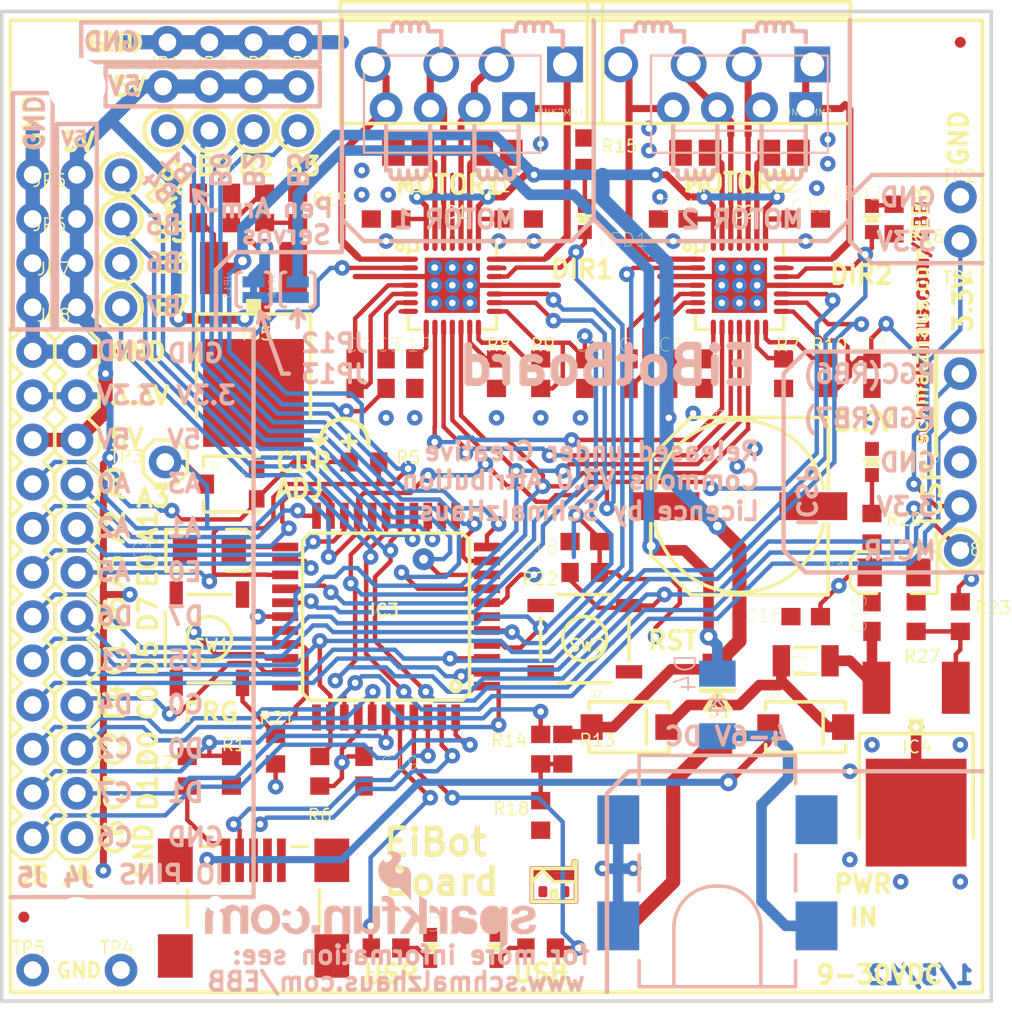
<source format=kicad_pcb>
(kicad_pcb (version 20211014) (generator pcbnew)
  (layers (0 "F.Cu" signal) (31 "B.Cu" signal) (34 "B.Paste" user) (35 "F.Paste" user) (36 "B.SilkS" user "B.Silkscreen") (37 "F.SilkS" user "F.Silkscreen") (38 "B.Mask" user) (39 "F.Mask" user) (44 "Edge.Cuts" user))
  (net 0 "")
  (net 1 "GND")
  (net 2 "V+")
  (net 3 "N$31")
  (net 4 "N$32")
  (net 5 "N$43")
  (net 6 "N$44")
  (net 7 "N$27")
  (net 8 "N$29")
  (net 9 "N$30")
  (net 10 "3.3V")
  (net 11 "STEP_1")
  (net 12 "DIR_1")
  (net 13 "ENABLE_1")
  (net 14 "STEP_2")
  (net 15 "DIR_2")
  (net 16 "ENABLE_2")
  (net 17 "MCLR")
  (net 18 "D+")
  (net 19 "D-")
  (net 20 "N$36")
  (net 21 "USB_LED")
  (net 22 "USR_LED")
  (net 23 "PRG_SW")
  (net 24 "N$9")
  (net 25 "N$6")
  (net 26 "VBUS")
  (net 27 "N$26")
  (net 28 "N$35")
  (net 29 "VCAP")
  (net 30 "RB6")
  (net 31 "RB7")
  (net 32 "REF_RA0")
  (net 33 "RC7")
  (net 34 "RB1")
  (net 35 "RB2")
  (net 36 "RB3")
  (net 37 "RB4")
  (net 38 "RB5")
  (net 39 "RA5")
  (net 40 "RC0")
  (net 41 "RC2")
  (net 42 "RD0")
  (net 43 "RD1")
  (net 44 "RC6")
  (net 45 "N$3")
  (net 46 "N$5")
  (net 47 "N$19")
  (net 48 "N$20")
  (net 49 "N$21")
  (net 50 "MS1")
  (net 51 "MS2")
  (net 52 "MS3")
  (net 53 "N$16")
  (net 54 "N$17")
  (net 55 "N$41")
  (net 56 "N$45")
  (net 57 "N$48")
  (net 58 "RB0")
  (net 59 "RA1")
  (net 60 "RA2")
  (net 61 "RA3")
  (net 62 "SLEEP_1")
  (net 63 "SLEEP_2")
  (net 64 "N$2")
  (net 65 "N$4")
  (net 66 "M1_OUT1B")
  (net 67 "M1_OUT1A")
  (net 68 "M1_OUT2A")
  (net 69 "M1_OUT2B")
  (net 70 "M2_OUT1B")
  (net 71 "M2_OUT1A")
  (net 72 "M2_OUT2A")
  (net 73 "M2_OUT2B")
  (net 74 "N$8")
  (net 75 "5V_SVO")
  (net 76 "5V_ALT")
  (net 77 "N$7")
  (net 78 "N$10")
  (net 79 "N$1")
  (net 80 "N$11")
  (net 81 "N$12")
  (net 82 "N$13")
  (net 83 "N$14")
  (net 84 "N$15")
  (net 85 "N$18")
  (footprint "boardEagle:R0805" (layer "F.Cu") (at 143.4211 84.6836)
    (fp_text reference "R3")
    (fp_text value ".22")
  )
  (footprint "boardEagle:0603" (layer "F.Cu") (at 133.2611 87.8586 -90)
    (fp_text reference "C20")
    (fp_text value "1uF")
  )
  (footprint "boardEagle:DPACK" (layer "F.Cu") (at 134.5311 96.1136 180)
    (fp_text reference "IC5")
    (fp_text value "LM317MABDT")
  )
  (footprint "boardEagle:SMA-DIODE" (layer "F.Cu") (at 156.1211 117.7036)
    (fp_text reference "D2")
    (fp_text value "")
  )
  (footprint "boardEagle:0603" (layer "F.Cu") (at 131.3561 87.8586 -90)
    (fp_text reference "C21")
    (fp_text value ".1uf")
  )
  (footprint "boardEagle:0603" (layer "F.Cu") (at 158.6611 88.4936 180)
    (fp_text reference "C11")
    (fp_text value ".1uf")
  )
  (footprint "boardEagle:R0603" (layer "F.Cu") (at 151.0411 122.7836 -90)
    (fp_text reference "R18")
    (fp_text value "4.7K")
  )
  (footprint "boardEagle:0603" (layer "F.Cu") (at 142.1511 97.3836 -90)
    (fp_text reference "C5")
    (fp_text value ".1uf")
  )
  (footprint "boardEagle:R0603" (layer "F.Cu") (at 170.0911 106.2736 -90)
    (fp_text reference "R20")
    (fp_text value "330")
  )
  (footprint "boardEagle:PTC-1206" (layer "F.Cu") (at 166.2811 113.8936)
    (fp_text reference "F1")
    (fp_text value "PTCSMD")
  )
  (footprint "boardEagle:1X01" (layer "F.Cu") (at 129.4511 102.4636)
    (fp_text reference "TP3")
    (fp_text value "REF")
  )
  (footprint "boardEagle:R0603" (layer "F.Cu") (at 140.8811 102.4636)
    (fp_text reference "R5")
    (fp_text value "10K")
  )
  (footprint "boardEagle:R0603" (layer "F.Cu") (at 151.0411 130.4036)
    (fp_text reference "R26")
    (fp_text value "330")
  )
  (footprint "boardEagle:1X01_NOSILK" (layer "F.Cu") (at 121.8311 131.6736)
    (fp_text reference "TP5")
    (fp_text value "GND")
  )
  (footprint "boardEagle:R0603" (layer "F.Cu") (at 153.5811 84.6836 -90)
    (fp_text reference "R15")
    (fp_text value "330")
  )
  (footprint "boardEagle:0603" (layer "F.Cu") (at 143.8021 97.3836 -90)
    (fp_text reference "C10")
    (fp_text value ".22uF")
  )
  (footprint "boardEagle:0603" (layer "F.Cu") (at 153.5811 97.3836 -90)
    (fp_text reference "C1")
    (fp_text value ".1uf")
  )
  (footprint "boardEagle:1X03_NO_SILK" (layer "F.Cu") (at 121.8311 93.5736)
    (fp_text reference "JP8")
    (fp_text value "")
  )
  (footprint "boardEagle:R0603" (layer "F.Cu") (at 142.1511 130.4036 180)
    (fp_text reference "R25")
    (fp_text value "330")
  )
  (footprint "boardEagle:PANASONIC_G" (layer "F.Cu") (at 162.4711 105.0036 180)
    (fp_text reference "C14")
    (fp_text value "100uF")
  )
  (footprint "boardEagle:R0603" (layer "F.Cu") (at 133.2611 120.2436 -90)
    (fp_text reference "R17")
    (fp_text value "68.1K")
  )
  (footprint "boardEagle:MICRO-FIDUCIAL" (layer "F.Cu") (at 175.1711 78.3336)
    (fp_text reference "JP15" hide)
    (fp_text value "FIDUCIALUFIDUCIAL" hide)
  )
  (footprint "boardEagle:R0603" (layer "F.Cu") (at 165.0111 97.3836 -90)
    (fp_text reference "R7")
    (fp_text value "20K")
  )
  (footprint "boardEagle:R0603" (layer "F.Cu") (at 171.3611 88.4936 90)
    (fp_text reference "R16")
    (fp_text value "330")
  )
  (footprint "boardEagle:SCHMALZHAUS_SCREWTERMINAL-3.5MM-4_LOCK" (layer "F.Cu") (at 152.3111 79.6036 180)
    (fp_text reference "UNK2MM1")
    (fp_text value "")
  )
  (footprint "boardEagle:R0805" (layer "F.Cu") (at 165.0111 84.6836 180)
    (fp_text reference "R2")
    (fp_text value ".22")
  )
  (footprint "boardEagle:QFN-28-5MM_ALT1" (layer "F.Cu") (at 162.4711 92.3036)
    (fp_text reference "IC2")
    (fp_text value "A4983ALT1")
  )
  (footprint "boardEagle:R0805" (layer "F.Cu") (at 159.9311 84.6836)
    (fp_text reference "R4")
    (fp_text value ".22")
  )
  (footprint "boardEagle:STAND-OFF" (layer "F.Cu") (at 124.3711 80.8736)
    (fp_text reference "U$5" hide)
    (fp_text value "STAND-OFF" hide)
  )
  (footprint "boardEagle:R0603" (layer "F.Cu") (at 152.3111 118.9736 -90)
    (fp_text reference "R13")
    (fp_text value "47K")
  )
  (footprint "boardEagle:PAD-0.008" (layer "F.Cu") (at 162.4711 85.9536)
    (fp_text reference "U$8" hide)
    (fp_text value "PAD" hide)
  )
  (footprint "boardEagle:PAD-0.008" (layer "F.Cu") (at 165.4683 91.313)
    (fp_text reference "U$7" hide)
    (fp_text value "PAD" hide)
  )
  (footprint "boardEagle:PAD-0.008" (layer "F.Cu") (at 142.9893 93.8022)
    (fp_text reference "U$9" hide)
    (fp_text value "PAD" hide)
  )
  (footprint "boardEagle:R0603" (layer "F.Cu") (at 138.3411 120.2436 90)
    (fp_text reference "R6")
    (fp_text value "10K")
  )
  (footprint "boardEagle:1X03_NO_SILK" (layer "F.Cu") (at 121.8311 88.4936)
    (fp_text reference "JP6")
    (fp_text value "")
  )
  (footprint "boardEagle:SMA-DIODE" (layer "F.Cu") (at 166.2811 117.7036)
    (fp_text reference "D3")
    (fp_text value "")
  )
  (footprint "boardEagle:1X01_NOSILK" (layer "F.Cu") (at 175.1711 89.7636)
    (fp_text reference "TP1")
    (fp_text value "VCC")
  )
  (footprint "boardEagle:LED-0603" (layer "F.Cu") (at 148.5011 130.4036)
    (fp_text reference "USB0")
    (fp_text value "GREEN")
  )
  (footprint "boardEagle:LED-0603" (layer "F.Cu") (at 170.0911 102.4636)
    (fp_text reference "PWR0")
    (fp_text value "GREEN")
  )
  (footprint "boardEagle:R0603" (layer "F.Cu") (at 135.8011 118.9736 -90)
    (fp_text reference "R21")
    (fp_text value "10K")
  )
  (footprint "boardEagle:R0805" (layer "F.Cu") (at 148.5011 84.6836 180)
    (fp_text reference "R1")
    (fp_text value ".22")
  )
  (footprint "boardEagle:SCHMALZHAUS_SCREWTERMINAL-3.5MM-4_LOCK" (layer "F.Cu") (at 166.5351 79.6036 180)
    (fp_text reference "UNK2MM2")
    (fp_text value "")
  )
  (footprint "boardEagle:TACTILE_SWITCH_SMD" (layer "F.Cu") (at 153.5811 112.6236 180)
    (fp_text reference "SW2")
    (fp_text value "RST" hide)
  )
  (footprint "boardEagle:1X03_LOCK_NO_SILK" (layer "F.Cu") (at 129.4511 78.3336 -90)
    (fp_text reference "JP1")
    (fp_text value "")
  )
  (footprint "boardEagle:STAND-OFF" (layer "F.Cu") (at 124.3711 129.1336)
    (fp_text reference "U$3" hide)
    (fp_text value "STAND-OFF" hide)
  )
  (footprint "boardEagle:MICRO-FIDUCIAL" (layer "F.Cu") (at 121.3231 128.6256)
    (fp_text reference "JP14" hide)
    (fp_text value "FIDUCIALUFIDUCIAL" hide)
  )
  (footprint "boardEagle:EIA3216" (layer "F.Cu") (at 131.9911 107.5436)
    (fp_text reference "C13")
    (fp_text value "10uF")
  )
  (footprint "boardEagle:0603" (layer "F.Cu") (at 140.3731 97.3836 -90)
    (fp_text reference "C2")
    (fp_text value ".1uf")
  )
  (footprint "boardEagle:PAD-0.008" (layer "F.Cu") (at 145.9611 85.9536)
    (fp_text reference "U$10" hide)
    (fp_text value "PAD" hide)
  )
  (footprint "boardEagle:R0603" (layer "F.Cu") (at 151.0411 118.9736 90)
    (fp_text reference "R14")
    (fp_text value "47K")
  )
  (footprint "boardEagle:EIA3216" (layer "F.Cu") (at 171.3611 108.8136 180)
    (fp_text reference "C17")
    (fp_text value "10uF")
  )
  (footprint "boardEagle:1X01_NOSILK" (layer "F.Cu") (at 126.9111 131.6736)
    (fp_text reference "TP4")
    (fp_text value "GND")
  )
  (footprint "boardEagle:DO214AC" (layer "F.Cu") (at 161.2011 116.4336 -90)
    (fp_text reference "D1")
    (fp_text value "")
  )
  (footprint "boardEagle:LED-0603" (layer "F.Cu") (at 144.6911 130.4036)
    (fp_text reference "USR0")
    (fp_text value "RED")
  )
  (footprint "boardEagle:R0603" (layer "F.Cu") (at 167.5511 97.3836 90)
    (fp_text reference "R10")
    (fp_text value "10K")
  )
  (footprint "boardEagle:R0603" (layer "F.Cu") (at 135.1661 87.8586 90)
    (fp_text reference "R24")
    (fp_text value "240")
  )
  (footprint "boardEagle:DPACK" (layer "F.Cu") (at 172.6311 120.2436 180)
    (fp_text reference "IC4")
    (fp_text value "LM317MABDT")
  )
  (footprint "boardEagle:POWER_JACK_SMD" (layer "F.Cu") (at 161.2011 129.1336 90)
    (fp_text reference "J7" hide)
    (fp_text value "POWER_JACKSMD" hide)
  )
  (footprint "boardEagle:QFN-28-5MM_ALT1" (layer "F.Cu") (at 145.9611 92.3036)
    (fp_text reference "IC1")
    (fp_text value "A4983ALT1")
  )
  (footprint "boardEagle:1X03_NO_SILK" (layer "F.Cu") (at 131.9911 78.3336 -90)
    (fp_text reference "JP2")
    (fp_text value "")
  )
  (footprint "boardEagle:0603" (layer "F.Cu") (at 166.2811 88.4936)
    (fp_text reference "C12")
    (fp_text value ".1uf")
  )
  (footprint "boardEagle:1X03_NO_SILK" (layer "F.Cu") (at 121.8311 91.0336)
    (fp_text reference "JP7")
    (fp_text value "")
  )
  (footprint "boardEagle:TRIMPOT-3MM" (layer "F.Cu") (at 133.2611 103.7336 90)
    (fp_text reference "R11")
    (fp_text value "TRIMPOTSMD - 10K")
  )
  (footprint "boardEagle:LED-0603" (layer "F.Cu") (at 153.5811 88.4936)
    (fp_text reference "LED1")
    (fp_text value "DIR1_RED")
  )
  (footprint "boardEagle:PAD-0.008" (layer "F.Cu") (at 159.4993 93.8022)
    (fp_text reference "U$6" hide)
    (fp_text value "PAD" hide)
  )
  (footprint "boardEagle:1X03_NO_SILK" (layer "F.Cu") (at 134.5311 78.3336 -90)
    (fp_text reference "JP3")
    (fp_text value "")
  )
  (footprint "boardEagle:TQFP44" (layer "F.Cu") (at 142.1511 111.3536 180)
    (fp_text reference "IC3")
    (fp_text value "PIC18F46J50-I/PT")
  )
  (footprint "boardEagle:0603" (layer "F.Cu") (at 156.1211 97.3836 -90)
    (fp_text reference "C4")
    (fp_text value ".1uf")
  )
  (footprint "boardEagle:1X03_NO_SILK" (layer "F.Cu") (at 121.8311 85.9536)
    (fp_text reference "JP5")
    (fp_text value "")
  )
  (footprint "boardEagle:0603" (layer "F.Cu") (at 149.7711 88.4936)
    (fp_text reference "C8")
    (fp_text value ".1uf")
  )
  (footprint "boardEagle:USB-MINIB" (layer "F.Cu") (at 134.5311 127.8636 90)
    (fp_text reference "J3")
    (fp_text value "USBSMD")
  )
  (footprint "boardEagle:1X01_NOSILK" (layer "F.Cu") (at 175.1711 87.2236)
    (fp_text reference "TP2")
    (fp_text value "GND")
  )
  (footprint "boardEagle:R0603" (layer "F.Cu") (at 172.6311 111.3536 90)
    (fp_text reference "R27")
    (fp_text value "390")
  )
  (footprint "boardEagle:STAND-OFF" (layer "F.Cu") (at 172.6311 80.8736)
    (fp_text reference "U$4" hide)
    (fp_text value "STAND-OFF" hide)
  )
  (footprint "boardEagle:0603" (layer "F.Cu") (at 142.1511 88.4936 180)
    (fp_text reference "C7")
    (fp_text value ".1uf")
  )
  (footprint "boardEagle:R0603" (layer "F.Cu") (at 148.5011 97.3836 -90)
    (fp_text reference "R8")
    (fp_text value "20K")
  )
  (footprint "boardEagle:0603" (layer "F.Cu") (at 160.4391 97.3836 -90)
    (fp_text reference "C9")
    (fp_text value ".22uF")
  )
  (footprint "boardEagle:0603" (layer "F.Cu") (at 158.4071 97.3836 -90)
    (fp_text reference "C6")
    (fp_text value ".1uf")
  )
  (footprint "boardEagle:R0603" (layer "F.Cu") (at 153.5811 108.8136)
    (fp_text reference "R22")
    (fp_text value "10K")
  )
  (footprint "boardEagle:0603" (layer "F.Cu") (at 170.0911 97.3836 -90)
    (fp_text reference "C3")
    (fp_text value ".1uf")
  )
  (footprint "boardEagle:R0603" (layer "F.Cu") (at 175.1711 111.3536 90)
    (fp_text reference "R23")
    (fp_text value "240")
  )
  (footprint "boardEagle:1X05_NOSILK" (layer "F.Cu") (at 175.1711 107.5436 90)
    (fp_text reference "J8")
    (fp_text value "ICSP")
  )
  (footprint "boardEagle:SCHMALZHAUS_SMALL" (layer "F.Cu") (at 151.8031 127.7366)
    (fp_text reference "U$1" hide)
    (fp_text value "SCHMALZHAUSSCHMALZHAUS_SMALL" hide)
  )
  (footprint "boardEagle:1X12" (layer "F.Cu") (at 121.8311 124.0536 90)
    (fp_text reference "J5")
    (fp_text value "IO")
  )
  (footprint "boardEagle:LED-0603" (layer "F.Cu") (at 170.0911 88.4936)
    (fp_text reference "LED2")
    (fp_text value "DIR2_RED")
  )
  (footprint "boardEagle:R0603" (layer "F.Cu") (at 130.7211 120.2436 90)
    (fp_text reference "R12")
    (fp_text value "47K")
  )
  (footprint "boardEagle:R0603" (layer "F.Cu") (at 137.0711 87.8586 90)
    (fp_text reference "R19")
    (fp_text value "715")
  )
  (footprint "boardEagle:1X03_NO_SILK" (layer "F.Cu") (at 137.0711 78.3336 -90)
    (fp_text reference "JP4")
    (fp_text value "")
  )
  (footprint "boardEagle:PAD-0.008" (layer "F.Cu") (at 148.9583 91.313)
    (fp_text reference "U$11" hide)
    (fp_text value "PAD" hide)
  )
  (footprint "boardEagle:R0603" (layer "F.Cu") (at 151.0411 97.3836 90)
    (fp_text reference "R9")
    (fp_text value "10K")
  )
  (footprint "boardEagle:1X12" (layer "F.Cu") (at 124.3711 124.0536 90)
    (fp_text reference "J4")
    (fp_text value "IO")
  )
  (footprint "boardEagle:0603" (layer "F.Cu") (at 166.2811 111.3536)
    (fp_text reference "C16")
    (fp_text value "1uF")
  )
  (footprint "boardEagle:0603" (layer "F.Cu") (at 140.8811 120.2436 90)
    (fp_text reference "C19")
    (fp_text value ".1uf")
  )
  (footprint "boardEagle:0603" (layer "F.Cu") (at 153.5811 107.0356)
    (fp_text reference "C18")
    (fp_text value ".1uf")
  )
  (footprint "boardEagle:0603" (layer "F.Cu") (at 170.0911 111.3536 -90)
    (fp_text reference "C15")
    (fp_text value ".1uf")
  )
  (footprint "boardEagle:TACTILE_SWITCH_SMD" (layer "F.Cu") (at 131.9911 112.6236 -90)
    (fp_text reference "SW1")
    (fp_text value "PRG" hide)
  )
  (footprint "boardEagle:STAND-OFF" (layer "F.Cu") (at 172.6311 129.1336)
    (fp_text reference "U$2" hide)
    (fp_text value "STAND-OFF" hide)
  )
  (footprint "boardEagle:POWER_JACK_SMD" (layer "B.Cu") (at 161.2011 129.1336 90)
    (fp_text reference "J6" hide)
    (fp_text value "POWER_JACKSMD" hide)
  )
  (footprint "boardEagle:SFE-NEW-WEBLOGO" (layer "B.Cu") (at 150.7871 130.5306 180)
    (fp_text reference "JP11" hide)
    (fp_text value "LOGO-SFENEW" hide)
  )
  (footprint "boardEagle:MOLEX-1X4" (layer "B.Cu") (at 166.2811 82.1436 180)
    (fp_text reference "JP10" hide)
    (fp_text value "" hide)
  )
  (footprint "boardEagle:MOLEX-1X4" (layer "B.Cu") (at 149.7711 82.1436 180)
    (fp_text reference "JP9" hide)
    (fp_text value "" hide)
  )
  (footprint "boardEagle:SOD-123_MINI-SMA" (layer "B.Cu") (at 161.2011 116.4336 -90)
    (fp_text reference "D4")
    (fp_text value "")
  )
  (footprint "boardEagle:SJ_2S-NO" (layer "B.Cu") (at 134.5311 92.5576 -90)
    (fp_text reference "JP13")
    (fp_text value "")
  )
  (footprint "boardEagle:PAD.03X.05" (layer "B.Cu") (at 144.3101 108.0516 180)
    (fp_text reference "TP6" hide)
    (fp_text value "Servo" hide)
  )
  (footprint "boardEagle:SJ_2S-NO" (layer "B.Cu") (at 137.0711 92.5576 -90)
    (fp_text reference "JP12")
    (fp_text value "")
  )
  (gr_line (start 144.6911 85.6996) (end 144.4371 85.6996) (layer "B.SilkS") (width 0.254))
  (gr_arc (start 160.9471 85.9536) (mid 160.6931 86.2076) (end 160.4391 85.9536) (layer "B.SilkS") (width 0.254))
  (gr_line (start 176.4411 85.9536) (end 170.0911 85.9536) (layer "B.SilkS") (width 0.254))
  (gr_line (start 147.2311 85.6996) (end 147.4851 85.6996) (layer "B.SilkS") (width 0.254))
  (gr_arc (start 143.4211 85.9536) (mid 143.1671 86.2076) (end 142.9131 85.9536) (layer "B.SilkS") (width 0.254))
  (gr_line (start 140.8811 89.7636) (end 152.8191 89.7636) (layer "B.SilkS") (width 0.254))
  (gr_line (start 139.6111 90.3986) (end 133.3881 90.3986) (layer "B.SilkS") (width 0.254))
  (gr_arc (start 165.5191 85.9536) (mid 165.2651 86.2076) (end 165.0111 85.9536) (layer "B.SilkS") (width 0.254))
  (gr_line (start 143.4211 85.9536) (end 143.4211 85.6996) (layer "B.SilkS") (width 0.254))
  (gr_arc (start 144.0561 77.4446) (mid 144.3101 77.1906) (end 144.5641 77.4446) (layer "B.SilkS") (width 0.254))
  (gr_line (start 125.5141 94.8436) (end 125.5141 83.0326) (layer "B.SilkS") (width 0.254))
  (gr_line (start 151.1681 77.4446) (end 151.1681 77.6986) (layer "B.SilkS") (width 0.254))
  (gr_arc (start 151.1681 77.4446) (mid 151.4221 77.1906) (end 151.6761 77.4446) (layer "B.SilkS") (width 0.254))
  (gr_line (start 163.9951 85.9536) (end 163.9951 85.6996) (layer "B.SilkS") (width 0.254))
  (gr_line (start 148.5011 85.9536) (end 148.5011 85.6996) (layer "B.SilkS") (width 0.254))
  (gr_line (start 150.6601 77.4446) (end 150.6601 77.6986) (layer "B.SilkS") (width 0.254))
  (gr_line (start 156.5021 77.4446) (end 156.5021 77.6986) (layer "B.SilkS") (width 0.254))
  (gr_line (start 149.6441 77.4446) (end 149.6441 77.6986) (layer "B.SilkS") (width 0.254))
  (gr_line (start 154.8511 121.5136) (end 156.1211 120.2436) (layer "B.SilkS") (width 0.254))
  (gr_line (start 163.4871 77.4446) (end 163.4871 77.6986) (layer "B.SilkS") (width 0.254))
  (gr_arc (start 143.5481 77.4446) (mid 143.8021 77.1906) (end 144.0561 77.4446) (layer "B.SilkS") (width 0.254))
  (gr_line (start 176.4411 96.1136) (end 166.2811 96.1136) (layer "B.SilkS") (width 0.254))
  (gr_line (start 168.8211 87.2236) (end 168.8211 88.4936) (layer "B.SilkS") (width 0.254))
  (gr_line (start 123.2281 94.8436) (end 125.5141 94.8436) (layer "B.SilkS") (width 0.254))
  (gr_line (start 170.0911 85.9536) (end 168.8211 87.2236) (layer "B.SilkS") (width 0.254))
  (gr_line (start 138.3411 77.1906) (end 124.6251 77.1906) (layer "B.SilkS") (width 0.254))
  (gr_line (start 123.2281 83.0326) (end 125.5141 83.0326) (layer "B.SilkS") (width 0.254))
  (gr_line (start 123.2281 94.8436) (end 123.2281 83.0326) (layer "B.SilkS") (width 0.254))
  (gr_line (start 170.0911 91.0336) (end 176.4411 91.0336) (layer "B.SilkS") (width 0.254))
  (gr_line (start 136.1821 97.3836) (end 136.5631 97.3836) (layer "B.SilkS") (width 0.254))
  (gr_line (start 126.0221 79.7306) (end 126.0221 82.0166) (layer "B.SilkS") (width 0.254))
  (gr_line (start 149.7711 85.6996) (end 149.5171 85.6996) (layer "B.SilkS") (width 0.254))
  (gr_line (start 136.1821 97.3836) (end 134.9121 93.8276) (layer "B.SilkS") (width 0.254))
  (gr_line (start 164.5031 85.9536) (end 164.5031 85.6996) (layer "B.SilkS") (width 0.254))
  (gr_line (start 166.0271 85.9536) (end 166.0271 85.6996) (layer "B.SilkS") (width 0.254))
  (gr_line (start 152.3111 77.6986) (end 151.6761 77.6986) (layer "B.SilkS") (width 0.254))
  (gr_arc (start 142.5321 77.4446) (mid 142.7861 77.1906) (end 143.0401 77.4446) (layer "B.SilkS") (width 0.254))
  (gr_line (start 144.5641 77.4446) (end 144.5641 77.6986) (layer "B.SilkS") (width 0.254))
  (gr_line (start 164.5031 77.4446) (end 164.5031 77.6986) (layer "B.SilkS") (width 0.254))
  (gr_line (start 134.9121 93.8276) (end 135.4201 94.2086) (layer "B.SilkS") (width 0.254))
  (gr_line (start 120.6881 94.8436) (end 122.9741 94.8436) (layer "B.SilkS") (width 0.254))
  (gr_line (start 137.0711 94.7166) (end 137.0711 93.7006) (layer "B.SilkS") (width 0.254))
  (gr_line (start 158.6611 85.6996) (end 158.9151 85.6996) (layer "B.SilkS") (width 0.254))
  (gr_line (start 156.1211 120.2436) (end 176.4411 120.2436) (layer "B.SilkS") (width 0.254))
  (gr_arc (start 143.9291 85.9536) (mid 143.6751 86.2076) (end 143.4211 85.9536) (layer "B.SilkS") (width 0.254))
  (gr_arc (start 148.5011 85.9536) (mid 148.2471 86.2076) (end 147.9931 85.9536) (layer "B.SilkS") (width 0.254))
  (gr_arc (start 150.1521 77.4446) (mid 150.4061 77.1906) (end 150.6601 77.4446) (layer "B.SilkS") (width 0.254))
  (gr_line (start 154.8511 132.9436) (end 154.8511 121.5136) (layer "B.SilkS") (width 0.254))
  (gr_line (start 147.2311 83.1596) (end 147.2311 85.6996) (layer "B.SilkS") (width 0.254))
  (gr_line (start 165.0111 77.4446) (end 165.0111 77.6986) (layer "B.SilkS") (width 0.254))
  (gr_line (start 152.3111 78.5876) (end 152.3111 77.6986) (layer "B.SilkS") (width 0.254))
  (gr_line (start 162.7251 78.3336) (end 162.7251 77.6986) (layer "B.SilkS") (width 0.254))
  (gr_line (start 142.5321 77.4446) (end 142.5321 77.6986) (layer "B.SilkS") (width 0.254))
  (gr_line (start 158.6611 83.1596) (end 158.6611 85.6996) (layer "B.SilkS") (width 0.254))
  (gr_arc (start 150.6601 77.4446) (mid 150.9141 77.1906) (end 151.1681 77.4446) (layer "B.SilkS") (width 0.254))
  (gr_arc (start 163.4871 77.4446) (mid 163.7411 77.1906) (end 163.9951 77.4446) (layer "B.SilkS") (width 0.254))
  (gr_arc (start 142.9131 85.9536) (mid 142.6591 86.2076) (end 142.4051 85.9536) (layer "B.SilkS") (width 0.254))
  (gr_line (start 137.0711 93.7006) (end 137.4521 94.2086) (layer "B.SilkS") (width 0.254))
  (gr_line (start 125.5141 94.8436) (end 132.3721 94.8436) (layer "B.SilkS") (width 0.254))
  (gr_arc (start 165.0111 85.9536) (mid 164.7571 86.2076) (end 164.5031 85.9536) (layer "B.SilkS") (width 0.254))
  (gr_line (start 131.9911 87.9856) (end 132.3721 87.9856) (layer "B.SilkS") (width 0.254))
  (gr_arc (start 159.4231 85.9536) (mid 159.1691 86.2076) (end 158.9151 85.9536) (layer "B.SilkS") (width 0.254))
  (gr_line (start 151.6761 77.4446) (end 151.6761 77.6986) (layer "B.SilkS") (width 0.254))
  (gr_line (start 142.1511 85.6996) (end 142.4051 85.6996) (layer "B.SilkS") (width 0.254))
  (gr_line (start 134.9121 93.8276) (end 134.7851 94.4626) (layer "B.SilkS") (width 0.254))
  (gr_line (start 122.9741 81.2546) (end 122.9741 94.8436) (layer "B.SilkS") (width 0.254))
  (gr_line (start 139.6111 77.0636) (end 139.6111 88.4936) (layer "B.SilkS") (width 0.254))
  (gr_arc (start 156.5021 77.4446) (mid 156.7561 77.1906) (end 157.0101 77.4446) (layer "B.SilkS") (width 0.254))
  (gr_line (start 148.8821 78.5876) (end 148.8821 77.6986) (layer "B.SilkS") (width 0.254))
  (gr_line (start 167.5511 89.7636) (end 168.8211 88.4936) (layer "B.SilkS") (width 0.254))
  (gr_line (start 166.2811 83.1596) (end 166.2811 85.6996) (layer "B.SilkS") (width 0.254))
  (gr_arc (start 157.5181 77.4446) (mid 157.7721 77.1906) (end 158.0261 77.4446) (layer "B.SilkS") (width 0.254))
  (gr_line (start 143.0401 77.4446) (end 143.0401 77.6986) (layer "B.SilkS") (width 0.254))
  (gr_line (start 137.0711 93.7006) (end 136.6901 94.2086) (layer "B.SilkS") (width 0.254))
  (gr_line (start 139.6111 88.4936) (end 140.8811 89.7636) (layer "B.SilkS") (width 0.254))
  (gr_line (start 134.5311 127.4826) (end 134.5311 94.8436) (layer "B.SilkS") (width 0.254))
  (gr_line (start 152.8191 89.7636) (end 154.0891 88.4936) (layer "B.SilkS") (width 0.254))
  (gr_line (start 168.8211 87.2236) (end 168.8211 77.0636) (layer "B.SilkS") (width 0.254))
  (gr_line (start 163.7411 83.1596) (end 163.7411 85.6996) (layer "B.SilkS") (width 0.254))
  (gr_arc (start 144.4371 85.9536) (mid 144.1831 86.2076) (end 143.9291 85.9536) (layer "B.SilkS") (width 0.254))
  (gr_line (start 141.7701 78.5876) (end 141.7701 77.6986) (layer "B.SilkS") (width 0.254))
  (gr_line (start 157.5181 77.4446) (end 157.5181 77.6986) (layer "B.SilkS") (width 0.254))
  (gr_line (start 155.7401 77.6986) (end 156.5021 77.6986) (layer "B.SilkS") (width 0.254))
  (gr_line (start 124.6251 79.4766) (end 138.3411 79.4766) (layer "B.SilkS") (width 0.254))
  (gr_line (start 158.0261 77.4446) (end 158.0261 77.6986) (layer "B.SilkS") (width 0.254))
  (gr_line (start 168.8211 88.4936) (end 168.8211 89.7636) (layer "B.SilkS") (width 0.254))
  (gr_line (start 165.5191 77.4446) (end 165.5191 77.6986) (layer "B.SilkS") (width 0.254))
  (gr_line (start 144.4371 85.9536) (end 144.4371 85.6996) (layer "B.SilkS") (width 0.254))
  (gr_line (start 142.1511 83.1596) (end 142.1511 85.6996) (layer "B.SilkS") (width 0.254))
  (gr_line (start 166.2811 108.8136) (end 176.4411 108.8136) (layer "B.SilkS") (width 0.254))
  (gr_arc (start 165.0111 77.4446) (mid 165.2651 77.1906) (end 165.5191 77.4446) (layer "B.SilkS") (width 0.254))
  (gr_line (start 132.3721 91.4146) (end 132.3721 94.8436) (layer "B.SilkS") (width 0.254))
  (gr_line (start 132.3721 94.8436) (end 134.5311 94.8436) (layer "B.SilkS") (width 0.254))
  (gr_line (start 158.5341 77.4446) (end 158.5341 77.6986) (layer "B.SilkS") (width 0.254))
  (gr_arc (start 159.9311 85.9536) (mid 159.6771 86.2076) (end 159.4231 85.9536) (layer "B.SilkS") (width 0.254))
  (gr_line (start 138.3411 79.7306) (end 126.0221 79.7306) (layer "B.SilkS") (width 0.254))
  (gr_arc (start 147.9931 85.9536) (mid 147.7391 86.2076) (end 147.4851 85.9536) (layer "B.SilkS") (width 0.254))
  (gr_line (start 159.9311 85.9536) (end 159.9311 85.6996) (layer "B.SilkS") (width 0.254))
  (gr_line (start 159.2961 77.6986) (end 158.5341 77.6986) (layer "B.SilkS") (width 0.254))
  (gr_line (start 144.6911 83.1596) (end 144.6911 85.6996) (layer "B.SilkS") (width 0.254))
  (gr_arc (start 149.0091 85.9536) (mid 148.7551 86.2076) (end 148.5011 85.9536) (layer "B.SilkS") (width 0.254))
  (gr_line (start 165.5191 85.9536) (end 165.5191 85.6996) (layer "B.SilkS") (width 0.254))
  (gr_arc (start 149.6441 77.4446) (mid 149.8981 77.1906) (end 150.1521 77.4446) (layer "B.SilkS") (width 0.254))
  (gr_line (start 143.9291 85.9536) (end 143.9291 85.6996) (layer "B.SilkS") (width 0.254))
  (gr_line (start 131.8641 87.0966) (end 131.1021 86.8426) (layer "B.SilkS") (width 0.254))
  (gr_line (start 166.2811 77.6986) (end 165.5191 77.6986) (layer "B.SilkS") (width 0.254))
  (gr_line (start 166.2811 78.3336) (end 166.2811 77.6986) (layer "B.SilkS") (width 0.254))
  (gr_line (start 120.5611 127.4826) (end 134.5311 127.4826) (layer "B.SilkS") (width 0.254))
  (gr_arc (start 149.5171 85.9536) (mid 149.2631 86.2076) (end 149.0091 85.9536) (layer "B.SilkS") (width 0.254))
  (gr_line (start 126.0221 82.0166) (end 138.3411 82.0166) (layer "B.SilkS") (width 0.254))
  (gr_line (start 154.0891 88.4936) (end 155.3591 89.7636) (layer "B.SilkS") (width 0.254))
  (gr_line (start 139.6111 88.4936) (end 139.6111 90.3986) (layer "B.SilkS") (width 0.254))
  (gr_line (start 155.3591 89.7636) (end 167.5511 89.7636) (layer "B.SilkS") (width 0.254))
  (gr_line (start 138.3411 82.0166) (end 138.3411 79.7306) (layer "B.SilkS") (width 0.254))
  (gr_line (start 165.0111 97.3836) (end 165.0111 107.5436) (layer "B.SilkS") (width 0.254))
  (gr_arc (start 158.0261 77.4446) (mid 158.2801 77.1906) (end 158.5341 77.4446) (layer "B.SilkS") (width 0.254))
  (gr_line (start 120.6881 81.2546) (end 120.6881 94.8436) (layer "B.SilkS") (width 0.254))
  (gr_arc (start 163.9951 77.4446) (mid 164.2491 77.1906) (end 164.5031 77.4446) (layer "B.SilkS") (width 0.254))
  (gr_line (start 142.4051 85.9536) (end 142.4051 85.6996) (layer "B.SilkS") (width 0.254))
  (gr_line (start 149.0091 85.9536) (end 149.0091 85.6996) (layer "B.SilkS") (width 0.254))
  (gr_line (start 124.6251 77.1906) (end 124.6251 79.4766) (layer "B.SilkS") (width 0.254))
  (gr_line (start 147.9931 85.9536) (end 147.9931 85.6996) (layer "B.SilkS") (width 0.254))
  (gr_line (start 120.5611 94.8436) (end 120.6881 94.8436) (layer "B.SilkS") (width 0.254))
  (gr_line (start 131.2291 87.6046) (end 131.1021 86.8426) (layer "B.SilkS") (width 0.254))
  (gr_line (start 155.7401 78.3336) (end 155.7401 77.6986) (layer "B.SilkS") (width 0.254))
  (gr_line (start 159.2961 78.3336) (end 159.2961 77.6986) (layer "B.SilkS") (width 0.254))
  (gr_line (start 142.9131 85.9536) (end 142.9131 85.6996) (layer "B.SilkS") (width 0.254))
  (gr_arc (start 143.0401 77.4446) (mid 143.2941 77.1906) (end 143.5481 77.4446) (layer "B.SilkS") (width 0.254))
  (gr_line (start 161.2011 85.6996) (end 160.9471 85.6996) (layer "B.SilkS") (width 0.254))
  (gr_line (start 168.8211 89.7636) (end 170.0911 91.0336) (layer "B.SilkS") (width 0.254))
  (gr_line (start 145.3261 78.5876) (end 145.3261 77.6986) (layer "B.SilkS") (width 0.254))
  (gr_line (start 163.7411 85.6996) (end 163.9951 85.6996) (layer "B.SilkS") (width 0.254))
  (gr_line (start 149.7711 83.1596) (end 149.7711 85.6996) (layer "B.SilkS") (width 0.254))
  (gr_line (start 159.4231 85.9536) (end 159.4231 85.6996) (layer "B.SilkS") (width 0.254))
  (gr_line (start 149.5171 85.9536) (end 149.5171 85.6996) (layer "B.SilkS") (width 0.254))
  (gr_line (start 165.0111 85.9536) (end 165.0111 85.6996) (layer "B.SilkS") (width 0.254))
  (gr_arc (start 164.5031 85.9536) (mid 164.2491 86.2076) (end 163.9951 85.9536) (layer "B.SilkS") (width 0.254))
  (gr_line (start 166.2811 96.1136) (end 165.0111 97.3836) (layer "B.SilkS") (width 0.254))
  (gr_line (start 122.9741 81.2546) (end 120.6881 81.2546) (layer "B.SilkS") (width 0.254))
  (gr_line (start 160.9471 85.9536) (end 160.9471 85.6996) (layer "B.SilkS") (width 0.254))
  (gr_line (start 163.9951 77.4446) (end 163.9951 77.6986) (layer "B.SilkS") (width 0.254))
  (gr_line (start 133.3881 90.3986) (end 132.3721 91.4146) (layer "B.SilkS") (width 0.254))
  (gr_line (start 165.0111 107.5436) (end 166.2811 108.8136) (layer "B.SilkS") (width 0.254))
  (gr_line (start 162.7251 77.6986) (end 163.4871 77.6986) (layer "B.SilkS") (width 0.254))
  (gr_arc (start 166.0271 85.9536) (mid 165.7731 86.2076) (end 165.5191 85.9536) (layer "B.SilkS") (width 0.254))
  (gr_line (start 138.3411 79.4766) (end 138.3411 77.1906) (layer "B.SilkS") (width 0.254))
  (gr_line (start 143.5481 77.4446) (end 143.5481 77.6986) (layer "B.SilkS") (width 0.254))
  (gr_line (start 144.0561 77.4446) (end 144.0561 77.6986) (layer "B.SilkS") (width 0.254))
  (gr_line (start 131.1021 86.8426) (end 131.9911 87.9856) (layer "B.SilkS") (width 0.254))
  (gr_arc (start 160.4391 85.9536) (mid 160.1851 86.2076) (end 159.9311 85.9536) (layer "B.SilkS") (width 0.254))
  (gr_line (start 158.9151 85.9536) (end 158.9151 85.6996) (layer "B.SilkS") (width 0.254))
  (gr_line (start 161.2011 83.1596) (end 161.2011 85.6996) (layer "B.SilkS") (width 0.254))
  (gr_arc (start 164.5031 77.4446) (mid 164.7571 77.1906) (end 165.0111 77.4446) (layer "B.SilkS") (width 0.254))
  (gr_line (start 145.3261 77.6986) (end 144.6911 77.6986) (layer "B.SilkS") (width 0.254))
  (gr_line (start 157.0101 77.4446) (end 157.0101 77.6986) (layer "B.SilkS") (width 0.254))
  (gr_line (start 122.9741 94.8436) (end 123.2281 94.8436) (layer "B.SilkS") (width 0.254))
  (gr_line (start 150.1521 77.4446) (end 150.1521 77.6986) (layer "B.SilkS") (width 0.254))
  (gr_line (start 148.8821 77.6986) (end 149.6441 77.6986) (layer "B.SilkS") (width 0.254))
  (gr_line (start 160.4391 85.9536) (end 160.4391 85.6996) (layer "B.SilkS") (width 0.254))
  (gr_line (start 154.0891 88.4936) (end 154.0891 77.0636) (layer "B.SilkS") (width 0.254))
  (gr_line (start 147.4851 85.9536) (end 147.4851 85.6996) (layer "B.SilkS") (width 0.254))
  (gr_arc (start 157.0101 77.4446) (mid 157.2641 77.1906) (end 157.5181 77.4446) (layer "B.SilkS") (width 0.254))
  (gr_line (start 166.2811 85.6996) (end 166.0271 85.6996) (layer "B.SilkS") (width 0.254))
  (gr_line (start 141.7701 77.6986) (end 142.4051 77.6986) (layer "B.SilkS") (width 0.254))
  (gr_circle (center 137.0711 83.4136) (end 138.2692 83.4136) (layer "F.SilkS") (width 0.254) (fill none))
  (gr_circle (center 175.1711 107.5436) (end 176.3759 107.5436) (layer "F.SilkS") (width 0.254) (fill none))
  (gr_circle (center 126.9111 85.9536) (end 128.1092 85.9536) (layer "F.SilkS") (width 0.254) (fill none))
  (gr_line (start 120.5611 77.0636) (end 120.5611 132.9436) (layer "F.SilkS") (width 0.2032))
  (gr_line (start 176.4411 96.1136) (end 176.4411 108.8136) (layer "F.SilkS") (width 0.254))
  (gr_line (start 173.7741 96.1136) (end 173.7741 102.0826) (layer "F.SilkS") (width 0.254))
  (gr_circle (center 126.9111 91.0336) (end 128.1092 91.0336) (layer "F.SilkS") (width 0.254) (fill none))
  (gr_circle (center 129.4511 83.4136) (end 130.6492 83.4136) (layer "F.SilkS") (width 0.254) (fill none))
  (gr_line (start 173.7741 106.7816) (end 173.9011 107.4166) (layer "F.SilkS") (width 0.254))
  (gr_circle (center 126.9111 85.9536) (end 128.1092 85.9536) (layer "F.SilkS") (width 0.254) (fill none))
  (gr_circle (center 131.9911 83.4136) (end 133.1892 83.4136) (layer "F.SilkS") (width 0.254) (fill none))
  (gr_line (start 120.5611 132.9436) (end 176.4411 132.9436) (layer "F.SilkS") (width 0.2032))
  (gr_arc (start 138.3411 101.4476) (mid 139.738101 99.985659) (end 141.1351 101.447602) (layer "F.SilkS") (width 0.254))
  (gr_circle (center 134.5311 83.4136) (end 135.7292 83.4136) (layer "F.SilkS") (width 0.254) (fill none))
  (gr_line (start 138.3411 101.4476) (end 138.7221 101.0666) (layer "F.SilkS") (width 0.254))
  (gr_line (start 175.1711 108.8136) (end 176.4411 108.8136) (layer "F.SilkS") (width 0.254))
  (gr_line (start 138.3411 101.4476) (end 137.9601 101.0666) (layer "F.SilkS") (width 0.254))
  (gr_line (start 173.7741 106.5276) (end 173.7741 106.7816) (layer "F.SilkS") (width 0.254))
  (gr_line (start 176.4411 132.9436) (end 176.4411 77.0636) (layer "F.SilkS") (width 0.2032))
  (gr_circle (center 126.9111 88.4936) (end 128.1092 88.4936) (layer "F.SilkS") (width 0.254) (fill none))
  (gr_line (start 176.4411 96.1136) (end 173.7741 96.1136) (layer "F.SilkS") (width 0.254))
  (gr_line (start 176.4411 77.0636) (end 120.5611 77.0636) (layer "F.SilkS") (width 0.2032))
  (gr_circle (center 126.9111 93.5736) (end 128.1092 93.5736) (layer "F.SilkS") (width 0.254) (fill none))
  (gr_line (start 176.9491 133.4516) (end 176.9491 76.5556) (layer "Edge.Cuts") (width 0.2032))
  (gr_line (start 120.0531 133.4516) (end 176.9491 133.4516) (layer "Edge.Cuts") (width 0.2032))
  (gr_line (start 120.0531 76.5556) (end 120.0531 133.4516) (layer "Edge.Cuts") (width 0.2032))
  (gr_line (start 176.9491 76.5556) (end 120.0531 76.5556) (layer "Edge.Cuts") (width 0.2032))
  (gr_text "schmalzhaus.com/EBB" (at 173.3931 101.5746 90) (layer "F.Cu") (effects (font (size 0.8128 0.8128) (thickness 0.2032)) (justify left bottom)))
  (gr_text "Board" (at 141.8971 127.4826) (layer "F.Cu") (effects (font (size 1.5113 1.5113) (thickness 0.2667)) (justify left bottom)))
  (gr_text "EiBot" (at 141.8971 125.1966) (layer "F.Cu") (effects (font (size 1.5113 1.5113) (thickness 0.2667)) (justify left bottom)))
  (gr_text "1/5/12" (at 176.0601 132.5626) (layer "B.Cu") (effects (font (size 1.016 1.016) (thickness 0.254)) (justify left bottom mirror)))
  (gr_text "3.3V" (at 173.9011 90.3986) (layer "B.SilkS") (effects (font (size 1.0414 1.0414) (thickness 0.2286)) (justify left bottom mirror)))
  (gr_text "B7" (at 128.1811 92.9386) (layer "B.SilkS") (effects (font (size 1.0414 1.0414) (thickness 0.2286)) (justify right top mirror)))
  (gr_text "5V" (at 123.3551 83.4136) (layer "B.SilkS") (effects (font (size 0.83312 0.83312) (thickness 0.18288)) (justify right top mirror)))
  (gr_text "GND" (at 129.4511 95.6056) (layer "B.SilkS") (effects (font (size 1.0414 1.0414) (thickness 0.2286)) (justify right top mirror)))
  (gr_text "Arm" (at 135.6741 88.4936) (layer "B.SilkS") (effects (font (size 1.0414 1.0414) (thickness 0.2286)) (justify left bottom mirror)))
  (gr_text "J4" (at 125.5141 126.9746) (layer "B.SilkS") (effects (font (size 1.0414 1.0414) (thickness 0.2286)) (justify left bottom mirror)))
  (gr_text "IO PINS" (at 126.6571 125.5776) (layer "B.SilkS") (effects (font (size 1.0414 1.0414) (thickness 0.2286)) (justify right top mirror)))
  (gr_text "GND" (at 173.9011 87.8586) (layer "B.SilkS") (effects (font (size 1.0414 1.0414) (thickness 0.2286)) (justify left bottom mirror)))
  (gr_text "PGD(RB7)" (at 173.9011 100.5586) (layer "B.SilkS") (effects (font (size 1.0414 1.0414) (thickness 0.2286)) (justify left bottom mirror)))
  (gr_text "C7" (at 125.3871 120.8786) (layer "B.SilkS") (effects (font (size 1.0414 1.0414) (thickness 0.2286)) (justify right top mirror)))
  (gr_text "B1" (at 130.5569 86.7528 -45) (layer "B.SilkS") (effects (font (size 1.0414 1.0414) (thickness 0.2286)) (justify left bottom mirror)))
  (gr_text "D4" (at 125.3871 115.7986) (layer "B.SilkS") (effects (font (size 1.0414 1.0414) (thickness 0.2286)) (justify right top mirror)))
  (gr_text "B3" (at 136.4361 86.8426 -90) (layer "B.SilkS") (effects (font (size 1.0414 1.0414) (thickness 0.2286)) (justify left bottom mirror)))
  (gr_text "C1" (at 125.3871 113.2586) (layer "B.SilkS") (effects (font (size 1.0414 1.0414) (thickness 0.2286)) (justify right top mirror)))
  (gr_text "A0" (at 125.3871 103.0986) (layer "B.SilkS") (effects (font (size 1.0414 1.0414) (thickness 0.2286)) (justify right top mirror)))
  (gr_text "B5" (at 128.1811 88.2396) (layer "B.SilkS") (effects (font (size 1.0414 1.0414) (thickness 0.2286)) (justify right top mirror)))
  (gr_text "C2" (at 125.3871 118.3386) (layer "B.SilkS") (effects (font (size 1.0414 1.0414) (thickness 0.2286)) (justify right top mirror)))
  (gr_text "for more information see:" (at 153.9621 131.4196) (layer "B.SilkS") (effects (font (size 1.0414 1.0414) (thickness 0.2286)) (justify left bottom mirror)))
  (gr_text "GND" (at 129.4511 123.4186) (layer "B.SilkS") (effects (font (size 1.0414 1.0414) (thickness 0.2286)) (justify right top mirror)))
  (gr_text "D0" (at 129.4511 118.3386) (layer "B.SilkS") (effects (font (size 1.0414 1.0414) (thickness 0.2286)) (justify right top mirror)))
  (gr_text "Commons V3.0 Attribution" (at 163.7411 104.1146) (layer "B.SilkS") (effects (font (size 1.0414 1.0414) (thickness 0.2286)) (justify left bottom mirror)))
  (gr_text "Pen" (at 139.2301 88.4936) (layer "B.SilkS") (effects (font (size 1.0414 1.0414) (thickness 0.2286)) (justify left bottom mirror)))
  (gr_text "5V" (at 126.0221 80.2386) (layer "B.SilkS") (effects (font (size 1.0414 1.0414) (thickness 0.2286)) (justify right top mirror)))
  (gr_text "JP13" (at 141.2621 98.0186) (layer "B.SilkS") (effects (font (size 1.0414 1.0414) (thickness 0.2286)) (justify left bottom mirror)))
  (gr_text "MOTOR 2" (at 166.2811 89.1286) (layer "B.SilkS") (effects (font (size 1.0414 1.0414) (thickness 0.2286)) (justify left bottom mirror)))
  (gr_text "GND" (at 125.3871 95.4786) (layer "B.SilkS") (effects (font (size 1.0414 1.0414) (thickness 0.2286)) (justify right top mirror)))
  (gr_text "B6" (at 128.1811 90.3986) (layer "B.SilkS") (effects (font (size 1.0414 1.0414) (thickness 0.2286)) (justify right top mirror)))
  (gr_text "B2" (at 133.8961 86.8426 -90) (layer "B.SilkS") (effects (font (size 1.0414 1.0414) (thickness 0.2286)) (justify left bottom mirror)))
  (gr_text "D7" (at 129.4511 110.7186) (layer "B.SilkS") (effects (font (size 1.0414 1.0414) (thickness 0.2286)) (justify right top mirror)))
  (gr_text "MOTOR 1" (at 149.7711 89.1286) (layer "B.SilkS") (effects (font (size 1.0414 1.0414) (thickness 0.2286)) (justify left bottom mirror)))
  (gr_text "MCLR" (at 173.9011 108.1786) (layer "B.SilkS") (effects (font (size 1.0414 1.0414) (thickness 0.2286)) (justify left bottom mirror)))
  (gr_text "5V" (at 125.3871 100.5586) (layer "B.SilkS") (effects (font (size 1.0414 1.0414) (thickness 0.2286)) (justify right top mirror)))
  (gr_text "A1" (at 129.4511 105.6386) (layer "B.SilkS") (effects (font (size 1.0414 1.0414) (thickness 0.2286)) (justify right top mirror)))
  (gr_text "ICSP" (at 166.9161 102.4636 -90) (layer "B.SilkS") (effects (font (size 1.0414 1.0414) (thickness 0.2286)) (justify right top mirror)))
  (gr_text "Released under Creative" (at 163.7411 102.4636) (layer "B.SilkS") (effects (font (size 1.0414 1.0414) (thickness 0.2286)) (justify left bottom mirror)))
  (gr_text "3.3V" (at 173.9011 105.6386) (layer "B.SilkS") (effects (font (size 1.0414 1.0414) (thickness 0.2286)) (justify left bottom mirror)))
  (gr_text "GND" (at 124.6251 77.6986) (layer "B.SilkS") (effects (font (size 1.0414 1.0414) (thickness 0.2286)) (justify right top mirror)))
  (gr_text "Licence by SchmalzHaus" (at 163.7411 105.8926) (layer "B.SilkS") (effects (font (size 1.0414 1.0414) (thickness 0.2286)) (justify left bottom mirror)))
  (gr_text "JP12" (at 141.2621 96.2406) (layer "B.SilkS") (effects (font (size 1.0414 1.0414) (thickness 0.2286)) (justify left bottom mirror)))
  (gr_text "4-6V DC" (at 165.3921 118.8466) (layer "B.SilkS") (effects (font (size 1.0414 1.0414) (thickness 0.2286)) (justify left bottom mirror)))
  (gr_text "B0" (at 131.9911 86.8426 -90) (layer "B.SilkS") (effects (font (size 1.0414 1.0414) (thickness 0.2286)) (justify left bottom mirror)))
  (gr_text "C0" (at 129.4511 115.7986) (layer "B.SilkS") (effects (font (size 1.0414 1.0414) (thickness 0.2286)) (justify right top mirror)))
  (gr_text "D6" (at 125.3871 110.7186) (layer "B.SilkS") (effects (font (size 1.0414 1.0414) (thickness 0.2286)) (justify right top mirror)))
  (gr_text "GND" (at 122.4661 81.2546 -90) (layer "B.SilkS") (effects (font (size 1.0414 1.0414) (thickness 0.2286)) (justify right top mirror)))
  (gr_text "C6" (at 125.3871 123.4186) (layer "B.SilkS") (effects (font (size 1.0414 1.0414) (thickness 0.2286)) (justify right top mirror)))
  (gr_text "5V" (at 129.4511 100.5586) (layer "B.SilkS") (effects (font (size 1.0414 1.0414) (thickness 0.2286)) (justify right top mirror)))
  (gr_text "EiBotBoard" (at 163.7411 98.1456) (layer "B.SilkS") (effects (font (size 2.0828 2.0828) (thickness 0.4572)) (justify left bottom mirror)))
  (gr_text "3.3V" (at 125.3871 98.0186) (layer "B.SilkS") (effects (font (size 1.0414 1.0414) (thickness 0.2286)) (justify right top mirror)))
  (gr_text "www.schmalzhaus.com/EBB" (at 153.7081 132.9436) (layer "B.SilkS") (effects (font (size 1.0414 1.0414) (thickness 0.2286)) (justify left bottom mirror)))
  (gr_text "D5" (at 129.4511 113.2586) (layer "B.SilkS") (effects (font (size 1.0414 1.0414) (thickness 0.2286)) (justify right top mirror)))
  (gr_text "GND" (at 173.9011 103.0986) (layer "B.SilkS") (effects (font (size 1.0414 1.0414) (thickness 0.2286)) (justify left bottom mirror)))
  (gr_text "3.3V" (at 129.9591 98.0186) (layer "B.SilkS") (effects (font (size 1.0414 1.0414) (thickness 0.2286)) (justify right top mirror)))
  (gr_text "E0" (at 129.4511 108.1786) (layer "B.SilkS") (effects (font (size 1.0414 1.0414) (thickness 0.2286)) (justify right top mirror)))
  (gr_text "A5" (at 125.3871 108.1786) (layer "B.SilkS") (effects (font (size 1.0414 1.0414) (thickness 0.2286)) (justify right top mirror)))
  (gr_text "D1" (at 129.4511 120.8786) (layer "B.SilkS") (effects (font (size 1.0414 1.0414) (thickness 0.2286)) (justify right top mirror)))
  (gr_text "Servos" (at 139.1031 90.0176) (layer "B.SilkS") (effects (font (size 1.0414 1.0414) (thickness 0.2286)) (justify left bottom mirror)))
  (gr_text "A3" (at 129.4511 103.0986) (layer "B.SilkS") (effects (font (size 1.0414 1.0414) (thickness 0.2286)) (justify right top mirror)))
  (gr_text "PGC(RB6)" (at 173.9011 98.0186) (layer "B.SilkS") (effects (font (size 1.0414 1.0414) (thickness 0.2286)) (justify left bottom mirror)))
  (gr_text "A2" (at 125.3871 105.6386) (layer "B.SilkS") (effects (font (size 1.0414 1.0414) (thickness 0.2286)) (justify right top mirror)))
  (gr_text "J5" (at 122.8471 126.9746) (layer "B.SilkS") (effects (font (size 1.0414 1.0414) (thickness 0.2286)) (justify left bottom mirror)))
  (gr_text "B4" (at 129.4882 87.8958 -45) (layer "B.SilkS") (effects (font (size 1.0414 1.0414) (thickness 0.2286)) (justify left bottom mirror)))
  (gr_text "C2" (at 127.1651 120.1166 90) (layer "F.SilkS") (effects (font (size 1.0414 1.0414) (thickness 0.2286)) (justify left bottom)))
  (gr_text "A2" (at 127.1651 107.2896 90) (layer "F.SilkS") (effects (font (size 1.0414 1.0414) (thickness 0.2286)) (justify left bottom)))
  (gr_text "B1" (at 128.8161 85.6996 315) (layer "F.SilkS") (effects (font (size 1.0414 1.0414) (thickness 0.2286)) (justify left bottom)))
  (gr_text "B3" (at 136.1821 86.0806) (layer "F.SilkS") (effects (font (size 1.0414 1.0414) (thickness 0.2286)) (justify left bottom)))
  (gr_text "GND" (at 175.6851 85.5926 90) (layer "F.SilkS") (effects (font (size 1.0414 1.0414) (thickness 0.2286)) (justify left bottom)))
  (gr_text "B2" (at 133.5151 86.0806) (layer "F.SilkS") (effects (font (size 1.0414 1.0414) (thickness 0.2286)) (justify left bottom)))
  (gr_text "GND" (at 128.8161 126.5936 90) (layer "F.SilkS") (effects (font (size 1.0414 1.0414) (thickness 0.2286)) (justify left bottom)))
  (gr_text "GND" (at 123.1011 132.1816) (layer "F.SilkS") (effects (font (size 0.83312 0.83312) (thickness 0.18288)) (justify left bottom)))
  (gr_text "E0" (at 129.0701 109.8296 90) (layer "F.SilkS") (effects (font (size 1.0414 1.0414) (thickness 0.2286)) (justify left bottom)))
  (gr_text "A0" (at 127.1651 104.7496 90) (layer "F.SilkS") (effects (font (size 1.0414 1.0414) (thickness 0.2286)) (justify left bottom)))
  (gr_text "A1" (at 129.0701 107.2896 90) (layer "F.SilkS") (effects (font (size 1.0414 1.0414) (thickness 0.2286)) (justify left bottom)))
  (gr_text "D0" (at 129.0701 120.1166 90) (layer "F.SilkS") (effects (font (size 1.0414 1.0414) (thickness 0.2286)) (justify left bottom)))
  (gr_text "CUR" (at 135.6741 103.0986) (layer "F.SilkS") (effects (font (size 1.0414 1.0414) (thickness 0.2286)) (justify left bottom)))
  (gr_text "B0" (at 131.1021 86.0806) (layer "F.SilkS") (effects (font (size 1.0414 1.0414) (thickness 0.2286)) (justify left bottom)))
  (gr_text "schmalzhaus.com/EBB" (at 173.3931 101.5746 90) (layer "F.SilkS") (effects (font (size 0.8636 0.8636) (thickness 0.1524)) (justify left bottom)))
  (gr_text "GND" (at 126.1491 96.7486) (layer "F.SilkS") (effects (font (size 1.0414 1.0414) (thickness 0.2286)) (justify left bottom)))
  (gr_text "J4" (at 123.3551 126.8476) (layer "F.SilkS") (effects (font (size 1.0414 1.0414) (thickness 0.2286)) (justify left bottom)))
  (gr_text "+" (at 139.2301 101.8286) (layer "F.SilkS") (effects (font (size 1.0414 1.0414) (thickness 0.2286)) (justify left bottom)))
  (gr_text "RST" (at 160.2051 112.1196) (layer "F.SilkS") (effects (font (size 1.0414 1.0414) (thickness 0.2286)) (justify right top)))
  (gr_text "ICSP" (at 174.1551 106.2736 90) (layer "F.SilkS") (effects (font (size 1.0414 1.0414) (thickness 0.2286)) (justify left bottom)))
  (gr_text "DIR2" (at 167.5431 92.3196) (layer "F.SilkS") (effects (font (size 1.0414 1.0414) (thickness 0.2286)) (justify left bottom)))
  (gr_text "D4" (at 127.1651 117.4496 90) (layer "F.SilkS") (effects (font (size 1.0414 1.0414) (thickness 0.2286)) (justify left bottom)))
  (gr_text "GND" (at 124.8791 78.9686) (layer "F.SilkS") (effects (font (size 1.0414 1.0414) (thickness 0.2286)) (justify left bottom)))
  (gr_text "9-30VDC" (at 166.7651 132.5506) (layer "F.SilkS") (effects (font (size 1.0414 1.0414) (thickness 0.2286)) (justify left bottom)))
  (gr_text "5V" (at 126.1491 101.7016) (layer "F.SilkS") (effects (font (size 1.0414 1.0414) (thickness 0.2286)) (justify left bottom)))
  (gr_text "B4" (at 128.0203 86.9969 315) (layer "F.SilkS") (effects (font (size 1.0414 1.0414) (thickness 0.2286)) (justify left bottom)))
  (gr_text "GND" (at 122.4661 84.6836 90) (layer "F.SilkS") (effects (font (size 1.0414 1.0414) (thickness 0.2286)) (justify left bottom)))
  (gr_text "3.3V" (at 126.1491 99.2886) (layer "F.SilkS") (effects (font (size 1.0414 1.0414) (thickness 0.2286)) (justify left bottom)))
  (gr_text "C1" (at 127.1651 114.9096 90) (layer "F.SilkS") (effects (font (size 1.0414 1.0414) (thickness 0.2286)) (justify left bottom)))
  (gr_text "EiBot" (at 141.8971 125.1966) (layer "F.SilkS") (effects (font (size 1.5113 1.5113) (thickness 0.2667)) (justify left bottom)))
  (gr_text "C6" (at 127.1651 125.1966 90) (layer "F.SilkS") (effects (font (size 1.0414 1.0414) (thickness 0.2286)) (justify left bottom)))
  (gr_text "D7" (at 129.0701 112.3696 90) (layer "F.SilkS") (effects (font (size 1.0414 1.0414) (thickness 0.2286)) (justify left bottom)))
  (gr_text "3.3V" (at 175.9391 95.1176 90) (layer "F.SilkS") (effects (font (size 1.0414 1.0414) (thickness 0.2286)) (justify left bottom)))
  (gr_text "PWR" (at 167.7811 127.3436) (layer "F.SilkS") (effects (font (size 1.0414 1.0414) (thickness 0.2286)) (justify left bottom)))
  (gr_text "MOTOR1" (at 142.5321 87.1326) (layer "F.SilkS") (effects (font (size 1.0414 1.0414) (thickness 0.2286)) (justify left bottom)))
  (gr_text "A3" (at 127.6731 105.1306) (layer "F.SilkS") (effects (font (size 1.0414 1.0414) (thickness 0.2286)) (justify left bottom)))
  (gr_text "C7" (at 127.1651 122.6566 90) (layer "F.SilkS") (effects (font (size 1.0414 1.0414) (thickness 0.2286)) (justify left bottom)))
  (gr_text "D5" (at 129.0701 114.9096 90) (layer "F.SilkS") (effects (font (size 1.0414 1.0414) (thickness 0.2286)) (justify left bottom)))
  (gr_text "USR" (at 140.7251 132.4996) (layer "F.SilkS") (effects (font (size 1.0414 1.0414) (thickness 0.2286)) (justify left bottom)))
  (gr_text "5V" (at 123.3551 84.6836) (layer "F.SilkS") (effects (font (size 1.0414 1.0414) (thickness 0.2286)) (justify left bottom)))
  (gr_text "5V" (at 126.2761 81.5086) (layer "F.SilkS") (effects (font (size 1.0414 1.0414) (thickness 0.2286)) (justify left bottom)))
  (gr_text "J5" (at 120.8151 126.8476) (layer "F.SilkS") (effects (font (size 1.0414 1.0414) (thickness 0.2286)) (justify left bottom)))
  (gr_text "3.3V" (at 167.8001 100.7836) (layer "F.SilkS") (effects (font (size 1.0414 1.0414) (thickness 0.2286)) (justify left bottom)))
  (gr_text "IN" (at 168.6701 129.2486) (layer "F.SilkS") (effects (font (size 1.0414 1.0414) (thickness 0.2286)) (justify left bottom)))
  (gr_text "A5" (at 127.1651 109.8296 90) (layer "F.SilkS") (effects (font (size 1.0414 1.0414) (thickness 0.2286)) (justify left bottom)))
  (gr_text "PRG" (at 130.3591 117.4636) (layer "F.SilkS") (effects (font (size 1.0414 1.0414) (thickness 0.2286)) (justify left bottom)))
  (gr_text "Board" (at 141.8971 127.4826) (layer "F.SilkS") (effects (font (size 1.5113 1.5113) (thickness 0.2667)) (justify left bottom)))
  (gr_text "D6" (at 127.1651 112.3696 90) (layer "F.SilkS") (effects (font (size 1.0414 1.0414) (thickness 0.2286)) (justify left bottom)))
  (gr_text "B5" (at 128.5621 89.8906) (layer "F.SilkS") (effects (font (size 1.0414 1.0414) (thickness 0.2286)) (justify left bottom)))
  (gr_text "C0" (at 129.0701 117.4496 90) (layer "F.SilkS") (effects (font (size 1.0414 1.0414) (thickness 0.2286)) (justify left bottom)))
  (gr_text "MOTOR2" (at 159.1141 87.0106) (layer "F.SilkS") (effects (font (size 1.0414 1.0414) (thickness 0.2286)) (justify left bottom)))
  (gr_text "D1" (at 129.0701 122.6566 90) (layer "F.SilkS") (effects (font (size 1.0414 1.0414) (thickness 0.2286)) (justify left bottom)))
  (gr_text "B6" (at 128.6891 91.6686) (layer "F.SilkS") (effects (font (size 1.0414 1.0414) (thickness 0.2286)) (justify left bottom)))
  (gr_text "USB" (at 149.3281 132.4666) (layer "F.SilkS") (effects (font (size 1.0414 1.0414) (thickness 0.2286)) (justify left bottom)))
  (gr_text "DIR1" (at 151.4951 91.9956) (layer "F.SilkS") (effects (font (size 1.0414 1.0414) (thickness 0.2286)) (justify left bottom)))
  (gr_text "ADJ" (at 135.6741 104.6226) (layer "F.SilkS") (effects (font (size 1.0414 1.0414) (thickness 0.2286)) (justify left bottom)))
  (gr_text "B7" (at 128.6891 94.0816) (layer "F.SilkS") (effects (font (size 1.0414 1.0414) (thickness 0.2286)) (justify left bottom)))
  (segment (start 157.9071 91.8036) (end 160.0312 91.8036) (width 0.3048) (layer "F.Cu") (net 1))
  (segment (start 148.401 92.3036) (end 146.9771 92.3036) (width 0.3048) (layer "F.Cu") (net 1))
  (segment (start 127.2921 78.3336) (end 139.1031 78.3336) (width 0.8128) (layer "F.Cu") (net 1))
  (segment (start 121.8311 96.1136) (end 121.8311 93.5736) (width 0.8128) (layer "F.Cu") (net 1))
  (segment (start 157.9071 91.8036) (end 157.8991 91.7956) (width 0.3048) (layer "F.Cu") (net 1))
  (segment (start 124.3711 96.1136) (end 126.2761 96.1136) (width 0.8128) (layer "F.Cu") (net 1))
  (segment (start 124.3711 96.1136) (end 124.4981 96.1136) (width 0.254) (layer "F.Cu") (net 1))
  (segment (start 164.911 92.3036) (end 168.3131 92.3036) (width 0.3048) (layer "F.Cu") (net 1))
  (segment (start 144.8101 91.8036) (end 144.9371 91.8036) (width 0.3048) (layer "F.Cu") (net 1))
  (segment (start 144.9371 91.8036) (end 144.9451 91.8036) (width 0.254) (layer "F.Cu") (net 1))
  (segment (start 121.8311 96.1136) (end 124.3711 96.1136) (width 0.8128) (layer "F.Cu") (net 1))
  (segment (start 161.4551 91.8036) (end 161.4551 92.3036) (width 0.254) (layer "F.Cu") (net 1))
  (segment (start 121.8311 93.5736) (end 121.8311 84.6836) (width 0.8128) (layer "F.Cu") (net 1))
  (segment (start 140.3811 91.8036) (end 143.5212 91.8036) (width 0.3048) (layer "F.Cu") (net 1))
  (segment (start 148.401 92.3036) (end 152.0571 92.3036) (width 0.3048) (layer "F.Cu") (net 1))
  (segment (start 162.4711 92.3036) (end 164.911 92.3036) (width 0.3048) (layer "F.Cu") (net 1))
  (segment (start 160.0312 91.8036) (end 161.7011 91.8036) (width 0.3048) (layer "F.Cu") (net 1))
  (segment (start 161.7011 91.8036) (end 161.4551 91.8036) (width 0.254) (layer "F.Cu") (net 1))
  (segment (start 144.8101 91.8036) (end 144.8181 91.7956) (width 0.3048) (layer "F.Cu") (net 1))
  (segment (start 143.5212 91.8036) (end 144.8101 91.8036) (width 0.3048) (layer "F.Cu") (net 1))
  (segment (start 144.9451 91.8036) (end 144.9451 92.3036) (width 0.254) (layer "F.Cu") (net 1))
  (segment (start 161.7011 91.8036) (end 161.7091 91.7956) (width 0.3048) (layer "F.Cu") (net 1))
  (via (at 146.9771 93.3196) (size 0.889) (drill 0.381) (layers "F.Cu" "B.Cu") (net 1))
  (via (at 142.1511 99.9236) (size 0.889) (drill 0.381) (layers "F.Cu" "B.Cu") (net 1))
  (via (at 142.2781 87.0966) (size 0.889) (drill 0.381) (layers "F.Cu" "B.Cu") (net 1))
  (via (at 151.0411 84.1756) (size 0.889) (drill 0.381) (layers "F.Cu" "B.Cu") (net 1))
  (via (at 163.4871 92.3036) (size 0.889) (drill 0.381) (layers "F.Cu" "B.Cu") (net 1))
  (via (at 145.9611 92.3036) (size 0.889) (drill 0.381) (layers "F.Cu" "B.Cu") (net 1))
  (via (at 144.9451 93.3196) (size 0.889) (drill 0.381) (layers "F.Cu" "B.Cu") (net 1))
  (via (at 166.9161 86.7156) (size 0.889) (drill 0.381) (layers "F.Cu" "B.Cu") (net 1))
  (via (at 163.3601 101.7016) (size 0.889) (drill 0.381) (layers "F.Cu" "B.Cu") (net 1))
  (via (at 167.5511 83.9216) (size 0.889) (drill 0.381) (layers "F.Cu" "B.Cu") (net 1))
  (via (at 157.2641 83.2866) (size 0.889) (drill 0.381) (layers "F.Cu" "B.Cu") (net 1))
  (via (at 144.9451 91.2876) (size 0.889) (drill 0.381) (layers "F.Cu" "B.Cu") (net 1))
  (via (at 146.9771 92.3036) (size 0.889) (drill 0.381) (layers "F.Cu" "B.Cu") (net 1))
  (via (at 162.4711 91.2876) (size 0.889) (drill 0.381) (layers "F.Cu" "B.Cu") (net 1))
  (via (at 140.7541 85.6996) (size 0.889) (drill 0.381) (layers "F.Cu" "B.Cu") (net 1))
  (via (at 158.6611 89.7636) (size 0.889) (drill 0.381) (layers "F.Cu" "B.Cu") (net 1))
  (via (at 156.3751 125.8316) (size 0.889) (drill 0.381) (layers "F.Cu" "B.Cu") (net 1))
  (via (at 146.9771 91.2876) (size 0.889) (drill 0.381) (layers "F.Cu" "B.Cu") (net 1))
  (via (at 162.4711 92.3036) (size 0.889) (drill 0.381) (layers "F.Cu" "B.Cu") (net 1))
  (via (at 157.8991 87.2236) (size 0.889) (drill 0.381) (layers "F.Cu" "B.Cu") (net 1))
  (via (at 161.4551 93.3196) (size 0.889) (drill 0.381) (layers "F.Cu" "B.Cu") (net 1))
  (via (at 145.9611 93.3196) (size 0.889) (drill 0.381) (layers "F.Cu" "B.Cu") (net 1))
  (via (at 159.8041 99.6696) (size 0.889) (drill 0.381) (layers "F.Cu" "B.Cu") (net 1))
  (via (at 163.4871 91.2876) (size 0.889) (drill 0.381) (layers "F.Cu" "B.Cu") (net 1))
  (via (at 161.4551 92.3036) (size 0.889) (drill 0.381) (layers "F.Cu" "B.Cu") (net 1))
  (via (at 143.8021 99.9236) (size 0.889) (drill 0.381) (layers "F.Cu" "B.Cu") (net 1))
  (via (at 153.3271 99.9236) (size 0.889) (drill 0.381) (layers "F.Cu" "B.Cu") (net 1))
  (via (at 151.0411 99.9236) (size 0.889) (drill 0.381) (layers "F.Cu" "B.Cu") (net 1))
  (via (at 150.6601 89.7636) (size 0.889) (drill 0.381) (layers "F.Cu" "B.Cu") (net 1))
  (via (at 145.9611 91.2876) (size 0.889) (drill 0.381) (layers "F.Cu" "B.Cu") (net 1))
  (via (at 163.4871 93.3196) (size 0.889) (drill 0.381) (layers "F.Cu" "B.Cu") (net 1))
  (via (at 161.4551 91.2876) (size 0.889) (drill 0.381) (layers "F.Cu" "B.Cu") (net 1))
  (via (at 162.4711 93.3196) (size 0.889) (drill 0.381) (layers "F.Cu" "B.Cu") (net 1))
  (via (at 144.9451 92.3036) (size 0.889) (drill 0.381) (layers "F.Cu" "B.Cu") (net 1))
  (via (at 142.1511 89.7636) (size 0.889) (drill 0.381) (layers "F.Cu" "B.Cu") (net 1))
  (via (at 140.7541 87.0966) (size 0.889) (drill 0.381) (layers "F.Cu" "B.Cu") (net 1))
  (via (at 167.5511 85.3186) (size 0.889) (drill 0.381) (layers "F.Cu" "B.Cu") (net 1))
  (via (at 148.6281 89.7636) (size 0.889) (drill 0.381) (layers "F.Cu" "B.Cu") (net 1))
  (via (at 148.5011 99.9236) (size 0.889) (drill 0.381) (layers "F.Cu" "B.Cu") (net 1))
  (via (at 154.5971 125.8316) (size 0.889) (drill 0.381) (layers "F.Cu" "B.Cu") (net 1))
  (via (at 166.2811 89.7636) (size 0.889) (drill 0.381) (layers "F.Cu" "B.Cu") (net 1))
  (via (at 162.3441 102.7176) (size 0.889) (drill 0.381) (layers "F.Cu" "B.Cu") (net 1))
  (via (at 157.2641 84.5566) (size 0.889) (drill 0.381) (layers "F.Cu" "B.Cu") (net 1))
  (via (at 170.0911 99.9236) (size 0.889) (drill 0.381) (layers "F.Cu" "B.Cu") (net 1))
  (segment (start 155.5011 125.8462) (end 154.6117 125.8462) (width 0.6096) (layer "B.Cu") (net 1))
  (segment (start 121.8311 96.1136) (end 124.3711 96.1136) (width 0.8128) (layer "B.Cu") (net 1))
  (segment (start 155.5011 129.1336) (end 155.5011 125.8462) (width 0.6096) (layer "B.Cu") (net 1))
  (segment (start 155.5011 125.8462) (end 156.3897 125.8462) (width 0.6096) (layer "B.Cu") (net 1))
  (segment (start 121.8311 93.5736) (end 121.8311 83.4136) (width 0.8128) (layer "B.Cu") (net 1))
  (segment (start 154.6117 125.8462) (end 154.5971 125.8316) (width 0.254) (layer "B.Cu") (net 1))
  (segment (start 156.3897 125.8462) (end 156.3751 125.8316) (width 0.254) (layer "B.Cu") (net 1))
  (segment (start 121.8311 96.1136) (end 121.8311 93.5736) (width 0.8128) (layer "B.Cu") (net 1))
  (segment (start 126.9111 78.3336) (end 139.6111 78.3336) (width 0.8128) (layer "B.Cu") (net 1))
  (segment (start 155.5011 125.8462) (end 155.5011 123.0336) (width 0.6096) (layer "B.Cu") (net 1))
  (segment (start 133.4891 91.3136) (end 132.2511 91.3136) (width 0.6096) (layer "F.Cu") (net 2))
  (segment (start 158.1531 114.7826) (end 158.2801 114.6556) (width 0.6096) (layer "F.Cu") (net 2))
  (segment (start 152.3111 118.1236) (end 153.5421 118.1236) (width 0.6096) (layer "F.Cu") (net 2))
  (segment (start 160.9711 87.7556) (end 160.9711 88.4936) (width 0.3048) (layer "F.Cu") (net 2))
  (segment (start 160.9711 88.4936) (end 160.9711 89.8637) (width 0.3048) (layer "F.Cu") (net 2))
  (segment (start 133.8961 90.9066) (end 133.4891 91.3136) (width 0.6096) (layer "F.Cu") (net 2))
  (segment (start 161.3281 106.2736) (end 161.2011 106.1466) (width 0.8128) (layer "F.Cu") (net 2))
  (segment (start 163.9711 87.8826) (end 163.9711 88.4936) (width 0.3048) (layer "F.Cu") (net 2))
  (segment (start 131.3561 88.4936) (end 131.3561 88.7086) (width 0.254) (layer "F.Cu") (net 2))
  (segment (start 147.9931 87.2236) (end 147.4611 87.7556) (width 0.3048) (layer "F.Cu") (net 2))
  (segment (start 148.8821 87.2236) (end 147.9931 87.2236) (width 0.4064) (layer "F.Cu") (net 2))
  (segment (start 161.2011 114.3836) (end 161.2011 114.0206) (width 0.254) (layer "F.Cu") (net 2))
  (segment (start 153.9621 117.7036) (end 153.9711 117.7036) (width 0.6096) (layer "F.Cu") (net 2))
  (segment (start 161.2011 114.0206) (end 162.4711 112.7506) (width 0.8128) (layer "F.Cu") (net 2))
  (segment (start 162.4711 112.7506) (end 162.4711 107.4036) (width 0.8128) (layer "F.Cu") (net 2))
  (segment (start 161.2011 114.3836) (end 161.4511 114.6336) (width 0.254) (layer "F.Cu") (net 2))
  (segment (start 132.2451 89.3826) (end 131.3561 88.4936) (width 0.254) (layer "F.Cu") (net 2))
  (segment (start 160.4391 87.2236) (end 160.9711 87.7556) (width 0.3048) (layer "F.Cu") (net 2))
  (segment (start 150.1521 85.9536) (end 148.8821 87.2236) (width 0.4064) (layer "F.Cu") (net 2))
  (segment (start 144.4611 88.4936) (end 143.0011 88.4936) (width 0.254) (layer "F.Cu") (net 2))
  (segment (start 132.2451 91.3076) (end 132.2451 89.3826) (width 0.254) (layer "F.Cu") (net 2))
  (segment (start 157.6451 85.9536) (end 158.2801 85.9536) (width 0.4064) (layer "F.Cu") (net 2))
  (segment (start 163.9711 88.4936) (end 165.4311 88.4936) (width 0.3048) (layer "F.Cu") (net 2))
  (segment (start 160.0711 105.0036) (end 158.2211 105.0036) (width 0.8128) (layer "F.Cu") (net 2))
  (segment (start 144.4611 87.7556) (end 144.4611 88.4936) (width 0.3048) (layer "F.Cu") (net 2))
  (segment (start 142.1511 98.2726) (end 142.1511 98.2336) (width 0.254) (layer "F.Cu") (net 2))
  (segment (start 159.5501 87.2236) (end 160.4391 87.2236) (width 0.4064) (layer "F.Cu") (net 2))
  (segment (start 163.9711 88.4936) (end 163.9711 89.8637) (width 0.3048) (layer "F.Cu") (net 2))
  (segment (start 158.2211 105.0036) (end 158.1531 105.0036) (width 0.8128) (layer "F.Cu") (net 2))
  (segment (start 153.9711 117.7036) (end 155.2321 117.7036) (width 0.6096) (layer "F.Cu") (net 2))
  (segment (start 161.3346 106.2671) (end 160.0711 105.0036) (width 0.8128) (layer "F.Cu") (net 2))
  (segment (start 139.8651 99.5426) (end 140.8811 99.5426) (width 0.254) (layer "F.Cu") (net 2))
  (segment (start 162.4711 107.4036) (end 161.3346 106.2671) (width 0.8128) (layer "F.Cu") (net 2))
  (segment (start 158.4071 99.9236) (end 158.4071 98.2336) (width 0.254) (layer "F.Cu") (net 2))
  (segment (start 143.9291 87.2236) (end 144.4611 87.7556) (width 0.3048) (layer "F.Cu") (net 2))
  (segment (start 153.5421 118.1236) (end 153.9621 117.7036) (width 0.6096) (layer "F.Cu") (net 2))
  (segment (start 132.2511 91.3136) (end 132.2451 91.3076) (width 0.254) (layer "F.Cu") (net 2))
  (segment (start 158.5521 114.3836) (end 161.2011 114.3836) (width 0.6096) (layer "F.Cu") (net 2))
  (segment (start 158.2801 114.6556) (end 158.5521 114.3836) (width 0.6096) (layer "F.Cu") (net 2))
  (segment (start 147.4611 88.4936) (end 148.9211 88.4936) (width 0.254) (layer "F.Cu") (net 2))
  (segment (start 164.6301 87.2236) (end 163.9711 87.8826) (width 0.3048) (layer "F.Cu") (net 2))
  (segment (start 160.9711 88.4936) (end 159.5111 88.4936) (width 0.3048) (layer "F.Cu") (net 2))
  (segment (start 158.2801 85.9536) (end 159.5501 87.2236) (width 0.4064) (layer "F.Cu") (net 2))
  (segment (start 140.8811 99.5426) (end 142.1511 98.2726) (width 0.254) (layer "F.Cu") (net 2))
  (segment (start 147.4611 87.7556) (end 147.4611 88.4936) (width 0.3048) (layer "F.Cu") (net 2))
  (segment (start 161.3346 106.2671) (end 161.3281 106.2736) (width 0.8128) (layer "F.Cu") (net 2))
  (segment (start 132.2511 91.3136) (end 132.2451 91.3136) (width 0.254) (layer "F.Cu") (net 2))
  (segment (start 144.4611 88.4936) (end 144.4611 89.8637) (width 0.3048) (layer "F.Cu") (net 2))
  (segment (start 147.4611 88.4936) (end 147.4611 89.8637) (width 0.3048) (layer "F.Cu") (net 2))
  (segment (start 150.6601 85.9536) (end 150.1521 85.9536) (width 0.4064) (layer "F.Cu") (net 2))
  (segment (start 155.2321 117.7036) (end 158.1531 114.7826) (width 0.6096) (layer "F.Cu") (net 2))
  (via (at 143.9291 87.2236) (size 0.889) (drill 0.381) (layers "F.Cu" "B.Cu") (net 2))
  (via (at 161.2011 106.1466) (size 1.016) (drill 0.508) (layers "F.Cu" "B.Cu") (net 2))
  (via (at 160.4391 87.2236) (size 0.889) (drill 0.381) (layers "F.Cu" "B.Cu") (net 2))
  (via (at 164.6301 87.2236) (size 0.889) (drill 0.381) (layers "F.Cu" "B.Cu") (net 2))
  (via (at 147.9931 87.2236) (size 0.889) (drill 0.381) (layers "F.Cu" "B.Cu") (net 2))
  (via (at 157.6451 85.9536) (size 0.889) (drill 0.381) (layers "F.Cu" "B.Cu") (net 2))
  (via (at 139.8651 99.5426) (size 0.889) (drill 0.381) (layers "F.Cu" "B.Cu") (net 2))
  (via (at 133.8961 90.9066) (size 1.016) (drill 0.508) (layers "F.Cu" "B.Cu") (net 2))
  (via (at 150.6601 85.9536) (size 0.889) (drill 0.381) (layers "F.Cu" "B.Cu") (net 2))
  (via (at 158.4071 99.9236) (size 0.889) (drill 0.381) (layers "F.Cu" "B.Cu") (net 2))
  (segment (start 158.2801 103.2256) (end 158.2801 99.9236) (width 0.8128) (layer "B.Cu") (net 2))
  (segment (start 133.8961 89.0016) (end 133.8961 90.9066) (width 0.6096) (layer "B.Cu") (net 2))
  (segment (start 133.8961 90.9066) (end 133.1341 91.6686) (width 0.254) (layer "B.Cu") (net 2))
  (segment (start 148.3741 83.6676) (end 139.2301 83.6676) (width 0.6096) (layer "B.Cu") (net 2))
  (segment (start 154.5971 87.3506) (end 154.5971 85.9536) (width 0.8128) (layer "B.Cu") (net 2))
  (segment (start 139.2301 83.6676) (end 133.8961 89.0016) (width 0.6096) (layer "B.Cu") (net 2))
  (segment (start 150.6601 85.9536) (end 148.3741 83.6676) (width 0.6096) (layer "B.Cu") (net 2))
  (segment (start 158.2801 91.0336) (end 154.5971 87.3506) (width 0.8128) (layer "B.Cu") (net 2))
  (segment (start 160.4391 87.2236) (end 164.6301 87.2236) (width 0.4064) (layer "B.Cu") (net 2))
  (segment (start 139.1031 99.1616) (end 139.4841 99.5426) (width 0.254) (layer "B.Cu") (net 2))
  (segment (start 154.5971 85.9536) (end 150.6601 85.9536) (width 0.6096) (layer "B.Cu") (net 2))
  (segment (start 133.1341 96.1136) (end 136.1821 99.1616) (width 0.254) (layer "B.Cu") (net 2))
  (segment (start 136.1821 99.1616) (end 139.1031 99.1616) (width 0.254) (layer "B.Cu") (net 2))
  (segment (start 158.2801 99.9236) (end 158.4071 99.9236) (width 0.254) (layer "B.Cu") (net 2))
  (segment (start 133.1341 91.6686) (end 133.1341 96.1136) (width 0.254) (layer "B.Cu") (net 2))
  (segment (start 139.4841 99.5426) (end 139.8651 99.5426) (width 0.254) (layer "B.Cu") (net 2))
  (segment (start 154.5971 85.9536) (end 157.6451 85.9536) (width 0.6096) (layer "B.Cu") (net 2))
  (segment (start 147.9931 87.2236) (end 143.9291 87.2236) (width 0.4064) (layer "B.Cu") (net 2))
  (segment (start 158.2801 99.9236) (end 158.2801 91.0336) (width 0.8128) (layer "B.Cu") (net 2))
  (segment (start 161.2011 106.1466) (end 158.2801 103.2256) (width 0.8128) (layer "B.Cu") (net 2))
  (segment (start 144.9611 85.2466) (end 144.8341 85.2466) (width 0.254) (layer "F.Cu") (net 3))
  (segment (start 144.8341 85.2466) (end 144.8341 85.1466) (width 0.254) (layer "F.Cu") (net 3))
  (segment (start 144.8341 85.1466) (end 144.2711 84.6836) (width 0.254) (layer "F.Cu") (net 3))
  (segment (start 144.9611 89.8636) (end 144.9611 85.2466) (width 0.3048) (layer "F.Cu") (net 3))
  (segment (start 146.9611 89.8636) (end 146.9611 85.3736) (width 0.3048) (layer "F.Cu") (net 4))
  (segment (start 146.9611 85.2736) (end 147.6511 84.6836) (width 0.254) (layer "F.Cu") (net 4))
  (segment (start 146.9611 85.3736) (end 146.9611 85.2736) (width 0.254) (layer "F.Cu") (net 4))
  (segment (start 163.4711 85.2736) (end 164.1611 84.6836) (width 0.254) (layer "F.Cu") (net 5))
  (segment (start 163.4711 89.8636) (end 163.4711 85.3736) (width 0.3048) (layer "F.Cu") (net 5))
  (segment (start 163.4711 85.3736) (end 163.4711 85.2736) (width 0.254) (layer "F.Cu") (net 5))
  (segment (start 161.4711 85.3736) (end 161.4711 85.2736) (width 0.254) (layer "F.Cu") (net 6))
  (segment (start 161.4711 89.8636) (end 161.4711 85.3736) (width 0.3048) (layer "F.Cu") (net 6))
  (segment (start 161.4711 85.2736) (end 160.7811 84.6836) (width 0.254) (layer "F.Cu") (net 6))
  (segment (start 170.0911 105.4236) (end 170.0911 103.2136) (width 0.254) (layer "F.Cu") (net 7))
  (segment (start 148.5011 131.1536) (end 149.2511 130.4036) (width 0.254) (layer "F.Cu") (net 8))
  (segment (start 149.2511 130.4036) (end 150.1911 130.4036) (width 0.254) (layer "F.Cu") (net 8))
  (segment (start 143.9411 130.4036) (end 143.0011 130.4036) (width 0.254) (layer "F.Cu") (net 9))
  (segment (start 144.6911 131.1536) (end 143.9411 130.4036) (width 0.254) (layer "F.Cu") (net 9))
  (segment (start 168.8211 97.5106) (end 168.8211 97.0026) (width 0.254) (layer "F.Cu") (net 10))
  (segment (start 167.1311 110.6306) (end 168.1861 109.5756) (width 0.254) (layer "F.Cu") (net 10))
  (segment (start 148.7931 110.5536) (end 149.1361 110.2106) (width 0.254) (layer "F.Cu") (net 10))
  (segment (start 139.6111 119.7356) (end 139.9531 119.3936) (width 0.254) (layer "F.Cu") (net 10))
  (segment (start 168.9481 96.8756) (end 169.3291 96.4946) (width 0.254) (layer "F.Cu") (net 10))
  (segment (start 153.5811 96.4946) (end 152.6921 95.6056) (width 0.254) (layer "F.Cu") (net 10))
  (segment (start 153.5811 95.2246) (end 153.5811 96.5336) (width 0.254) (layer "F.Cu") (net 10))
  (segment (start 168.9481 108.8136) (end 169.9611 108.8136) (width 0.254) (layer "F.Cu") (net 10))
  (segment (start 175.0831 110.5036) (end 175.0831 109.6636) (width 0.254) (layer "F.Cu") (net 10))
  (segment (start 157.6451 111.9886) (end 157.6451 112.4966) (width 0.254) (layer "F.Cu") (net 10))
  (segment (start 125.8951 102.5906) (end 126.2761 102.2096) (width 0.4064) (layer "F.Cu") (net 10))
  (segment (start 175.0831 109.6636) (end 175.5521 109.1946) (width 0.254) (layer "F.Cu") (net 10))
  (segment (start 167.2209 95.4786) (end 165.5569 93.8146) (width 0.254) (layer "F.Cu") (net 10))
  (segment (start 153.5811 96.5336) (end 153.5811 96.4946) (width 0.254) (layer "F.Cu") (net 10))
  (segment (start 168.6941 96.6216) (end 168.6941 95.8596) (width 0.254) (layer "F.Cu") (net 10))
  (segment (start 159.0421 109.7026) (end 159.0421 110.5916) (width 0.254) (layer "F.Cu") (net 10))
  (segment (start 169.9611 108.8136) (end 169.9611 107.2536) (width 0.254) (layer "F.Cu") (net 10))
  (segment (start 152.3111 95.6056) (end 152.3111 97.6376) (width 0.254) (layer "F.Cu") (net 10))
  (segment (start 139.6111 119.7356) (end 139.6111 118.9736) (width 0.254) (layer "F.Cu") (net 10))
  (segment (start 154.4311 107.0356) (end 154.4311 106.8696) (width 0.254) (layer "F.Cu") (net 10))
  (segment (start 167.1311 111.3536) (end 167.1311 110.6306) (width 0.254) (layer "F.Cu") (net 10))
  (segment (start 135.8011 121.1326) (end 135.8401 121.0936) (width 0.254) (layer "F.Cu") (net 10))
  (segment (start 175.5521 109.1946) (end 175.8061 109.1946) (width 0.254) (layer "F.Cu") (net 10))
  (segment (start 149.8981 108.9406) (end 150.6601 108.9406) (width 0.254) (layer "F.Cu") (net 10))
  (segment (start 150.8887 95.6056) (end 149.0867 93.8036) (width 0.254) (layer "F.Cu") (net 10))
  (segment (start 152.6921 95.6056) (end 152.3111 95.6056) (width 0.254) (layer "F.Cu") (net 10))
  (segment (start 175.1711 110.5036) (end 175.0831 110.5036) (width 0.254) (layer "F.Cu") (net 10))
  (segment (start 133.7691 105.7656) (end 134.7111 104.8236) (width 0.254) (layer "F.Cu") (net 10))
  (segment (start 149.0867 93.8036) (end 148.401 93.8036) (width 0.254) (layer "F.Cu") (net 10))
  (segment (start 170.0521 96.4946) (end 170.0911 96.5336) (width 0.3048) (layer "F.Cu") (net 10))
  (segment (start 169.3291 96.4946) (end 170.0521 96.4946) (width 0.254) (layer "F.Cu") (net 10))
  (segment (start 172.6311 122.6236) (end 172.6311 117.7036) (width 0.6096) (layer "F.Cu") (net 10))
  (segment (start 139.9531 119.3936) (end 140.8811 119.3936) (width 0.254) (layer "F.Cu") (net 10))
  (segment (start 134.7111 104.8236) (end 134.7111 104.5836) (width 0.254) (layer "F.Cu") (net 10))
  (segment (start 170.0521 96.4946) (end 170.0521 95.3652) (width 0.254) (layer "F.Cu") (net 10))
  (segment (start 152.3111 95.6056) (end 150.8887 95.6056) (width 0.254) (layer "F.Cu") (net 10))
  (segment (start 155.7401 109.1946) (end 158.5341 109.1946) (width 0.254) (layer "F.Cu") (net 10))
  (segment (start 138.3411 121.0936) (end 139.1421 121.0936) (width 0.254) (layer "F.Cu") (net 10))
  (segment (start 149.1361 109.7026) (end 149.8981 108.9406) (width 0.254) (layer "F.Cu") (net 10))
  (segment (start 125.8951 110.0836) (end 127.4191 110.0836) (width 0.4064) (layer "F.Cu") (net 10))
  (segment (start 130.3401 105.7656) (end 133.7691 105.7656) (width 0.254) (layer "F.Cu") (net 10))
  (segment (start 164.8711 93.8146) (end 164.911 93.8036) (width 0.254) (layer "F.Cu") (net 10))
  (segment (start 147.9511 110.5536) (end 148.7931 110.5536) (width 0.254) (layer "F.Cu") (net 10))
  (segment (start 125.8951 125.9586) (end 125.8951 110.0836) (width 0.4064) (layer "F.Cu") (net 10))
  (segment (start 154.4311 106.8696) (end 153.0731 105.5116) (width 0.254) (layer "F.Cu") (net 10))
  (segment (start 159.0421 110.5916) (end 157.6451 111.9886) (width 0.254) (layer "F.Cu") (net 10))
  (segment (start 169.9611 107.2536) (end 170.0911 107.1236) (width 0.254) (layer "F.Cu") (net 10))
  (segment (start 158.5341 109.1946) (end 159.0421 109.7026) (width 0.254) (layer "F.Cu") (net 10))
  (segment (start 155.3591 108.8136) (end 155.7401 109.1946) (width 0.254) (layer "F.Cu") (net 10))
  (segment (start 165.5569 93.8146) (end 164.8711 93.8146) (width 0.254) (layer "F.Cu") (net 10))
  (segment (start 149.1361 110.2106) (end 149.1361 109.7026) (width 0.254) (layer "F.Cu") (net 10))
  (segment (start 140.5511 118.0336) (end 140.5511 117.1536) (width 0.254) (layer "F.Cu") (net 10))
  (segment (start 173.7741 105.0036) (end 175.1711 105.0036) (width 0.254) (layer "F.Cu") (net 10))
  (segment (start 136.8311 102.4636) (end 140.0311 102.4636) (width 0.254) (layer "F.Cu") (net 10))
  (segment (start 170.0521 95.3652) (end 170.9039 94.5134) (width 0.254) (layer "F.Cu") (net 10))
  (segment (start 139.6111 120.6246) (end 139.6111 119.7356) (width 0.254) (layer "F.Cu") (net 10))
  (segment (start 139.1421 121.0936) (end 139.6111 120.6246) (width 0.254) (layer "F.Cu") (net 10))
  (segment (start 172.5041 103.7336) (end 173.7741 105.0036) (width 0.254) (layer "F.Cu") (net 10))
  (segment (start 151.7151 98.2336) (end 151.0411 98.2336) (width 0.254) (layer "F.Cu") (net 10))
  (segment (start 167.5511 98.2336) (end 168.0981 98.2336) (width 0.254) (layer "F.Cu") (net 10))
  (segment (start 168.8211 97.0026) (end 168.9481 96.8756) (width 0.254) (layer "F.Cu") (net 10))
  (segment (start 168.3131 95.4786) (end 167.2209 95.4786) (width 0.254) (layer "F.Cu") (net 10))
  (segment (start 129.8321 105.2576) (end 130.3401 105.7656) (width 0.254) (layer "F.Cu") (net 10))
  (segment (start 139.6111 118.9736) (end 140.5511 118.0336) (width 0.254) (layer "F.Cu") (net 10))
  (segment (start 168.1861 109.5756) (end 168.9481 108.8136) (width 0.254) (layer "F.Cu") (net 10))
  (segment (start 154.4311 108.8136) (end 154.4311 107.0356) (width 0.254) (layer "F.Cu") (net 10))
  (segment (start 134.7111 104.5836) (end 136.8311 102.4636) (width 0.254) (layer "F.Cu") (net 10))
  (segment (start 168.9481 96.8756) (end 168.6941 96.6216) (width 0.254) (layer "F.Cu") (net 10))
  (segment (start 135.8011 121.1326) (end 135.8011 119.8236) (width 0.254) (layer "F.Cu") (net 10))
  (segment (start 168.0981 98.2336) (end 168.8211 97.5106) (width 0.254) (layer "F.Cu") (net 10))
  (segment (start 168.6941 95.8596) (end 168.3131 95.4786) (width 0.254) (layer "F.Cu") (net 10))
  (segment (start 125.8951 110.0836) (end 125.8951 102.5906) (width 0.4064) (layer "F.Cu") (net 10))
  (segment (start 154.4311 108.8136) (end 155.3591 108.8136) (width 0.254) (layer "F.Cu") (net 10))
  (segment (start 152.3111 97.6376) (end 151.7151 98.2336) (width 0.254) (layer "F.Cu") (net 10))
  (segment (start 134.7851 111.3536) (end 136.3511 111.3536) (width 0.254) (layer "F.Cu") (net 10))
  (via (at 134.7851 111.3536) (size 0.889) (drill 0.381) (layers "F.Cu" "B.Cu") (net 10))
  (via (at 172.6311 117.7036) (size 0.889) (drill 0.381) (layers "F.Cu" "B.Cu") (net 10))
  (via (at 168.1861 109.5756) (size 0.889) (drill 0.381) (layers "F.Cu" "B.Cu") (net 10))
  (via (at 153.0731 105.5116) (size 0.889) (drill 0.381) (layers "F.Cu" "B.Cu") (net 10))
  (via (at 171.7421 126.5936) (size 0.889) (drill 0.381) (layers "F.Cu" "B.Cu") (net 10))
  (via (at 170.9039 94.5134) (size 0.889) (drill 0.381) (layers "F.Cu" "B.Cu") (net 10))
  (via (at 126.2761 102.2096) (size 0.889) (drill 0.381) (layers "F.Cu" "B.Cu") (net 10))
  (via (at 175.1711 118.7196) (size 0.889) (drill 0.381) (layers "F.Cu" "B.Cu") (net 10))
  (via (at 127.4191 110.0836) (size 0.889) (drill 0.381) (layers "F.Cu" "B.Cu") (net 10))
  (via (at 129.8321 105.2576) (size 0.889) (drill 0.381) (layers "F.Cu" "B.Cu") (net 10))
  (via (at 139.6111 119.7356) (size 0.889) (drill 0.381) (layers "F.Cu" "B.Cu") (net 10))
  (via (at 150.6601 108.9406) (size 0.889) (drill 0.381) (layers "F.Cu" "B.Cu") (net 10))
  (via (at 175.1711 126.5936) (size 0.889) (drill 0.381) (layers "F.Cu" "B.Cu") (net 10))
  (via (at 168.8211 125.3236) (size 0.889) (drill 0.381) (layers "F.Cu" "B.Cu") (net 10))
  (via (at 175.8061 109.1946) (size 0.889) (drill 0.381) (layers "F.Cu" "B.Cu") (net 10))
  (via (at 170.0911 118.7196) (size 0.889) (drill 0.381) (layers "F.Cu" "B.Cu") (net 10))
  (via (at 172.5041 103.7336) (size 0.889) (drill 0.381) (layers "F.Cu" "B.Cu") (net 10))
  (via (at 168.8211 120.2436) (size 0.889) (drill 0.381) (layers "F.Cu" "B.Cu") (net 10))
  (via (at 153.5811 95.2246) (size 0.889) (drill 0.381) (layers "F.Cu" "B.Cu") (net 10))
  (via (at 125.8951 125.9586) (size 0.889) (drill 0.381) (layers "F.Cu" "B.Cu") (net 10))
  (via (at 135.8011 121.1326) (size 0.889) (drill 0.381) (layers "F.Cu" "B.Cu") (net 10))
  (via (at 157.6451 112.4966) (size 0.889) (drill 0.381) (layers "F.Cu" "B.Cu") (net 10))
  (segment (start 125.6411 98.6536) (end 124.3711 98.6536) (width 0.4064) (layer "B.Cu") (net 10))
  (segment (start 126.2761 102.8446) (end 126.6571 103.2256) (width 0.254) (layer "B.Cu") (net 10))
  (segment (start 128.9431 105.0036) (end 129.1971 105.2576) (width 0.254) (layer "B.Cu") (net 10))
  (segment (start 173.2661 100.1776) (end 172.5041 100.9396) (width 0.254) (layer "B.Cu") (net 10))
  (segment (start 129.1971 105.2576) (end 129.8321 105.2576) (width 0.254) (layer "B.Cu") (net 10))
  (segment (start 152.9461 107.9246) (end 152.9461 105.1306) (width 0.254) (layer "B.Cu") (net 10))
  (segment (start 126.2761 102.2096) (end 126.2761 102.8446) (width 0.254) (layer "B.Cu") (net 10))
  (segment (start 173.3931 96.6216) (end 173.2661 96.7486) (width 0.254) (layer "B.Cu") (net 10))
  (segment (start 126.2761 99.2886) (end 126.2761 100.9396) (width 0.254) (layer "B.Cu") (net 10))
  (segment (start 172.5041 100.9396) (end 172.5041 103.7336) (width 0.254) (layer "B.Cu") (net 10))
  (segment (start 175.1711 105.0036) (end 175.1711 105.5116) (width 0.4064) (layer "B.Cu") (net 10))
  (segment (start 152.9461 105.1306) (end 154.2161 103.8606) (width 0.254) (layer "B.Cu") (net 10))
  (segment (start 154.2161 103.8606) (end 154.2161 95.8596) (width 0.254) (layer "B.Cu") (net 10))
  (segment (start 126.2761 102.2096) (end 126.2761 99.2886) (width 0.4064) (layer "B.Cu") (net 10))
  (segment (start 126.6571 104.2416) (end 127.4191 105.0036) (width 0.254) (layer "B.Cu") (net 10))
  (segment (start 124.3711 98.6536) (end 121.8311 98.6536) (width 0.4064) (layer "B.Cu") (net 10))
  (segment (start 173.0121 96.6216) (end 173.3931 96.6216) (width 0.254) (layer "B.Cu") (net 10))
  (segment (start 126.2761 99.2886) (end 125.6411 98.6536) (width 0.4064) (layer "B.Cu") (net 10))
  (segment (start 126.6571 103.2256) (end 126.6571 104.2416) (width 0.254) (layer "B.Cu") (net 10))
  (segment (start 175.1711 105.5116) (end 174.2821 106.4006) (width 0.4064) (layer "B.Cu") (net 10))
  (segment (start 154.2161 95.8596) (end 153.5811 95.2246) (width 0.254) (layer "B.Cu") (net 10))
  (segment (start 175.1711 94.8436) (end 175.1711 89.7636) (width 0.254) (layer "B.Cu") (net 10))
  (segment (start 127.4191 105.0036) (end 128.9431 105.0036) (width 0.254) (layer "B.Cu") (net 10))
  (segment (start 173.3931 96.6216) (end 175.1711 94.8436) (width 0.254) (layer "B.Cu") (net 10))
  (segment (start 173.2661 96.7486) (end 173.2661 100.1776) (width 0.254) (layer "B.Cu") (net 10))
  (segment (start 170.9039 94.5134) (end 173.0121 96.6216) (width 0.254) (layer "B.Cu") (net 10))
  (segment (start 151.7777 94.3356) (end 150.7457 93.3036) (width 0.254) (layer "F.Cu") (net 11))
  (segment (start 151.0411 111.9886) (end 149.8981 113.1316) (width 0.254) (layer "F.Cu") (net 11))
  (segment (start 148.8311 112.9536) (end 147.9511 112.9536) (width 0.254) (layer "F.Cu") (net 11))
  (segment (start 149.0091 113.1316) (end 148.8311 112.9536) (width 0.254) (layer "F.Cu") (net 11))
  (segment (start 149.8981 113.1316) (end 149.0091 113.1316) (width 0.254) (layer "F.Cu") (net 11))
  (segment (start 150.7457 93.3036) (end 148.4011 93.3036) (width 0.254) (layer "F.Cu") (net 11))
  (via (at 151.0411 111.9886) (size 0.889) (drill 0.381) (layers "F.Cu" "B.Cu") (net 11))
  (via (at 151.7777 94.3356) (size 0.889) (drill 0.381) (layers "F.Cu" "B.Cu") (net 11))
  (segment (start 128.0541 113.1316) (end 135.9281 113.1316) (width 0.254) (layer "B.Cu") (net 11))
  (segment (start 137.7061 111.3536) (end 138.9761 111.3536) (width 0.254) (layer "B.Cu") (net 11))
  (segment (start 139.3571 111.7346) (end 147.3581 111.7346) (width 0.254) (layer "B.Cu") (net 11))
  (segment (start 154.7241 95.0976) (end 153.9621 94.3356) (width 0.254) (layer "B.Cu") (net 11))
  (segment (start 155.1051 108.3056) (end 155.1051 106.6546) (width 0.254) (layer "B.Cu") (net 11))
  (segment (start 151.0411 111.9886) (end 151.4221 111.9886) (width 0.254) (layer "B.Cu") (net 11))
  (segment (start 135.9281 113.1316) (end 137.7061 111.3536) (width 0.254) (layer "B.Cu") (net 11))
  (segment (start 125.0061 110.0836) (end 128.0541 113.1316) (width 0.254) (layer "B.Cu") (net 11))
  (segment (start 155.1051 106.6546) (end 153.9621 105.5116) (width 0.254) (layer "B.Cu") (net 11))
  (segment (start 147.3581 111.7346) (end 147.7391 111.3536) (width 0.254) (layer "B.Cu") (net 11))
  (segment (start 150.9141 111.9886) (end 151.0411 111.9886) (width 0.254) (layer "B.Cu") (net 11))
  (segment (start 154.7241 104.1146) (end 154.7241 95.0976) (width 0.254) (layer "B.Cu") (net 11))
  (segment (start 121.8311 111.3536) (end 123.1011 110.0836) (width 0.254) (layer "B.Cu") (net 11))
  (segment (start 147.7391 111.3536) (end 150.2791 111.3536) (width 0.254) (layer "B.Cu") (net 11))
  (segment (start 153.9621 104.8766) (end 154.7241 104.1146) (width 0.254) (layer "B.Cu") (net 11))
  (segment (start 153.9621 105.5116) (end 153.9621 104.8766) (width 0.254) (layer "B.Cu") (net 11))
  (segment (start 138.9761 111.3536) (end 139.3571 111.7346) (width 0.254) (layer "B.Cu") (net 11))
  (segment (start 123.1011 110.0836) (end 125.0061 110.0836) (width 0.254) (layer "B.Cu") (net 11))
  (segment (start 153.9621 94.3356) (end 151.7777 94.3356) (width 0.254) (layer "B.Cu") (net 11))
  (segment (start 150.2791 111.3536) (end 150.9141 111.9886) (width 0.254) (layer "B.Cu") (net 11))
  (segment (start 151.4221 111.9886) (end 155.1051 108.3056) (width 0.254) (layer "B.Cu") (net 11))
  (segment (start 149.3901 112.2426) (end 149.3521 112.2046) (width 0.254) (layer "F.Cu") (net 12))
  (segment (start 153.5811 89.8786) (end 153.5811 89.2436) (width 0.254) (layer "F.Cu") (net 12))
  (segment (start 149.1281 91.8036) (end 148.4011 91.8036) (width 0.254) (layer "F.Cu") (net 12))
  (segment (start 153.0731 90.3866) (end 153.5811 89.8786) (width 0.254) (layer "F.Cu") (net 12))
  (segment (start 149.3521 112.2046) (end 149.3521 112.1536) (width 0.254) (layer "F.Cu") (net 12))
  (segment (start 152.1841 91.2876) (end 149.6441 91.2876) (width 0.254) (layer "F.Cu") (net 12))
  (segment (start 149.6441 91.2876) (end 149.1281 91.8036) (width 0.254) (layer "F.Cu") (net 12))
  (segment (start 149.3521 112.1536) (end 147.9511 112.1536) (width 0.254) (layer "F.Cu") (net 12))
  (segment (start 153.0731 90.3986) (end 152.1841 91.2876) (width 0.254) (layer "F.Cu") (net 12))
  (segment (start 153.0731 90.3986) (end 153.0731 90.3866) (width 0.254) (layer "F.Cu") (net 12))
  (via (at 149.3901 112.2426) (size 0.889) (drill 0.381) (layers "F.Cu" "B.Cu") (net 12))
  (via (at 153.0731 90.3986) (size 0.889) (drill 0.381) (layers "F.Cu" "B.Cu") (net 12))
  (segment (start 149.3901 112.2426) (end 149.5171 112.2426) (width 0.254) (layer "B.Cu") (net 12))
  (segment (start 124.3711 111.3536) (end 124.4981 111.3536) (width 0.254) (layer "B.Cu") (net 12))
  (segment (start 155.7401 94.5896) (end 153.0731 91.9226) (width 0.254) (layer "B.Cu") (net 12))
  (segment (start 137.9601 111.8616) (end 138.7221 111.8616) (width 0.254) (layer "B.Cu") (net 12))
  (segment (start 153.0731 91.9226) (end 153.0731 90.3986) (width 0.254) (layer "B.Cu") (net 12))
  (segment (start 155.7401 108.4326) (end 155.7401 94.5896) (width 0.254) (layer "B.Cu") (net 12))
  (segment (start 149.5171 112.2426) (end 150.1521 112.8776) (width 0.254) (layer "B.Cu") (net 12))
  (segment (start 136.1821 113.6396) (end 137.9601 111.8616) (width 0.254) (layer "B.Cu") (net 12))
  (segment (start 138.7221 111.8616) (end 139.1031 112.2426) (width 0.254) (layer "B.Cu") (net 12))
  (segment (start 150.1521 112.8776) (end 151.2951 112.8776) (width 0.254) (layer "B.Cu") (net 12))
  (segment (start 126.7841 113.6396) (end 136.1821 113.6396) (width 0.254) (layer "B.Cu") (net 12))
  (segment (start 124.4981 111.3536) (end 126.7841 113.6396) (width 0.254) (layer "B.Cu") (net 12))
  (segment (start 151.2951 112.8776) (end 155.7401 108.4326) (width 0.254) (layer "B.Cu") (net 12))
  (segment (start 139.1031 112.2426) (end 149.3901 112.2426) (width 0.254) (layer "B.Cu") (net 12))
  (segment (start 135.1661 106.2736) (end 135.6741 105.7656) (width 0.254) (layer "F.Cu") (net 13))
  (segment (start 135.6741 104.4956) (end 136.4361 103.7336) (width 0.254) (layer "F.Cu") (net 13))
  (segment (start 142.5321 103.7336) (end 143.4211 102.8446) (width 0.254) (layer "F.Cu") (net 13))
  (segment (start 132.4991 106.2736) (end 135.1661 106.2736) (width 0.254) (layer "F.Cu") (net 13))
  (segment (start 135.3061 108.9536) (end 136.3511 108.9536) (width 0.254) (layer "F.Cu") (net 13))
  (segment (start 141.7701 103.7336) (end 141.7311 103.6946) (width 0.254) (layer "F.Cu") (net 13))
  (segment (start 132.2451 109.0676) (end 132.3721 108.9406) (width 0.254) (layer "F.Cu") (net 13))
  (segment (start 132.2451 106.5276) (end 132.4991 106.2736) (width 0.254) (layer "F.Cu") (net 13))
  (segment (start 135.6741 105.7656) (end 135.6741 104.4956) (width 0.254) (layer "F.Cu") (net 13))
  (segment (start 131.9911 109.3216) (end 132.2451 109.0676) (width 0.254) (layer "F.Cu") (net 13))
  (segment (start 139.6271 91.3036) (end 143.5211 91.3036) (width 0.254) (layer "F.Cu") (net 13))
  (segment (start 132.3721 108.9406) (end 135.2931 108.9406) (width 0.254) (layer "F.Cu") (net 13))
  (segment (start 135.2931 108.9406) (end 135.3061 108.9536) (width 0.254) (layer "F.Cu") (net 13))
  (segment (start 141.7701 103.7336) (end 142.5321 103.7336) (width 0.254) (layer "F.Cu") (net 13))
  (segment (start 136.4361 103.7336) (end 141.7701 103.7336) (width 0.254) (layer "F.Cu") (net 13))
  (segment (start 132.2451 109.0676) (end 132.2451 106.5276) (width 0.254) (layer "F.Cu") (net 13))
  (segment (start 141.7311 103.6946) (end 141.7311 102.4636) (width 0.254) (layer "F.Cu") (net 13))
  (via (at 131.9911 109.3216) (size 0.889) (drill 0.381) (layers "F.Cu" "B.Cu") (net 13))
  (via (at 139.6271 91.3036) (size 0.889) (drill 0.381) (layers "F.Cu" "B.Cu") (net 13))
  (via (at 143.4211 102.8446) (size 0.889) (drill 0.381) (layers "F.Cu" "B.Cu") (net 13))
  (segment (start 140.1191 98.5266) (end 136.4361 98.5266) (width 0.254) (layer "B.Cu") (net 13))
  (segment (start 136.4361 98.5266) (end 134.5311 96.6216) (width 0.254) (layer "B.Cu") (net 13))
  (segment (start 131.4831 108.8136) (end 131.9911 109.3216) (width 0.254) (layer "B.Cu") (net 13))
  (segment (start 137.8331 93.8276) (end 138.2141 93.4466) (width 0.254) (layer "B.Cu") (net 13))
  (segment (start 143.4211 102.8446) (end 142.7861 102.8446) (width 0.254) (layer "B.Cu") (net 13))
  (segment (start 138.9601 91.3036) (end 139.6271 91.3036) (width 0.254) (layer "B.Cu") (net 13))
  (segment (start 124.3711 108.8136) (end 131.4831 108.8136) (width 0.254) (layer "B.Cu") (net 13))
  (segment (start 140.7541 99.1616) (end 140.1191 98.5266) (width 0.254) (layer "B.Cu") (net 13))
  (segment (start 142.7861 102.8446) (end 140.7541 100.8126) (width 0.254) (layer "B.Cu") (net 13))
  (segment (start 134.5311 96.6216) (end 134.5311 95.2246) (width 0.254) (layer "B.Cu") (net 13))
  (segment (start 135.9281 93.8276) (end 137.8331 93.8276) (width 0.254) (layer "B.Cu") (net 13))
  (segment (start 138.2141 93.4466) (end 138.2141 92.0496) (width 0.254) (layer "B.Cu") (net 13))
  (segment (start 134.5311 95.2246) (end 135.9281 93.8276) (width 0.254) (layer "B.Cu") (net 13))
  (segment (start 138.2141 92.0496) (end 138.9601 91.3036) (width 0.254) (layer "B.Cu") (net 13))
  (segment (start 140.7541 100.8126) (end 140.7541 99.1616) (width 0.254) (layer "B.Cu") (net 13))
  (segment (start 166.3413 93.3036) (end 167.5765 94.5388) (width 0.254) (layer "F.Cu") (net 14))
  (segment (start 146.6981 114.5536) (end 147.9511 114.5536) (width 0.254) (layer "F.Cu") (net 14))
  (segment (start 146.4691 114.7826) (end 146.6981 114.5536) (width 0.254) (layer "F.Cu") (net 14))
  (segment (start 164.9111 93.3036) (end 166.3413 93.3036) (width 0.254) (layer "F.Cu") (net 14))
  (segment (start 167.5765 94.5388) (end 169.4815 94.5388) (width 0.254) (layer "F.Cu") (net 14))
  (via (at 146.4691 114.7826) (size 0.889) (drill 0.381) (layers "F.Cu" "B.Cu") (net 14))
  (via (at 169.4815 94.5388) (size 0.889) (drill 0.381) (layers "F.Cu" "B.Cu") (net 14))
  (segment (start 142.9131 114.2746) (end 145.0721 114.2746) (width 0.254) (layer "B.Cu") (net 14))
  (segment (start 139.3571 113.7666) (end 142.4051 113.7666) (width 0.254) (layer "B.Cu") (net 14))
  (segment (start 142.4051 113.7666) (end 142.9131 114.2746) (width 0.254) (layer "B.Cu") (net 14))
  (segment (start 157.2641 109.1946) (end 161.2011 109.1946) (width 0.254) (layer "B.Cu") (net 14))
  (segment (start 167.9321 95.5548) (end 168.9481 94.5388) (width 0.254) (layer "B.Cu") (net 14))
  (segment (start 145.5801 114.7826) (end 146.4691 114.7826) (width 0.254) (layer "B.Cu") (net 14))
  (segment (start 161.2011 109.1946) (end 167.9321 102.4636) (width 0.254) (layer "B.Cu") (net 14))
  (segment (start 167.9321 102.4636) (end 167.9321 95.5548) (width 0.254) (layer "B.Cu") (net 14))
  (segment (start 121.8311 116.4336) (end 123.1011 115.1636) (width 0.254) (layer "B.Cu") (net 14))
  (segment (start 168.9481 94.5388) (end 169.4815 94.5388) (width 0.254) (layer "B.Cu") (net 14))
  (segment (start 137.9601 115.1636) (end 139.3571 113.7666) (width 0.254) (layer "B.Cu") (net 14))
  (segment (start 145.0721 114.2746) (end 145.5801 114.7826) (width 0.254) (layer "B.Cu") (net 14))
  (segment (start 146.4691 114.7826) (end 146.8501 114.4016) (width 0.254) (layer "B.Cu") (net 14))
  (segment (start 152.0571 114.4016) (end 157.2641 109.1946) (width 0.254) (layer "B.Cu") (net 14))
  (segment (start 123.1011 115.1636) (end 137.9601 115.1636) (width 0.254) (layer "B.Cu") (net 14))
  (segment (start 146.8501 114.4016) (end 152.0571 114.4016) (width 0.254) (layer "B.Cu") (net 14))
  (segment (start 168.8973 91.3384) (end 169.7101 90.5256) (width 0.254) (layer "F.Cu") (net 15))
  (segment (start 145.8471 113.7536) (end 147.9511 113.7536) (width 0.254) (layer "F.Cu") (net 15))
  (segment (start 165.8413 91.8036) (end 166.3065 91.3384) (width 0.254) (layer "F.Cu") (net 15))
  (segment (start 170.0911 90.1446) (end 170.0791 90.1446) (width 0.254) (layer "F.Cu") (net 15))
  (segment (start 170.0791 89.2556) (end 170.0911 89.2436) (width 0.254) (layer "F.Cu") (net 15))
  (segment (start 164.9111 91.8036) (end 165.8413 91.8036) (width 0.254) (layer "F.Cu") (net 15))
  (segment (start 170.0791 90.1446) (end 170.0791 89.2556) (width 0.254) (layer "F.Cu") (net 15))
  (segment (start 145.8341 113.7666) (end 145.8471 113.7536) (width 0.254) (layer "F.Cu") (net 15))
  (segment (start 166.3065 91.3384) (end 168.8973 91.3384) (width 0.254) (layer "F.Cu") (net 15))
  (segment (start 169.7101 90.5256) (end 170.0911 90.1446) (width 0.254) (layer "F.Cu") (net 15))
  (via (at 169.7101 90.5256) (size 0.889) (drill 0.381) (layers "F.Cu" "B.Cu") (net 15))
  (via (at 145.8341 113.7666) (size 0.889) (drill 0.381) (layers "F.Cu" "B.Cu") (net 15))
  (segment (start 160.9471 108.6866) (end 167.4241 102.2096) (width 0.254) (layer "B.Cu") (net 15))
  (segment (start 143.1671 113.7666) (end 145.8341 113.7666) (width 0.254) (layer "B.Cu") (net 15))
  (segment (start 169.7101 92.9386) (end 169.7101 90.5256) (width 0.254) (layer "B.Cu") (net 15))
  (segment (start 145.8341 113.7666) (end 145.9611 113.8936) (width 0.254) (layer "B.Cu") (net 15))
  (segment (start 167.4241 102.2096) (end 167.4241 95.2246) (width 0.254) (layer "B.Cu") (net 15))
  (segment (start 145.9611 113.8936) (end 151.8031 113.8936) (width 0.254) (layer "B.Cu") (net 15))
  (segment (start 142.6591 113.2586) (end 143.1671 113.7666) (width 0.254) (layer "B.Cu") (net 15))
  (segment (start 151.8031 113.8936) (end 157.0101 108.6866) (width 0.254) (layer "B.Cu") (net 15))
  (segment (start 167.4241 95.2246) (end 169.7101 92.9386) (width 0.254) (layer "B.Cu") (net 15))
  (segment (start 157.0101 108.6866) (end 160.9471 108.6866) (width 0.254) (layer "B.Cu") (net 15))
  (segment (start 124.3711 113.8936) (end 125.1331 114.6556) (width 0.254) (layer "B.Cu") (net 15))
  (segment (start 139.1031 113.2586) (end 142.6591 113.2586) (width 0.254) (layer "B.Cu") (net 15))
  (segment (start 125.1331 114.6556) (end 137.7061 114.6556) (width 0.254) (layer "B.Cu") (net 15))
  (segment (start 137.7061 114.6556) (end 139.1031 113.2586) (width 0.254) (layer "B.Cu") (net 15))
  (segment (start 138.9511 118.7836) (end 138.3411 119.3936) (width 0.254) (layer "F.Cu") (net 16))
  (segment (start 155.9941 91.6686) (end 156.3591 91.3036) (width 0.254) (layer "F.Cu") (net 16))
  (segment (start 138.3411 115.2906) (end 138.9511 115.9006) (width 0.254) (layer "F.Cu") (net 16))
  (segment (start 138.9511 117.1536) (end 138.9511 118.7836) (width 0.254) (layer "F.Cu") (net 16))
  (segment (start 138.3411 112.7506) (end 138.3411 115.2906) (width 0.254) (layer "F.Cu") (net 16))
  (segment (start 138.9511 115.9006) (end 138.9511 117.1536) (width 0.254) (layer "F.Cu") (net 16))
  (segment (start 156.3591 91.3036) (end 160.0311 91.3036) (width 0.254) (layer "F.Cu") (net 16))
  (via (at 155.9941 91.6686) (size 0.889) (drill 0.381) (layers "F.Cu" "B.Cu") (net 16))
  (via (at 138.3411 112.7506) (size 0.889) (drill 0.381) (layers "F.Cu" "B.Cu") (net 16))
  (segment (start 149.3901 113.3856) (end 151.5491 113.3856) (width 0.254) (layer "B.Cu") (net 16))
  (segment (start 121.8311 113.8936) (end 123.1011 112.6236) (width 0.254) (layer "B.Cu") (net 16))
  (segment (start 148.7551 112.7506) (end 149.3901 113.3856) (width 0.254) (layer "B.Cu") (net 16))
  (segment (start 156.2481 108.6866) (end 156.2481 91.9226) (width 0.254) (layer "B.Cu") (net 16))
  (segment (start 138.3411 112.7506) (end 148.7551 112.7506) (width 0.254) (layer "B.Cu") (net 16))
  (segment (start 156.2481 91.9226) (end 155.9941 91.6686) (width 0.254) (layer "B.Cu") (net 16))
  (segment (start 123.1011 112.6236) (end 125.0061 112.6236) (width 0.254) (layer "B.Cu") (net 16))
  (segment (start 126.5301 114.1476) (end 136.9441 114.1476) (width 0.254) (layer "B.Cu") (net 16))
  (segment (start 136.9441 114.1476) (end 138.3411 112.7506) (width 0.254) (layer "B.Cu") (net 16))
  (segment (start 125.0061 112.6236) (end 126.5301 114.1476) (width 0.254) (layer "B.Cu") (net 16))
  (segment (start 151.5491 113.3856) (end 156.2481 108.6866) (width 0.254) (layer "B.Cu") (net 16))
  (segment (start 141.3511 106.5656) (end 141.3511 105.5536) (width 0.254) (layer "F.Cu") (net 17))
  (segment (start 153.4541 103.0986) (end 160.4391 103.0986) (width 0.254) (layer "F.Cu") (net 17))
  (segment (start 151.1681 103.2256) (end 149.1361 101.1936) (width 0.254) (layer "F.Cu") (net 17))
  (segment (start 140.3731 113.8936) (end 140.3731 109.7026) (width 0.254) (layer "F.Cu") (net 17))
  (segment (start 140.1191 107.7976) (end 141.3511 106.5656) (width 0.254) (layer "F.Cu") (net 17))
  (segment (start 157.5181 110.7186) (end 156.1211 110.7186) (width 0.254) (layer "F.Cu") (net 17))
  (segment (start 146.4691 99.8126) (end 146.4611 99.8046) (width 0.254) (layer "F.Cu") (net 17))
  (segment (start 155.9941 110.8456) (end 154.3431 110.8456) (width 0.254) (layer "F.Cu") (net 17))
  (segment (start 140.1191 109.4486) (end 140.1191 107.7976) (width 0.254) (layer "F.Cu") (net 17))
  (segment (start 146.4851 99.8126) (end 146.4691 99.8126) (width 0.254) (layer "F.Cu") (net 17))
  (segment (start 172.5041 105.1306) (end 172.7581 105.1306) (width 0.254) (layer "F.Cu") (net 17))
  (segment (start 147.8661 101.1936) (end 146.4851 99.8126) (width 0.254) (layer "F.Cu") (net 17))
  (segment (start 162.9711 100.5666) (end 162.9711 94.7436) (width 0.254) (layer "F.Cu") (net 17))
  (segment (start 172.7581 105.1306) (end 175.1711 107.5436) (width 0.254) (layer "F.Cu") (net 17))
  (segment (start 152.6921 103.8606) (end 153.4541 103.0986) (width 0.254) (layer "F.Cu") (net 17))
  (segment (start 151.1681 103.8606) (end 151.1681 103.2256) (width 0.254) (layer "F.Cu") (net 17))
  (segment (start 140.3731 109.7026) (end 140.1191 109.4486) (width 0.254) (layer "F.Cu") (net 17))
  (segment (start 154.3431 110.8456) (end 152.7311 109.2336) (width 0.254) (layer "F.Cu") (net 17))
  (segment (start 151.1681 103.8606) (end 152.6921 103.8606) (width 0.254) (layer "F.Cu") (net 17))
  (segment (start 146.4611 99.8046) (end 146.4611 94.7436) (width 0.254) (layer "F.Cu") (net 17))
  (segment (start 156.1211 110.7186) (end 155.9941 110.8456) (width 0.254) (layer "F.Cu") (net 17))
  (segment (start 149.1361 101.1936) (end 147.8661 101.1936) (width 0.254) (layer "F.Cu") (net 17))
  (segment (start 152.7311 109.2336) (end 152.7311 108.8136) (width 0.254) (layer "F.Cu") (net 17))
  (segment (start 158.1531 110.0836) (end 157.5181 110.7186) (width 0.254) (layer "F.Cu") (net 17))
  (segment (start 139.2301 115.0366) (end 140.3731 113.8936) (width 0.254) (layer "F.Cu") (net 17))
  (segment (start 160.4391 103.0986) (end 162.9711 100.5666) (width 0.254) (layer "F.Cu") (net 17))
  (via (at 140.1191 109.4486) (size 0.889) (drill 0.381) (layers "F.Cu" "B.Cu") (net 17))
  (via (at 158.1531 110.0836) (size 0.889) (drill 0.381) (layers "F.Cu" "B.Cu") (net 17))
  (via (at 151.1681 103.8606) (size 0.889) (drill 0.381) (layers "F.Cu" "B.Cu") (net 17))
  (via (at 139.2301 115.0366) (size 0.889) (drill 0.381) (layers "F.Cu" "B.Cu") (net 17))
  (via (at 172.5041 105.1306) (size 0.889) (drill 0.381) (layers "F.Cu" "B.Cu") (net 17))
  (segment (start 140.7541 110.0836) (end 146.7231 110.0836) (width 0.254) (layer "B.Cu") (net 17))
  (segment (start 146.7231 110.0836) (end 150.1521 106.6546) (width 0.254) (layer "B.Cu") (net 17))
  (segment (start 161.0741 110.0836) (end 164.1221 107.0356) (width 0.254) (layer "B.Cu") (net 17))
  (segment (start 146.9771 115.6716) (end 147.7391 114.9096) (width 0.254) (layer "B.Cu") (net 17))
  (segment (start 158.1531 110.0836) (end 161.0741 110.0836) (width 0.254) (layer "B.Cu") (net 17))
  (segment (start 172.1231 106.0196) (end 172.5041 105.6386) (width 0.254) (layer "B.Cu") (net 17))
  (segment (start 172.1231 106.9086) (end 172.1231 106.0196) (width 0.254) (layer "B.Cu") (net 17))
  (segment (start 150.1521 104.8766) (end 151.1681 103.8606) (width 0.254) (layer "B.Cu") (net 17))
  (segment (start 144.8181 114.7826) (end 145.7071 115.6716) (width 0.254) (layer "B.Cu") (net 17))
  (segment (start 145.7071 115.6716) (end 146.9771 115.6716) (width 0.254) (layer "B.Cu") (net 17))
  (segment (start 157.1371 110.0836) (end 158.1531 110.0836) (width 0.254) (layer "B.Cu") (net 17))
  (segment (start 171.9961 107.0356) (end 172.1231 106.9086) (width 0.254) (layer "B.Cu") (net 17))
  (segment (start 140.1191 109.4486) (end 140.7541 110.0836) (width 0.254) (layer "B.Cu") (net 17))
  (segment (start 164.1221 107.0356) (end 171.9961 107.0356) (width 0.254) (layer "B.Cu") (net 17))
  (segment (start 150.1521 106.6546) (end 150.1521 104.8766) (width 0.254) (layer "B.Cu") (net 17))
  (segment (start 142.1511 114.2746) (end 142.6591 114.7826) (width 0.254) (layer "B.Cu") (net 17))
  (segment (start 147.7391 114.9096) (end 152.3111 114.9096) (width 0.254) (layer "B.Cu") (net 17))
  (segment (start 152.3111 114.9096) (end 157.1371 110.0836) (width 0.254) (layer "B.Cu") (net 17))
  (segment (start 139.9921 114.2746) (end 142.1511 114.2746) (width 0.254) (layer "B.Cu") (net 17))
  (segment (start 139.2301 115.0366) (end 139.9921 114.2746) (width 0.254) (layer "B.Cu") (net 17))
  (segment (start 172.5041 105.6386) (end 172.5041 105.1306) (width 0.254) (layer "B.Cu") (net 17))
  (segment (start 142.6591 114.7826) (end 144.8181 114.7826) (width 0.254) (layer "B.Cu") (net 17))
  (segment (start 134.5311 125.3636) (end 134.5311 123.6726) (width 0.254) (layer "F.Cu") (net 18))
  (segment (start 145.3511 118.7446) (end 145.3511 117.1536) (width 0.254) (layer "F.Cu") (net 18))
  (segment (start 134.5311 123.6726) (end 134.9121 123.2916) (width 0.254) (layer "F.Cu") (net 18))
  (segment (start 145.9611 119.3546) (end 145.3511 118.7446) (width 0.254) (layer "F.Cu") (net 18))
  (via (at 134.9121 123.2916) (size 0.889) (drill 0.381) (layers "F.Cu" "B.Cu") (net 18))
  (via (at 145.9611 119.3546) (size 0.889) (drill 0.381) (layers "F.Cu" "B.Cu") (net 18))
  (segment (start 139.1031 122.9106) (end 140.7541 121.2596) (width 0.254) (layer "B.Cu") (net 18))
  (segment (start 134.9121 123.2916) (end 135.2931 122.9106) (width 0.254) (layer "B.Cu") (net 18))
  (segment (start 135.2931 122.9106) (end 139.1031 122.9106) (width 0.254) (layer "B.Cu") (net 18))
  (segment (start 140.7541 121.2596) (end 142.6591 121.2596) (width 0.254) (layer "B.Cu") (net 18))
  (segment (start 142.6591 121.2596) (end 143.6751 120.2436) (width 0.254) (layer "B.Cu") (net 18))
  (segment (start 145.0721 120.2436) (end 145.9611 119.3546) (width 0.254) (layer "B.Cu") (net 18))
  (segment (start 143.6751 120.2436) (end 145.0721 120.2436) (width 0.254) (layer "B.Cu") (net 18))
  (segment (start 133.7311 125.3636) (end 133.7691 125.4016) (width 0.254) (layer "F.Cu") (net 19))
  (segment (start 133.7311 125.3636) (end 133.7311 123.6346) (width 0.254) (layer "F.Cu") (net 19))
  (segment (start 144.5511 119.3416) (end 144.5511 117.1536) (width 0.254) (layer "F.Cu") (net 19))
  (segment (start 144.5641 119.3546) (end 144.5511 119.3416) (width 0.254) (layer "F.Cu") (net 19))
  (segment (start 133.7311 123.6346) (end 133.3881 123.2916) (width 0.254) (layer "F.Cu") (net 19))
  (via (at 144.5641 119.3546) (size 0.889) (drill 0.381) (layers "F.Cu" "B.Cu") (net 19))
  (via (at 133.3881 123.2916) (size 0.889) (drill 0.381) (layers "F.Cu" "B.Cu") (net 19))
  (segment (start 138.8491 122.4026) (end 140.5001 120.7516) (width 0.254) (layer "B.Cu") (net 19))
  (segment (start 134.2771 122.4026) (end 138.8491 122.4026) (width 0.254) (layer "B.Cu") (net 19))
  (segment (start 142.4051 120.7516) (end 143.8021 119.3546) (width 0.254) (layer "B.Cu") (net 19))
  (segment (start 143.8021 119.3546) (end 144.5641 119.3546) (width 0.254) (layer "B.Cu") (net 19))
  (segment (start 133.3881 123.2916) (end 134.2771 122.4026) (width 0.254) (layer "B.Cu") (net 19))
  (segment (start 140.5001 120.7516) (end 142.4051 120.7516) (width 0.254) (layer "B.Cu") (net 19))
  (segment (start 170.3511 115.4236) (end 170.3511 115.4436) (width 0.6096) (layer "F.Cu") (net 20))
  (segment (start 170.0911 115.1636) (end 170.0911 112.2036) (width 0.6096) (layer "F.Cu") (net 20))
  (segment (start 170.0911 115.1636) (end 170.3511 115.4236) (width 0.6096) (layer "F.Cu") (net 20))
  (segment (start 170.0911 115.1636) (end 170.3511 115.4236) (width 0.6096) (layer "F.Cu") (net 20))
  (segment (start 170.3511 115.4236) (end 170.3511 115.4436) (width 0.6096) (layer "F.Cu") (net 20))
  (segment (start 167.6811 113.8936) (end 168.8211 113.8936) (width 0.6096) (layer "F.Cu") (net 20))
  (segment (start 168.8211 113.8936) (end 170.0911 115.1636) (width 0.6096) (layer "F.Cu") (net 20))
  (segment (start 151.8911 130.4036) (end 153.2001 130.4036) (width 0.254) (layer "F.Cu") (net 21))
  (segment (start 144.5641 120.8786) (end 143.7511 120.0656) (width 0.254) (layer "F.Cu") (net 21))
  (segment (start 143.7511 120.0656) (end 143.7511 117.1536) (width 0.254) (layer "F.Cu") (net 21))
  (segment (start 145.0721 120.8786) (end 144.5641 120.8786) (width 0.254) (layer "F.Cu") (net 21))
  (segment (start 145.9611 121.7676) (end 145.0721 120.8786) (width 0.254) (layer "F.Cu") (net 21))
  (via (at 145.9611 121.7676) (size 0.889) (drill 0.381) (layers "F.Cu" "B.Cu") (net 21))
  (via (at 153.2001 130.4036) (size 0.889) (drill 0.381) (layers "F.Cu" "B.Cu") (net 21))
  (segment (start 153.2001 130.4036) (end 152.3111 129.5146) (width 0.254) (layer "B.Cu") (net 21))
  (segment (start 152.3111 123.1646) (end 150.9141 121.7676) (width 0.254) (layer "B.Cu") (net 21))
  (segment (start 150.9141 121.7676) (end 145.9611 121.7676) (width 0.254) (layer "B.Cu") (net 21))
  (segment (start 152.3111 129.5146) (end 152.3111 123.1646) (width 0.254) (layer "B.Cu") (net 21))
  (segment (start 141.2621 130.3646) (end 141.2621 129.1336) (width 0.254) (layer "F.Cu") (net 22))
  (segment (start 142.9511 120.0276) (end 142.9511 117.1536) (width 0.254) (layer "F.Cu") (net 22))
  (segment (start 141.3011 130.4036) (end 141.2621 130.3646) (width 0.254) (layer "F.Cu") (net 22))
  (segment (start 144.6911 121.7676) (end 142.9511 120.0276) (width 0.254) (layer "F.Cu") (net 22))
  (via (at 141.2621 129.1336) (size 0.889) (drill 0.381) (layers "F.Cu" "B.Cu") (net 22))
  (via (at 144.6911 121.7676) (size 0.889) (drill 0.381) (layers "F.Cu" "B.Cu") (net 22))
  (segment (start 141.2621 125.1966) (end 144.6911 121.7676) (width 0.254) (layer "B.Cu") (net 22))
  (segment (start 141.2621 129.1336) (end 141.2621 125.1966) (width 0.254) (layer "B.Cu") (net 22))
  (segment (start 136.9441 116.5606) (end 137.5791 115.9256) (width 0.254) (layer "F.Cu") (net 23))
  (segment (start 137.2741 112.9536) (end 136.3511 112.9536) (width 0.254) (layer "F.Cu") (net 23))
  (segment (start 135.8011 118.1236) (end 133.8961 116.2186) (width 0.254) (layer "F.Cu") (net 23))
  (segment (start 137.5791 113.2586) (end 137.2741 112.9536) (width 0.254) (layer "F.Cu") (net 23))
  (segment (start 135.8011 118.1236) (end 136.9441 116.9806) (width 0.254) (layer "F.Cu") (net 23))
  (segment (start 133.8961 116.2186) (end 133.8961 115.1636) (width 0.254) (layer "F.Cu") (net 23))
  (segment (start 136.9441 116.9806) (end 136.9441 116.5606) (width 0.254) (layer "F.Cu") (net 23))
  (segment (start 137.5791 115.9256) (end 137.5791 113.2586) (width 0.254) (layer "F.Cu") (net 23))
  (segment (start 174.9111 115.4436) (end 174.9111 113.5186) (width 0.254) (layer "F.Cu") (net 24))
  (segment (start 175.1711 113.2586) (end 175.1711 112.2036) (width 0.254) (layer "F.Cu") (net 24))
  (segment (start 174.9111 113.5186) (end 175.1711 113.2586) (width 0.254) (layer "F.Cu") (net 24))
  (segment (start 175.1711 112.2036) (end 172.6311 112.2036) (width 0.254) (layer "F.Cu") (net 24))
  (segment (start 158.6611 122.7836) (end 158.6611 120.8786) (width 0.8128) (layer "F.Cu") (net 25))
  (segment (start 156.1211 129.1336) (end 158.6611 126.5936) (width 0.8128) (layer "F.Cu") (net 25))
  (segment (start 161.0741 118.4656) (end 161.0921 118.4836) (width 0.8128) (layer "F.Cu") (net 25))
  (segment (start 161.0921 118.4836) (end 161.2011 118.4836) (width 0.8128) (layer "F.Cu") (net 25))
  (segment (start 158.6611 120.8786) (end 161.0741 118.4656) (width 0.8128) (layer "F.Cu") (net 25))
  (segment (start 155.5011 129.1336) (end 156.1211 129.1336) (width 0.4064) (layer "F.Cu") (net 25))
  (segment (start 158.6611 126.5936) (end 158.6611 122.7836) (width 0.8128) (layer "F.Cu") (net 25))
  (segment (start 132.9311 125.2726) (end 132.9311 124.3836) (width 0.254) (layer "F.Cu") (net 26))
  (segment (start 132.0671 124.3836) (end 130.7211 123.0376) (width 0.254) (layer "F.Cu") (net 26))
  (segment (start 164.1221 117.8306) (end 164.1221 117.7126) (width 0.4064) (layer "F.Cu") (net 26))
  (segment (start 132.8801 125.3236) (end 131.8641 125.3236) (width 0.4064) (layer "F.Cu") (net 26))
  (segment (start 132.9311 125.2726) (end 132.8801 125.3236) (width 0.254) (layer "F.Cu") (net 26))
  (segment (start 130.7211 123.0376) (end 130.7211 121.0936) (width 0.254) (layer "F.Cu") (net 26))
  (segment (start 132.9311 125.3636) (end 132.9311 125.2726) (width 0.254) (layer "F.Cu") (net 26))
  (segment (start 132.9311 124.3836) (end 132.0671 124.3836) (width 0.254) (layer "F.Cu") (net 26))
  (segment (start 164.1221 117.7126) (end 164.1311 117.7036) (width 0.4064) (layer "F.Cu") (net 26))
  (segment (start 161.8361 120.8786) (end 164.1221 118.5926) (width 0.4064) (layer "F.Cu") (net 26))
  (segment (start 164.1221 118.5926) (end 164.1221 117.8306) (width 0.4064) (layer "F.Cu") (net 26))
  (via (at 161.8361 120.8786) (size 1.016) (drill 0.508) (layers "F.Cu" "B.Cu") (net 26))
  (via (at 131.8641 125.3236) (size 0.889) (drill 0.381) (layers "F.Cu" "B.Cu") (net 26))
  (segment (start 144.0561 120.8786) (end 150.4061 120.8786) (width 0.4064) (layer "B.Cu") (net 26))
  (segment (start 131.8641 125.3236) (end 139.6111 125.3236) (width 0.4064) (layer "B.Cu") (net 26))
  (segment (start 150.4061 120.8786) (end 161.8361 120.8786) (width 0.4064) (layer "B.Cu") (net 26))
  (segment (start 139.6111 125.3236) (end 144.0561 120.8786) (width 0.4064) (layer "B.Cu") (net 26))
  (segment (start 170.0911 87.7436) (end 171.3611 87.6436) (width 0.254) (layer "F.Cu") (net 27))
  (segment (start 153.5811 87.7436) (end 153.6081 87.7436) (width 0.254) (layer "F.Cu") (net 28))
  (segment (start 153.5811 87.7436) (end 153.5811 85.5336) (width 0.254) (layer "F.Cu") (net 28))
  (segment (start 133.3911 107.5436) (end 133.5811 107.3536) (width 0.254) (layer "F.Cu") (net 29))
  (segment (start 133.5811 107.3536) (end 136.3511 107.3536) (width 0.254) (layer "F.Cu") (net 29))
  (segment (start 142.4051 108.1786) (end 142.4051 107.5436) (width 0.254) (layer "F.Cu") (net 30))
  (segment (start 142.9511 106.4896) (end 142.9511 105.5536) (width 0.254) (layer "F.Cu") (net 30))
  (segment (start 142.4051 107.0356) (end 142.9511 106.4896) (width 0.254) (layer "F.Cu") (net 30))
  (segment (start 144.4371 115.6716) (end 141.5161 112.7506) (width 0.254) (layer "F.Cu") (net 30))
  (segment (start 141.5161 109.0676) (end 142.4051 108.1786) (width 0.254) (layer "F.Cu") (net 30))
  (segment (start 142.4051 107.5436) (end 142.4051 107.0356) (width 0.254) (layer "F.Cu") (net 30))
  (segment (start 141.5161 112.7506) (end 141.5161 109.0676) (width 0.254) (layer "F.Cu") (net 30))
  (via (at 142.4051 107.5436) (size 0.889) (drill 0.381) (layers "F.Cu" "B.Cu") (net 30))
  (via (at 144.4371 115.6716) (size 0.889) (drill 0.381) (layers "F.Cu" "B.Cu") (net 30))
  (segment (start 147.2311 116.1796) (end 147.9931 115.4176) (width 0.254) (layer "B.Cu") (net 30))
  (segment (start 160.9471 110.9726) (end 164.2491 107.6706) (width 0.254) (layer "B.Cu") (net 30))
  (segment (start 152.5651 115.4176) (end 157.0101 110.9726) (width 0.254) (layer "B.Cu") (net 30))
  (segment (start 157.0101 110.9726) (end 160.9471 110.9726) (width 0.254) (layer "B.Cu") (net 30))
  (segment (start 172.1231 107.6706) (end 172.6311 107.1626) (width 0.254) (layer "B.Cu") (net 30))
  (segment (start 147.9931 115.4176) (end 152.5651 115.4176) (width 0.254) (layer "B.Cu") (net 30))
  (segment (start 172.6311 106.2736) (end 173.3931 105.5116) (width 0.254) (layer "B.Cu") (net 30))
  (segment (start 173.7741 98.7806) (end 175.1711 97.3836) (width 0.254) (layer "B.Cu") (net 30))
  (segment (start 126.9111 91.5416) (end 126.9111 91.0336) (width 0.254) (layer "B.Cu") (net 30))
  (segment (start 144.9451 116.1796) (end 147.2311 116.1796) (width 0.254) (layer "B.Cu") (net 30))
  (segment (start 164.2491 107.6706) (end 172.1231 107.6706) (width 0.254) (layer "B.Cu") (net 30))
  (segment (start 144.4371 115.6716) (end 144.9451 116.1796) (width 0.254) (layer "B.Cu") (net 30))
  (segment (start 142.4051 107.5436) (end 142.1511 107.5436) (width 0.254) (layer "B.Cu") (net 30))
  (segment (start 137.3251 102.7176) (end 134.4041 102.7176) (width 0.254) (layer "B.Cu") (net 30))
  (segment (start 173.3931 100.8126) (end 173.7741 100.4316) (width 0.254) (layer "B.Cu") (net 30))
  (segment (start 128.3081 92.9386) (end 126.9111 91.5416) (width 0.254) (layer "B.Cu") (net 30))
  (segment (start 173.3931 105.5116) (end 173.3931 100.8126) (width 0.254) (layer "B.Cu") (net 30))
  (segment (start 142.1511 107.5436) (end 137.3251 102.7176) (width 0.254) (layer "B.Cu") (net 30))
  (segment (start 172.6311 107.1626) (end 172.6311 106.2736) (width 0.254) (layer "B.Cu") (net 30))
  (segment (start 134.4041 102.7176) (end 128.3081 96.6216) (width 0.254) (layer "B.Cu") (net 30))
  (segment (start 173.7741 100.4316) (end 173.7741 98.7806) (width 0.254) (layer "B.Cu") (net 30))
  (segment (start 128.3081 96.6216) (end 128.3081 92.9386) (width 0.254) (layer "B.Cu") (net 30))
  (segment (start 142.1511 106.5276) (end 142.1511 105.5536) (width 0.254) (layer "F.Cu") (net 31))
  (segment (start 141.2621 107.4166) (end 142.1511 106.5276) (width 0.254) (layer "F.Cu") (net 31))
  (segment (start 141.2621 107.9246) (end 141.2621 107.4166) (width 0.254) (layer "F.Cu") (net 31))
  (segment (start 143.1671 115.6716) (end 141.0081 113.5126) (width 0.254) (layer "F.Cu") (net 31))
  (segment (start 141.0081 108.1786) (end 141.2621 107.9246) (width 0.254) (layer "F.Cu") (net 31))
  (segment (start 141.0081 113.5126) (end 141.0081 108.1786) (width 0.254) (layer "F.Cu") (net 31))
  (via (at 143.1671 115.6716) (size 0.889) (drill 0.381) (layers "F.Cu" "B.Cu") (net 31))
  (via (at 141.2621 107.9246) (size 0.889) (drill 0.381) (layers "F.Cu" "B.Cu") (net 31))
  (segment (start 141.2621 107.9246) (end 141.2621 107.4166) (width 0.254) (layer "B.Cu") (net 31))
  (segment (start 141.2621 107.4166) (end 137.0711 103.2256) (width 0.254) (layer "B.Cu") (net 31))
  (segment (start 126.9111 95.9866) (end 126.9111 93.5736) (width 0.254) (layer "B.Cu") (net 31))
  (segment (start 148.2471 115.9256) (end 152.8191 115.9256) (width 0.254) (layer "B.Cu") (net 31))
  (segment (start 152.8191 115.9256) (end 157.2641 111.4806) (width 0.254) (layer "B.Cu") (net 31))
  (segment (start 173.1391 106.5276) (end 173.9011 105.7656) (width 0.254) (layer "B.Cu") (net 31))
  (segment (start 173.9011 101.1936) (end 175.1711 99.9236) (width 0.254) (layer "B.Cu") (net 31))
  (segment (start 137.0711 103.2256) (end 134.1501 103.2256) (width 0.254) (layer "B.Cu") (net 31))
  (segment (start 144.1831 116.6876) (end 147.4851 116.6876) (width 0.254) (layer "B.Cu") (net 31))
  (segment (start 173.1391 107.4166) (end 173.1391 106.5276) (width 0.254) (layer "B.Cu") (net 31))
  (segment (start 147.4851 116.6876) (end 148.2471 115.9256) (width 0.254) (layer "B.Cu") (net 31))
  (segment (start 164.3761 108.3056) (end 172.2501 108.3056) (width 0.254) (layer "B.Cu") (net 31))
  (segment (start 161.2011 111.4806) (end 164.3761 108.3056) (width 0.254) (layer "B.Cu") (net 31))
  (segment (start 172.2501 108.3056) (end 173.1391 107.4166) (width 0.254) (layer "B.Cu") (net 31))
  (segment (start 134.1501 103.2256) (end 126.9111 95.9866) (width 0.254) (layer "B.Cu") (net 31))
  (segment (start 173.9011 105.7656) (end 173.9011 101.1936) (width 0.254) (layer "B.Cu") (net 31))
  (segment (start 143.1671 115.6716) (end 144.1831 116.6876) (width 0.254) (layer "B.Cu") (net 31))
  (segment (start 157.2641 111.4806) (end 161.2011 111.4806) (width 0.254) (layer "B.Cu") (net 31))
  (segment (start 140.5511 104.5716) (end 140.8811 104.2416) (width 0.254) (layer "F.Cu") (net 32))
  (segment (start 130.5411 102.4636) (end 131.8111 103.7336) (width 0.254) (layer "F.Cu") (net 32))
  (segment (start 164.8791 92.8116) (end 164.9111 92.8036) (width 0.254) (layer "F.Cu") (net 32))
  (segment (start 151.7777 93.1418) (end 151.4395 92.8036) (width 0.254) (layer "F.Cu") (net 32))
  (segment (start 150.7871 104.7496) (end 151.5491 104.7496) (width 0.254) (layer "F.Cu") (net 32))
  (segment (start 140.5511 106.4766) (end 140.5511 105.5536) (width 0.254) (layer "F.Cu") (net 32))
  (segment (start 139.1031 107.9246) (end 140.5511 106.4766) (width 0.254) (layer "F.Cu") (net 32))
  (segment (start 167.8305 93.1672) (end 167.4749 92.8116) (width 0.254) (layer "F.Cu") (net 32))
  (segment (start 154.8511 103.6066) (end 160.4391 103.6066) (width 0.254) (layer "F.Cu") (net 32))
  (segment (start 153.8351 103.6066) (end 154.8511 103.6066) (width 0.254) (layer "F.Cu") (net 32))
  (segment (start 149.8981 103.8606) (end 150.7871 104.7496) (width 0.254) (layer "F.Cu") (net 32))
  (segment (start 151.4395 92.8036) (end 148.4011 92.8036) (width 0.254) (layer "F.Cu") (net 32))
  (segment (start 140.8811 104.2416) (end 143.5481 104.2416) (width 0.254) (layer "F.Cu") (net 32))
  (segment (start 140.5511 105.5536) (end 140.5511 104.5716) (width 0.254) (layer "F.Cu") (net 32))
  (segment (start 154.8511 103.6066) (end 154.8511 105.1306) (width 0.254) (layer "F.Cu") (net 32))
  (segment (start 160.4391 103.6066) (end 160.8201 103.9876) (width 0.254) (layer "F.Cu") (net 32))
  (segment (start 167.4749 92.8116) (end 164.8791 92.8116) (width 0.254) (layer "F.Cu") (net 32))
  (segment (start 153.0731 104.3686) (end 153.8351 103.6066) (width 0.254) (layer "F.Cu") (net 32))
  (segment (start 143.5481 104.2416) (end 144.5641 103.2256) (width 0.254) (layer "F.Cu") (net 32))
  (segment (start 129.4511 102.4636) (end 130.5411 102.4636) (width 0.254) (layer "F.Cu") (net 32))
  (segment (start 151.5491 104.7496) (end 151.9301 104.3686) (width 0.254) (layer "F.Cu") (net 32))
  (segment (start 149.1361 103.8606) (end 149.8981 103.8606) (width 0.254) (layer "F.Cu") (net 32))
  (segment (start 138.8491 107.9246) (end 139.1031 107.9246) (width 0.254) (layer "F.Cu") (net 32))
  (segment (start 147.8661 102.5906) (end 149.1361 103.8606) (width 0.254) (layer "F.Cu") (net 32))
  (segment (start 151.9301 104.3686) (end 153.0731 104.3686) (width 0.254) (layer "F.Cu") (net 32))
  (via (at 144.5641 103.2256) (size 0.889) (drill 0.381) (layers "F.Cu" "B.Cu") (net 32))
  (via (at 160.8201 103.9876) (size 0.889) (drill 0.381) (layers "F.Cu" "B.Cu") (net 32))
  (via (at 147.8661 102.5906) (size 0.889) (drill 0.381) (layers "F.Cu" "B.Cu") (net 32))
  (via (at 138.8491 107.9246) (size 0.889) (drill 0.381) (layers "F.Cu" "B.Cu") (net 32))
  (via (at 151.7777 93.1418) (size 0.889) (drill 0.381) (layers "F.Cu" "B.Cu") (net 32))
  (via (at 154.8511 105.1306) (size 0.889) (drill 0.381) (layers "F.Cu" "B.Cu") (net 32))
  (via (at 167.8305 93.1672) (size 0.889) (drill 0.381) (layers "F.Cu" "B.Cu") (net 32))
  (segment (start 155.2321 104.7496) (end 155.2321 94.8436) (width 0.254) (layer "B.Cu") (net 32))
  (segment (start 155.2321 94.8436) (end 154.0891 93.7006) (width 0.254) (layer "B.Cu") (net 32))
  (segment (start 131.8641 103.8606) (end 130.4671 102.4636) (width 0.254) (layer "B.Cu") (net 32))
  (segment (start 131.8641 106.1466) (end 131.8641 103.8606) (width 0.254) (layer "B.Cu") (net 32))
  (segment (start 138.8491 105.7656) (end 138.8491 107.9246) (width 0.254) (layer "B.Cu") (net 32))
  (segment (start 131.7371 106.2736) (end 131.8641 106.1466) (width 0.254) (layer "B.Cu") (net 32))
  (segment (start 164.8841 103.9876) (end 166.9161 101.9556) (width 0.254) (layer "B.Cu") (net 32))
  (segment (start 136.4361 104.3686) (end 137.4521 104.3686) (width 0.254) (layer "B.Cu") (net 32))
  (segment (start 131.7371 106.2736) (end 134.5311 106.2736) (width 0.254) (layer "B.Cu") (net 32))
  (segment (start 166.9161 101.9556) (end 166.9161 94.4626) (width 0.254) (layer "B.Cu") (net 32))
  (segment (start 152.3365 93.7006) (end 151.7777 93.1418) (width 0.254) (layer "B.Cu") (net 32))
  (segment (start 134.5311 106.2736) (end 136.4361 104.3686) (width 0.254) (layer "B.Cu") (net 32))
  (segment (start 167.8305 93.5482) (end 167.8305 93.1672) (width 0.254) (layer "B.Cu") (net 32))
  (segment (start 147.2311 103.2256) (end 147.8661 102.5906) (width 0.254) (layer "B.Cu") (net 32))
  (segment (start 154.0891 93.7006) (end 152.3365 93.7006) (width 0.254) (layer "B.Cu") (net 32))
  (segment (start 144.5641 103.2256) (end 147.2311 103.2256) (width 0.254) (layer "B.Cu") (net 32))
  (segment (start 126.0221 104.4956) (end 127.8001 106.2736) (width 0.254) (layer "B.Cu") (net 32))
  (segment (start 160.8201 103.9876) (end 164.8841 103.9876) (width 0.254) (layer "B.Cu") (net 32))
  (segment (start 130.4671 102.4636) (end 129.4511 102.4636) (width 0.254) (layer "B.Cu") (net 32))
  (segment (start 125.0061 102.4636) (end 126.0221 103.4796) (width 0.254) (layer "B.Cu") (net 32))
  (segment (start 166.9161 94.4626) (end 167.8305 93.5482) (width 0.254) (layer "B.Cu") (net 32))
  (segment (start 123.1011 102.4636) (end 125.0061 102.4636) (width 0.254) (layer "B.Cu") (net 32))
  (segment (start 154.8511 105.1306) (end 155.2321 104.7496) (width 0.254) (layer "B.Cu") (net 32))
  (segment (start 121.8311 103.7336) (end 123.1011 102.4636) (width 0.254) (layer "B.Cu") (net 32))
  (segment (start 126.0221 103.4796) (end 126.0221 104.4956) (width 0.254) (layer "B.Cu") (net 32))
  (segment (start 137.4521 104.3686) (end 138.8491 105.7656) (width 0.254) (layer "B.Cu") (net 32))
  (segment (start 127.8001 106.2736) (end 131.7371 106.2736) (width 0.254) (layer "B.Cu") (net 32))
  (segment (start 131.9911 119.3546) (end 130.7601 119.3546) (width 0.254) (layer "F.Cu") (net 33))
  (segment (start 131.9911 118.5926) (end 131.9911 119.3546) (width 0.254) (layer "F.Cu") (net 33))
  (segment (start 148.6281 117.5766) (end 148.6281 115.4176) (width 0.254) (layer "F.Cu") (net 33))
  (segment (start 148.6281 115.4176) (end 147.8871 115.4176) (width 0.254) (layer "F.Cu") (net 33))
  (segment (start 133.2221 119.3546) (end 133.2611 119.3936) (width 0.254) (layer "F.Cu") (net 33))
  (segment (start 131.9911 119.3546) (end 133.2221 119.3546) (width 0.254) (layer "F.Cu") (net 33))
  (segment (start 147.8871 115.4176) (end 147.9511 115.3536) (width 0.254) (layer "F.Cu") (net 33))
  (segment (start 147.9511 115.3536) (end 147.9291 115.3536) (width 0.254) (layer "F.Cu") (net 33))
  (segment (start 130.7601 119.3546) (end 130.7211 119.3936) (width 0.254) (layer "F.Cu") (net 33))
  (via (at 148.6281 117.5766) (size 0.889) (drill 0.381) (layers "F.Cu" "B.Cu") (net 33))
  (via (at 131.9911 118.5926) (size 0.889) (drill 0.381) (layers "F.Cu" "B.Cu") (net 33))
  (segment (start 148.5011 117.7036) (end 148.6281 117.5766) (width 0.254) (layer "B.Cu") (net 33))
  (segment (start 121.8311 121.5136) (end 123.1011 120.2436) (width 0.254) (layer "B.Cu") (net 33))
  (segment (start 134.7851 118.5926) (end 135.6741 117.7036) (width 0.254) (layer "B.Cu") (net 33))
  (segment (start 135.6741 117.7036) (end 148.5011 117.7036) (width 0.254) (layer "B.Cu") (net 33))
  (segment (start 123.1011 120.2436) (end 130.3401 120.2436) (width 0.254) (layer "B.Cu") (net 33))
  (segment (start 130.3401 120.2436) (end 131.9911 118.5926) (width 0.254) (layer "B.Cu") (net 33))
  (segment (start 131.9911 118.5926) (end 134.7851 118.5926) (width 0.254) (layer "B.Cu") (net 33))
  (segment (start 145.2121 108.9536) (end 147.9511 108.9536) (width 0.254) (layer "F.Cu") (net 34))
  (segment (start 144.3101 108.0516) (end 145.2121 108.9536) (width 0.254) (layer "F.Cu") (net 34))
  (via (at 144.3101 108.0516) (size 1.016) (drill 0.508) (layers "F.Cu" "B.Cu") (net 34))
  (segment (start 135.1661 101.1936) (end 131.1021 97.1296) (width 0.254) (layer "B.Cu") (net 34))
  (segment (start 131.1021 97.1296) (end 131.1021 84.9376) (width 0.254) (layer "B.Cu") (net 34))
  (segment (start 144.6911 105.6386) (end 145.8341 106.7816) (width 0.254) (layer "B.Cu") (net 34))
  (segment (start 138.0871 101.1936) (end 142.5321 105.6386) (width 0.254) (layer "B.Cu") (net 34))
  (segment (start 131.1021 84.9376) (end 129.5781 83.4136) (width 0.254) (layer "B.Cu") (net 34))
  (segment (start 142.5321 105.6386) (end 144.6911 105.6386) (width 0.254) (layer "B.Cu") (net 34))
  (segment (start 145.8341 106.7816) (end 145.8341 107.6706) (width 0.254) (layer "B.Cu") (net 34))
  (segment (start 135.1661 101.1936) (end 138.0871 101.1936) (width 0.254) (layer "B.Cu") (net 34))
  (segment (start 145.8341 107.6706) (end 145.4531 108.0516) (width 0.254) (layer "B.Cu") (net 34))
  (segment (start 145.4531 108.0516) (end 144.3101 108.0516) (width 0.254) (layer "B.Cu") (net 34))
  (segment (start 146.5961 106.9086) (end 146.5961 107.9246) (width 0.254) (layer "F.Cu") (net 35))
  (segment (start 146.5961 107.9246) (end 146.8251 108.1536) (width 0.254) (layer "F.Cu") (net 35))
  (segment (start 147.2311 106.2736) (end 146.5961 106.9086) (width 0.254) (layer "F.Cu") (net 35))
  (segment (start 147.2311 106.0196) (end 147.2311 106.2736) (width 0.254) (layer "F.Cu") (net 35))
  (segment (start 146.8251 108.1536) (end 147.9511 108.1536) (width 0.254) (layer "F.Cu") (net 35))
  (via (at 147.2311 106.0196) (size 0.889) (drill 0.381) (layers "F.Cu" "B.Cu") (net 35))
  (segment (start 132.1181 85.8266) (end 134.5311 83.4136) (width 0.254) (layer "B.Cu") (net 35))
  (segment (start 145.1991 104.6226) (end 146.5961 106.0196) (width 0.254) (layer "B.Cu") (net 35))
  (segment (start 135.6741 100.1776) (end 132.1181 96.6216) (width 0.254) (layer "B.Cu") (net 35))
  (segment (start 132.1181 96.6216) (end 132.1181 85.8266) (width 0.254) (layer "B.Cu") (net 35))
  (segment (start 135.6741 100.1776) (end 138.5951 100.1776) (width 0.254) (layer "B.Cu") (net 35))
  (segment (start 138.5951 100.1776) (end 143.0401 104.6226) (width 0.254) (layer "B.Cu") (net 35))
  (segment (start 146.5961 106.0196) (end 147.2311 106.0196) (width 0.254) (layer "B.Cu") (net 35))
  (segment (start 143.0401 104.6226) (end 145.1991 104.6226) (width 0.254) (layer "B.Cu") (net 35))
  (segment (start 148.6281 106.0196) (end 147.9511 106.6966) (width 0.254) (layer "F.Cu") (net 36))
  (segment (start 147.9511 106.6966) (end 147.9511 107.3536) (width 0.254) (layer "F.Cu") (net 36))
  (via (at 148.6281 106.0196) (size 0.889) (drill 0.381) (layers "F.Cu" "B.Cu") (net 36))
  (segment (start 147.7391 105.1306) (end 148.6281 106.0196) (width 0.254) (layer "B.Cu") (net 36))
  (segment (start 132.6261 96.3676) (end 135.9281 99.6696) (width 0.254) (layer "B.Cu") (net 36))
  (segment (start 145.4531 104.1146) (end 146.4691 105.1306) (width 0.254) (layer "B.Cu") (net 36))
  (segment (start 138.8491 99.6696) (end 143.2941 104.1146) (width 0.254) (layer "B.Cu") (net 36))
  (segment (start 132.6261 86.2076) (end 134.0231 84.8106) (width 0.254) (layer "B.Cu") (net 36))
  (segment (start 143.2941 104.1146) (end 145.4531 104.1146) (width 0.254) (layer "B.Cu") (net 36))
  (segment (start 134.0231 84.8106) (end 135.6741 84.8106) (width 0.254) (layer "B.Cu") (net 36))
  (segment (start 132.6261 96.3676) (end 132.6261 86.2076) (width 0.254) (layer "B.Cu") (net 36))
  (segment (start 135.6741 84.8106) (end 137.0711 83.4136) (width 0.254) (layer "B.Cu") (net 36))
  (segment (start 146.4691 105.1306) (end 147.7391 105.1306) (width 0.254) (layer "B.Cu") (net 36))
  (segment (start 135.9281 99.6696) (end 138.8491 99.6696) (width 0.254) (layer "B.Cu") (net 36))
  (segment (start 144.5511 106.6416) (end 144.5511 105.5536) (width 0.254) (layer "F.Cu") (net 37))
  (segment (start 144.8181 106.9086) (end 144.5511 106.6416) (width 0.254) (layer "F.Cu") (net 37))
  (via (at 144.8181 106.9086) (size 0.889) (drill 0.381) (layers "F.Cu" "B.Cu") (net 37))
  (segment (start 129.3241 96.1136) (end 129.3241 88.8746) (width 0.254) (layer "B.Cu") (net 37))
  (segment (start 129.3241 96.1136) (end 134.9121 101.7016) (width 0.254) (layer "B.Cu") (net 37))
  (segment (start 126.9111 86.4616) (end 126.9111 85.9536) (width 0.254) (layer "B.Cu") (net 37))
  (segment (start 144.0561 106.1466) (end 144.8181 106.9086) (width 0.254) (layer "B.Cu") (net 37))
  (segment (start 129.3241 88.8746) (end 126.9111 86.4616) (width 0.254) (layer "B.Cu") (net 37))
  (segment (start 134.9121 101.7016) (end 137.8331 101.7016) (width 0.254) (layer "B.Cu") (net 37))
  (segment (start 137.8331 101.7016) (end 142.2781 106.1466) (width 0.254) (layer "B.Cu") (net 37))
  (segment (start 142.2781 106.1466) (end 144.0561 106.1466) (width 0.254) (layer "B.Cu") (net 37))
  (segment (start 143.6751 106.9086) (end 143.7511 106.8326) (width 0.254) (layer "F.Cu") (net 38))
  (segment (start 143.7511 106.8326) (end 143.7511 105.5536) (width 0.254) (layer "F.Cu") (net 38))
  (via (at 143.6751 106.9086) (size 0.889) (drill 0.381) (layers "F.Cu" "B.Cu") (net 38))
  (segment (start 128.8161 90.9066) (end 126.9111 89.0016) (width 0.254) (layer "B.Cu") (net 38))
  (segment (start 143.4211 106.6546) (end 143.6751 106.9086) (width 0.254) (layer "B.Cu") (net 38))
  (segment (start 128.8161 96.3676) (end 134.6581 102.2096) (width 0.254) (layer "B.Cu") (net 38))
  (segment (start 126.9111 89.0016) (end 126.9111 88.4936) (width 0.254) (layer "B.Cu") (net 38))
  (segment (start 134.6581 102.2096) (end 137.5791 102.2096) (width 0.254) (layer "B.Cu") (net 38))
  (segment (start 142.0241 106.6546) (end 143.4211 106.6546) (width 0.254) (layer "B.Cu") (net 38))
  (segment (start 128.8161 96.3676) (end 128.8161 90.9066) (width 0.254) (layer "B.Cu") (net 38))
  (segment (start 137.5791 102.2096) (end 142.0241 106.6546) (width 0.254) (layer "B.Cu") (net 38))
  (segment (start 137.4771 108.2036) (end 137.4771 108.1536) (width 0.254) (layer "F.Cu") (net 39))
  (segment (start 137.4771 108.1536) (end 136.3511 108.1536) (width 0.254) (layer "F.Cu") (net 39))
  (segment (start 137.8331 108.5596) (end 137.4771 108.2036) (width 0.254) (layer "F.Cu") (net 39))
  (via (at 137.8331 108.5596) (size 0.889) (drill 0.381) (layers "F.Cu" "B.Cu") (net 39))
  (segment (start 121.8311 108.8136) (end 123.1011 107.5436) (width 0.254) (layer "B.Cu") (net 39))
  (segment (start 125.7681 108.3056) (end 137.5791 108.3056) (width 0.254) (layer "B.Cu") (net 39))
  (segment (start 137.5791 108.3056) (end 137.8331 108.5596) (width 0.254) (layer "B.Cu") (net 39))
  (segment (start 125.0061 107.5436) (end 125.7681 108.3056) (width 0.254) (layer "B.Cu") (net 39))
  (segment (start 123.1011 107.5436) (end 125.0061 107.5436) (width 0.254) (layer "B.Cu") (net 39))
  (segment (start 131.7371 115.4176) (end 131.8641 115.2906) (width 0.254) (layer "F.Cu") (net 40))
  (segment (start 129.7051 116.9416) (end 130.2131 116.9416) (width 0.254) (layer "F.Cu") (net 40))
  (segment (start 131.8641 115.2906) (end 133.1341 114.0206) (width 0.254) (layer "F.Cu") (net 40))
  (segment (start 133.1341 114.0206) (end 134.6581 114.0206) (width 0.254) (layer "F.Cu") (net 40))
  (segment (start 134.6581 114.0206) (end 135.1911 114.5536) (width 0.254) (layer "F.Cu") (net 40))
  (segment (start 130.2131 116.9416) (end 131.7371 115.4176) (width 0.254) (layer "F.Cu") (net 40))
  (segment (start 135.1911 114.5536) (end 136.3511 114.5536) (width 0.254) (layer "F.Cu") (net 40))
  (via (at 129.7051 116.9416) (size 0.889) (drill 0.381) (layers "F.Cu" "B.Cu") (net 40))
  (segment (start 128.8161 116.0526) (end 129.5781 116.8146) (width 0.254) (layer "B.Cu") (net 40))
  (segment (start 129.5781 116.8146) (end 129.7051 116.9416) (width 0.254) (layer "B.Cu") (net 40))
  (segment (start 124.3711 116.4336) (end 124.7521 116.0526) (width 0.254) (layer "B.Cu") (net 40))
  (segment (start 124.7521 116.0526) (end 128.8161 116.0526) (width 0.254) (layer "B.Cu") (net 40))
  (segment (start 140.3731 115.1636) (end 139.7511 115.7856) (width 0.254) (layer "F.Cu") (net 41))
  (segment (start 139.7511 115.7856) (end 139.7511 117.1536) (width 0.254) (layer "F.Cu") (net 41))
  (segment (start 151.0411 116.8146) (end 151.0411 118.1236) (width 0.254) (layer "F.Cu") (net 41))
  (via (at 140.3731 115.1636) (size 0.889) (drill 0.381) (layers "F.Cu" "B.Cu") (net 41))
  (via (at 151.0411 116.8146) (size 0.889) (drill 0.381) (layers "F.Cu" "B.Cu") (net 41))
  (segment (start 148.2471 116.6876) (end 150.9141 116.6876) (width 0.254) (layer "B.Cu") (net 41))
  (segment (start 143.0401 117.1956) (end 147.7391 117.1956) (width 0.254) (layer "B.Cu") (net 41))
  (segment (start 125.1331 117.7036) (end 125.6411 117.1956) (width 0.254) (layer "B.Cu") (net 41))
  (segment (start 123.1011 117.7036) (end 125.1331 117.7036) (width 0.254) (layer "B.Cu") (net 41))
  (segment (start 135.0391 116.6876) (end 138.8491 116.6876) (width 0.254) (layer "B.Cu") (net 41))
  (segment (start 128.4351 117.1956) (end 129.1971 117.9576) (width 0.254) (layer "B.Cu") (net 41))
  (segment (start 140.7541 114.7826) (end 141.7701 114.7826) (width 0.254) (layer "B.Cu") (net 41))
  (segment (start 125.6411 117.1956) (end 128.4351 117.1956) (width 0.254) (layer "B.Cu") (net 41))
  (segment (start 129.1971 117.9576) (end 130.3401 117.9576) (width 0.254) (layer "B.Cu") (net 41))
  (segment (start 147.7391 117.1956) (end 148.2471 116.6876) (width 0.254) (layer "B.Cu") (net 41))
  (segment (start 130.3401 117.9576) (end 131.1021 117.1956) (width 0.254) (layer "B.Cu") (net 41))
  (segment (start 134.5311 117.1956) (end 135.0391 116.6876) (width 0.254) (layer "B.Cu") (net 41))
  (segment (start 138.8491 116.6876) (end 140.3731 115.1636) (width 0.254) (layer "B.Cu") (net 41))
  (segment (start 121.8311 118.9736) (end 123.1011 117.7036) (width 0.254) (layer "B.Cu") (net 41))
  (segment (start 131.1021 117.1956) (end 134.5311 117.1956) (width 0.254) (layer "B.Cu") (net 41))
  (segment (start 150.9141 116.6876) (end 151.0411 116.8146) (width 0.254) (layer "B.Cu") (net 41))
  (segment (start 140.3731 115.1636) (end 140.7541 114.7826) (width 0.254) (layer "B.Cu") (net 41))
  (segment (start 142.2781 115.2906) (end 142.2781 116.4336) (width 0.254) (layer "B.Cu") (net 41))
  (segment (start 142.2781 116.4336) (end 143.0401 117.1956) (width 0.254) (layer "B.Cu") (net 41))
  (segment (start 141.7701 114.7826) (end 142.2781 115.2906) (width 0.254) (layer "B.Cu") (net 41))
  (segment (start 141.3511 115.7096) (end 141.3511 117.1536) (width 0.254) (layer "F.Cu") (net 42))
  (segment (start 141.3891 115.6716) (end 141.3511 115.7096) (width 0.254) (layer "F.Cu") (net 42))
  (via (at 141.3891 115.6716) (size 0.889) (drill 0.381) (layers "F.Cu" "B.Cu") (net 42))
  (segment (start 131.3561 117.7036) (end 134.9121 117.7036) (width 0.254) (layer "B.Cu") (net 42))
  (segment (start 128.9431 118.4656) (end 130.5941 118.4656) (width 0.254) (layer "B.Cu") (net 42))
  (segment (start 124.3711 118.9736) (end 124.7521 118.9736) (width 0.254) (layer "B.Cu") (net 42))
  (segment (start 134.9121 117.7036) (end 135.4201 117.1956) (width 0.254) (layer "B.Cu") (net 42))
  (segment (start 130.5941 118.4656) (end 131.3561 117.7036) (width 0.254) (layer "B.Cu") (net 42))
  (segment (start 126.0221 117.7036) (end 128.1811 117.7036) (width 0.254) (layer "B.Cu") (net 42))
  (segment (start 128.1811 117.7036) (end 128.9431 118.4656) (width 0.254) (layer "B.Cu") (net 42))
  (segment (start 139.8651 117.1956) (end 141.3891 115.6716) (width 0.254) (layer "B.Cu") (net 42))
  (segment (start 135.4201 117.1956) (end 139.8651 117.1956) (width 0.254) (layer "B.Cu") (net 42))
  (segment (start 124.7521 118.9736) (end 126.0221 117.7036) (width 0.254) (layer "B.Cu") (net 42))
  (segment (start 142.1511 118.5926) (end 142.1511 117.1536) (width 0.254) (layer "F.Cu") (net 43))
  (via (at 142.1511 118.5926) (size 0.889) (drill 0.381) (layers "F.Cu" "B.Cu") (net 43))
  (segment (start 130.8481 120.6246) (end 133.5151 120.6246) (width 0.254) (layer "B.Cu") (net 43))
  (segment (start 124.3711 121.5136) (end 129.9591 121.5136) (width 0.254) (layer "B.Cu") (net 43))
  (segment (start 141.7701 118.2116) (end 142.1511 118.5926) (width 0.254) (layer "B.Cu") (net 43))
  (segment (start 129.9591 121.5136) (end 130.8481 120.6246) (width 0.254) (layer "B.Cu") (net 43))
  (segment (start 133.5151 120.6246) (end 135.9281 118.2116) (width 0.254) (layer "B.Cu") (net 43))
  (segment (start 135.9281 118.2116) (end 141.7701 118.2116) (width 0.254) (layer "B.Cu") (net 43))
  (segment (start 146.9771 118.7196) (end 146.7231 118.7196) (width 0.254) (layer "F.Cu") (net 44))
  (segment (start 146.1511 118.1476) (end 146.1511 117.1536) (width 0.254) (layer "F.Cu") (net 44))
  (segment (start 146.7231 118.7196) (end 146.1511 118.1476) (width 0.254) (layer "F.Cu") (net 44))
  (via (at 146.9771 118.7196) (size 0.889) (drill 0.381) (layers "F.Cu" "B.Cu") (net 44))
  (segment (start 123.1011 122.7836) (end 129.4511 122.7836) (width 0.254) (layer "B.Cu") (net 44))
  (segment (start 143.6751 118.4656) (end 146.7231 118.4656) (width 0.254) (layer "B.Cu") (net 44))
  (segment (start 131.1021 121.1326) (end 133.7691 121.1326) (width 0.254) (layer "B.Cu") (net 44))
  (segment (start 142.6591 119.4816) (end 143.6751 118.4656) (width 0.254) (layer "B.Cu") (net 44))
  (segment (start 141.6431 119.4816) (end 142.6591 119.4816) (width 0.254) (layer "B.Cu") (net 44))
  (segment (start 146.7231 118.4656) (end 146.9771 118.7196) (width 0.254) (layer "B.Cu") (net 44))
  (segment (start 129.4511 122.7836) (end 131.1021 121.1326) (width 0.254) (layer "B.Cu") (net 44))
  (segment (start 136.1821 118.7196) (end 140.8811 118.7196) (width 0.254) (layer "B.Cu") (net 44))
  (segment (start 140.8811 118.7196) (end 141.6431 119.4816) (width 0.254) (layer "B.Cu") (net 44))
  (segment (start 133.7691 121.1326) (end 136.1821 118.7196) (width 0.254) (layer "B.Cu") (net 44))
  (segment (start 121.8311 124.0536) (end 123.1011 122.7836) (width 0.254) (layer "B.Cu") (net 44))
  (segment (start 140.3731 96.5336) (end 140.3731 94.2086) (width 0.254) (layer "F.Cu") (net 45))
  (segment (start 140.3731 94.2086) (end 142.2781 92.3036) (width 0.254) (layer "F.Cu") (net 45))
  (segment (start 142.2781 92.3036) (end 143.5212 92.3036) (width 0.254) (layer "F.Cu") (net 45))
  (segment (start 141.2621 97.8916) (end 141.2621 94.0816) (width 0.254) (layer "F.Cu") (net 46))
  (segment (start 142.5401 92.8036) (end 143.5213 92.8036) (width 0.254) (layer "F.Cu") (net 46))
  (segment (start 140.3731 98.2336) (end 140.4611 98.1456) (width 0.254) (layer "F.Cu") (net 46))
  (segment (start 141.0081 98.1456) (end 141.2621 97.8916) (width 0.254) (layer "F.Cu") (net 46))
  (segment (start 141.2621 94.0816) (end 142.5401 92.8036) (width 0.254) (layer "F.Cu") (net 46))
  (segment (start 140.4611 98.1456) (end 141.0081 98.1456) (width 0.254) (layer "F.Cu") (net 46))
  (segment (start 146.9611 95.5896) (end 146.9611 94.7435) (width 0.254) (layer "F.Cu") (net 47))
  (segment (start 148.4621 96.4946) (end 148.5011 96.5336) (width 0.3048) (layer "F.Cu") (net 47))
  (segment (start 148.4621 96.4946) (end 147.8661 96.4946) (width 0.254) (layer "F.Cu") (net 47))
  (segment (start 147.8661 96.4946) (end 146.9611 95.5896) (width 0.254) (layer "F.Cu") (net 47))
  (segment (start 143.8021 96.5336) (end 144.4611 95.8746) (width 0.254) (layer "F.Cu") (net 48))
  (segment (start 144.4611 95.8746) (end 144.4611 94.7435) (width 0.254) (layer "F.Cu") (net 48))
  (segment (start 142.8021 93.3036) (end 143.5213 93.3036) (width 0.254) (layer "F.Cu") (net 49))
  (segment (start 142.1511 93.9546) (end 142.8021 93.3036) (width 0.254) (layer "F.Cu") (net 49))
  (segment (start 142.1511 96.5336) (end 142.1511 93.9546) (width 0.254) (layer "F.Cu") (net 49))
  (segment (start 159.6771 101.1936) (end 161.4711 99.3996) (width 0.254) (layer "F.Cu") (net 50))
  (segment (start 144.9451 101.3206) (end 144.9451 100.4316) (width 0.254) (layer "F.Cu") (net 50))
  (segment (start 144.9611 100.4156) (end 144.9611 94.7436) (width 0.254) (layer "F.Cu") (net 50))
  (segment (start 137.3631 110.5536) (end 137.4521 110.4646) (width 0.254) (layer "F.Cu") (net 50))
  (segment (start 161.4711 99.3996) (end 161.4711 94.7436) (width 0.254) (layer "F.Cu") (net 50))
  (segment (start 152.9461 101.1936) (end 159.6771 101.1936) (width 0.254) (layer "F.Cu") (net 50))
  (segment (start 152.8191 101.1936) (end 152.9461 101.1936) (width 0.254) (layer "F.Cu") (net 50))
  (segment (start 144.9451 100.4316) (end 144.9611 100.4156) (width 0.254) (layer "F.Cu") (net 50))
  (segment (start 136.3511 110.5536) (end 137.3631 110.5536) (width 0.254) (layer "F.Cu") (net 50))
  (segment (start 137.4521 110.4646) (end 137.8331 110.4646) (width 0.254) (layer "F.Cu") (net 50))
  (via (at 144.9451 101.3206) (size 0.889) (drill 0.381) (layers "F.Cu" "B.Cu") (net 50))
  (via (at 152.8191 101.1936) (size 0.889) (drill 0.381) (layers "F.Cu" "B.Cu") (net 50))
  (via (at 137.8331 110.4646) (size 0.889) (drill 0.381) (layers "F.Cu" "B.Cu") (net 50))
  (segment (start 138.2141 110.8456) (end 139.2301 110.8456) (width 0.254) (layer "B.Cu") (net 50))
  (segment (start 139.4841 111.0996) (end 147.2311 111.0996) (width 0.254) (layer "B.Cu") (net 50))
  (segment (start 151.1681 106.1466) (end 153.7081 103.6066) (width 0.254) (layer "B.Cu") (net 50))
  (segment (start 152.8562 101.1936) (end 152.8191 101.1936) (width 0.254) (layer "B.Cu") (net 50))
  (segment (start 139.2301 110.8456) (end 139.4841 111.0996) (width 0.254) (layer "B.Cu") (net 50))
  (segment (start 147.2311 111.0996) (end 151.1681 107.1626) (width 0.254) (layer "B.Cu") (net 50))
  (segment (start 137.8331 110.4646) (end 138.2141 110.8456) (width 0.254) (layer "B.Cu") (net 50))
  (segment (start 147.1041 101.0666) (end 146.3421 101.0666) (width 0.254) (layer "B.Cu") (net 50))
  (segment (start 152.8191 101.1936) (end 147.2311 101.1936) (width 0.254) (layer "B.Cu") (net 50))
  (segment (start 147.2311 101.1936) (end 147.1041 101.0666) (width 0.254) (layer "B.Cu") (net 50))
  (segment (start 146.3421 101.0666) (end 146.0881 101.3206) (width 0.254) (layer "B.Cu") (net 50))
  (segment (start 151.1681 107.1626) (end 151.1681 106.1466) (width 0.254) (layer "B.Cu") (net 50))
  (segment (start 146.0881 101.3206) (end 144.9451 101.3206) (width 0.254) (layer "B.Cu") (net 50))
  (segment (start 153.7081 103.6066) (end 153.7081 102.0455) (width 0.254) (layer "B.Cu") (net 50))
  (segment (start 153.7081 102.0455) (end 152.8562 101.1936) (width 0.254) (layer "B.Cu") (net 50))
  (segment (start 137.2741 109.7536) (end 137.4521 109.5756) (width 0.254) (layer "F.Cu") (net 51))
  (segment (start 145.4611 100.4236) (end 145.4611 94.7435) (width 0.254) (layer "F.Cu") (net 51))
  (segment (start 159.6771 102.0826) (end 161.9711 99.7886) (width 0.254) (layer "F.Cu") (net 51))
  (segment (start 152.8191 102.0826) (end 152.9461 102.0826) (width 0.254) (layer "F.Cu") (net 51))
  (segment (start 137.4521 109.5756) (end 138.5951 109.5756) (width 0.254) (layer "F.Cu") (net 51))
  (segment (start 146.7231 101.7016) (end 145.4531 100.4316) (width 0.254) (layer "F.Cu") (net 51))
  (segment (start 161.9711 99.7886) (end 161.9711 94.7435) (width 0.254) (layer "F.Cu") (net 51))
  (segment (start 151.5491 102.0826) (end 152.6921 102.0826) (width 0.254) (layer "F.Cu") (net 51))
  (segment (start 138.5951 109.5756) (end 138.9761 109.9566) (width 0.254) (layer "F.Cu") (net 51))
  (segment (start 152.6921 102.0826) (end 152.8191 102.0826) (width 0.254) (layer "F.Cu") (net 51))
  (segment (start 152.9461 102.0826) (end 159.6771 102.0826) (width 0.254) (layer "F.Cu") (net 51))
  (segment (start 146.7231 101.9556) (end 146.7231 101.7016) (width 0.254) (layer "F.Cu") (net 51))
  (segment (start 136.3511 109.7536) (end 137.2741 109.7536) (width 0.254) (layer "F.Cu") (net 51))
  (segment (start 145.4531 100.4316) (end 145.4611 100.4236) (width 0.254) (layer "F.Cu") (net 51))
  (via (at 138.9761 109.9566) (size 0.889) (drill 0.381) (layers "F.Cu" "B.Cu") (net 51))
  (via (at 146.7231 101.9556) (size 0.889) (drill 0.381) (layers "F.Cu" "B.Cu") (net 51))
  (via (at 151.5491 102.0826) (size 0.889) (drill 0.381) (layers "F.Cu" "B.Cu") (net 51))
  (segment (start 146.9771 110.5916) (end 150.6601 106.9086) (width 0.254) (layer "B.Cu") (net 51))
  (segment (start 139.1031 109.9566) (end 139.7381 110.5916) (width 0.254) (layer "B.Cu") (net 51))
  (segment (start 151.1681 101.7016) (end 146.9771 101.7016) (width 0.254) (layer "B.Cu") (net 51))
  (segment (start 150.6601 105.8926) (end 153.2001 103.3526) (width 0.254) (layer "B.Cu") (net 51))
  (segment (start 150.6601 106.9086) (end 150.6601 105.8926) (width 0.254) (layer "B.Cu") (net 51))
  (segment (start 139.7381 110.5916) (end 146.9771 110.5916) (width 0.254) (layer "B.Cu") (net 51))
  (segment (start 146.9771 101.7016) (end 146.7231 101.9556) (width 0.254) (layer "B.Cu") (net 51))
  (segment (start 153.2001 103.3526) (end 153.2001 102.6214) (width 0.254) (layer "B.Cu") (net 51))
  (segment (start 152.6613 102.0826) (end 151.5491 102.0826) (width 0.254) (layer "B.Cu") (net 51))
  (segment (start 153.2001 102.6214) (end 152.6613 102.0826) (width 0.254) (layer "B.Cu") (net 51))
  (segment (start 138.9761 109.9566) (end 139.1031 109.9566) (width 0.254) (layer "B.Cu") (net 51))
  (segment (start 151.5491 102.0826) (end 151.1681 101.7016) (width 0.254) (layer "B.Cu") (net 51))
  (segment (start 162.4711 100.1776) (end 162.4711 94.7435) (width 0.254) (layer "F.Cu") (net 52))
  (segment (start 149.6441 102.9716) (end 148.3741 101.7016) (width 0.254) (layer "F.Cu") (net 52))
  (segment (start 132.3721 113.5126) (end 135.0391 113.5126) (width 0.254) (layer "F.Cu") (net 52))
  (segment (start 136.3641 113.7666) (end 136.3511 113.7536) (width 0.254) (layer "F.Cu") (net 52))
  (segment (start 132.3721 113.5126) (end 131.1021 112.2426) (width 0.254) (layer "F.Cu") (net 52))
  (segment (start 156.7561 102.5906) (end 160.0581 102.5906) (width 0.254) (layer "F.Cu") (net 52))
  (segment (start 147.6121 101.7016) (end 145.9611 100.0506) (width 0.254) (layer "F.Cu") (net 52))
  (segment (start 135.2931 113.7666) (end 136.3641 113.7666) (width 0.254) (layer "F.Cu") (net 52))
  (segment (start 152.3111 102.9716) (end 152.6921 102.5906) (width 0.254) (layer "F.Cu") (net 52))
  (segment (start 160.0581 102.5906) (end 162.4711 100.1776) (width 0.254) (layer "F.Cu") (net 52))
  (segment (start 152.6921 102.5906) (end 156.7561 102.5906) (width 0.254) (layer "F.Cu") (net 52))
  (segment (start 145.9611 100.0506) (end 145.9611 94.7435) (width 0.254) (layer "F.Cu") (net 52))
  (segment (start 135.0391 113.5126) (end 135.2931 113.7666) (width 0.254) (layer "F.Cu") (net 52))
  (segment (start 148.3741 101.7016) (end 147.6121 101.7016) (width 0.254) (layer "F.Cu") (net 52))
  (via (at 131.1021 112.2426) (size 0.889) (drill 0.381) (layers "F.Cu" "B.Cu") (net 52))
  (via (at 152.3111 102.9716) (size 0.889) (drill 0.381) (layers "F.Cu" "B.Cu") (net 52))
  (via (at 149.6441 102.9716) (size 0.889) (drill 0.381) (layers "F.Cu" "B.Cu") (net 52))
  (segment (start 135.6741 112.6236) (end 136.9441 111.3536) (width 0.254) (layer "B.Cu") (net 52))
  (segment (start 138.0871 109.5756) (end 138.5951 109.0676) (width 0.254) (layer "B.Cu") (net 52))
  (segment (start 146.4691 109.5756) (end 149.6441 106.4006) (width 0.254) (layer "B.Cu") (net 52))
  (segment (start 149.6441 106.4006) (end 149.6441 102.9716) (width 0.254) (layer "B.Cu") (net 52))
  (segment (start 139.7381 108.5596) (end 140.5001 108.5596) (width 0.254) (layer "B.Cu") (net 52))
  (segment (start 149.6441 102.9716) (end 152.3111 102.9716) (width 0.254) (layer "B.Cu") (net 52))
  (segment (start 141.5161 109.5756) (end 146.4691 109.5756) (width 0.254) (layer "B.Cu") (net 52))
  (segment (start 131.1021 112.2426) (end 131.4831 112.6236) (width 0.254) (layer "B.Cu") (net 52))
  (segment (start 136.9441 110.0836) (end 137.4521 109.5756) (width 0.254) (layer "B.Cu") (net 52))
  (segment (start 140.5001 108.5596) (end 141.5161 109.5756) (width 0.254) (layer "B.Cu") (net 52))
  (segment (start 136.9441 111.3536) (end 136.9441 110.0836) (width 0.254) (layer "B.Cu") (net 52))
  (segment (start 137.4521 109.5756) (end 138.0871 109.5756) (width 0.254) (layer "B.Cu") (net 52))
  (segment (start 131.4831 112.6236) (end 135.6741 112.6236) (width 0.254) (layer "B.Cu") (net 52))
  (segment (start 139.2301 109.0676) (end 139.7381 108.5596) (width 0.254) (layer "B.Cu") (net 52))
  (segment (start 138.5951 109.0676) (end 139.2301 109.0676) (width 0.254) (layer "B.Cu") (net 52))
  (segment (start 158.6611 92.3036) (end 160.0312 92.3036) (width 0.254) (layer "F.Cu") (net 53))
  (segment (start 156.1211 96.5336) (end 156.1211 94.8436) (width 0.254) (layer "F.Cu") (net 53))
  (segment (start 156.1211 94.8436) (end 158.6611 92.3036) (width 0.254) (layer "F.Cu") (net 53))
  (segment (start 157.0101 97.3446) (end 157.0101 94.8436) (width 0.254) (layer "F.Cu") (net 54))
  (segment (start 156.1211 98.2336) (end 157.0101 97.3446) (width 0.254) (layer "F.Cu") (net 54))
  (segment (start 159.0501 92.8036) (end 160.0313 92.8036) (width 0.254) (layer "F.Cu") (net 54))
  (segment (start 157.0101 94.8436) (end 159.0501 92.8036) (width 0.254) (layer "F.Cu") (net 54))
  (segment (start 159.3121 93.3036) (end 160.0313 93.3036) (width 0.254) (layer "F.Cu") (net 55))
  (segment (start 158.4071 96.5336) (end 158.4071 94.2086) (width 0.254) (layer "F.Cu") (net 55))
  (segment (start 158.4071 94.2086) (end 159.3121 93.3036) (width 0.254) (layer "F.Cu") (net 55))
  (segment (start 160.4391 96.5336) (end 160.9711 96.0016) (width 0.254) (layer "F.Cu") (net 56))
  (segment (start 160.9711 96.0016) (end 160.9711 94.7435) (width 0.254) (layer "F.Cu") (net 56))
  (segment (start 163.4711 95.8436) (end 163.4711 94.7435) (width 0.254) (layer "F.Cu") (net 57))
  (segment (start 164.1221 96.4946) (end 164.9721 96.4946) (width 0.254) (layer "F.Cu") (net 57))
  (segment (start 164.9721 96.4946) (end 165.0111 96.5336) (width 0.3048) (layer "F.Cu") (net 57))
  (segment (start 163.4711 95.8436) (end 164.1221 96.4946) (width 0.254) (layer "F.Cu") (net 57))
  (segment (start 143.0401 108.8136) (end 143.9801 109.7536) (width 0.254) (layer "F.Cu") (net 58))
  (segment (start 143.9801 109.7536) (end 147.9511 109.7536) (width 0.254) (layer "F.Cu") (net 58))
  (via (at 143.0401 108.8136) (size 0.889) (drill 0.381) (layers "F.Cu" "B.Cu") (net 58))
  (segment (start 131.6101 96.8756) (end 131.6101 83.7946) (width 0.254) (layer "B.Cu") (net 58))
  (segment (start 131.6101 83.7946) (end 131.9911 83.4136) (width 0.254) (layer "B.Cu") (net 58))
  (segment (start 143.2941 109.0676) (end 145.5801 109.0676) (width 0.254) (layer "B.Cu") (net 58))
  (segment (start 146.3421 106.5276) (end 144.9451 105.1306) (width 0.254) (layer "B.Cu") (net 58))
  (segment (start 143.0401 108.8136) (end 143.2941 109.0676) (width 0.254) (layer "B.Cu") (net 58))
  (segment (start 145.5801 109.0676) (end 146.3421 108.3056) (width 0.254) (layer "B.Cu") (net 58))
  (segment (start 135.4201 100.6856) (end 131.6101 96.8756) (width 0.254) (layer "B.Cu") (net 58))
  (segment (start 144.9451 105.1306) (end 142.7861 105.1306) (width 0.254) (layer "B.Cu") (net 58))
  (segment (start 138.3411 100.6856) (end 135.4201 100.6856) (width 0.254) (layer "B.Cu") (net 58))
  (segment (start 146.3421 108.3056) (end 146.3421 106.5276) (width 0.254) (layer "B.Cu") (net 58))
  (segment (start 142.7861 105.1306) (end 138.3411 100.6856) (width 0.254) (layer "B.Cu") (net 58))
  (segment (start 139.1031 107.0356) (end 139.7511 106.3876) (width 0.254) (layer "F.Cu") (net 59))
  (segment (start 139.7511 106.3876) (end 139.7511 105.5536) (width 0.254) (layer "F.Cu") (net 59))
  (segment (start 139.7511 105.5536) (end 139.7381 105.5406) (width 0.254) (layer "F.Cu") (net 59))
  (segment (start 137.9601 107.0356) (end 139.1031 107.0356) (width 0.254) (layer "F.Cu") (net 59))
  (via (at 137.9601 107.0356) (size 0.889) (drill 0.381) (layers "F.Cu" "B.Cu") (net 59))
  (segment (start 124.3711 106.2736) (end 124.4981 106.2736) (width 0.254) (layer "B.Cu") (net 59))
  (segment (start 137.1981 107.7976) (end 137.9601 107.0356) (width 0.254) (layer "B.Cu") (net 59))
  (segment (start 124.4981 106.2736) (end 126.0221 107.7976) (width 0.254) (layer "B.Cu") (net 59))
  (segment (start 126.0221 107.7976) (end 137.1981 107.7976) (width 0.254) (layer "B.Cu") (net 59))
  (segment (start 138.9511 104.7246) (end 138.9511 105.5536) (width 0.254) (layer "F.Cu") (net 60))
  (segment (start 138.4681 104.2416) (end 138.9511 104.7246) (width 0.254) (layer "F.Cu") (net 60))
  (segment (start 136.1821 105.8926) (end 136.1821 104.7496) (width 0.254) (layer "F.Cu") (net 60))
  (segment (start 136.6901 104.2416) (end 138.4681 104.2416) (width 0.254) (layer "F.Cu") (net 60))
  (segment (start 136.1821 104.7496) (end 136.6901 104.2416) (width 0.254) (layer "F.Cu") (net 60))
  (segment (start 136.5631 106.2736) (end 136.1821 105.8926) (width 0.254) (layer "F.Cu") (net 60))
  (via (at 136.5631 106.2736) (size 0.889) (drill 0.381) (layers "F.Cu" "B.Cu") (net 60))
  (segment (start 121.8311 106.2736) (end 123.1011 105.0036) (width 0.254) (layer "B.Cu") (net 60))
  (segment (start 125.0061 105.0036) (end 127.2921 107.2896) (width 0.254) (layer "B.Cu") (net 60))
  (segment (start 123.1011 105.0036) (end 125.0061 105.0036) (width 0.254) (layer "B.Cu") (net 60))
  (segment (start 127.2921 107.2896) (end 135.5471 107.2896) (width 0.254) (layer "B.Cu") (net 60))
  (segment (start 135.5471 107.2896) (end 136.5631 106.2736) (width 0.254) (layer "B.Cu") (net 60))
  (segment (start 137.3671 105.5536) (end 138.1511 105.5536) (width 0.254) (layer "F.Cu") (net 61))
  (segment (start 137.0711 105.2576) (end 137.3671 105.5536) (width 0.254) (layer "F.Cu") (net 61))
  (via (at 137.0711 105.2576) (size 0.889) (drill 0.381) (layers "F.Cu" "B.Cu") (net 61))
  (segment (start 127.5461 106.7816) (end 134.7851 106.7816) (width 0.254) (layer "B.Cu") (net 61))
  (segment (start 136.3091 105.2576) (end 137.0711 105.2576) (width 0.254) (layer "B.Cu") (net 61))
  (segment (start 124.3711 103.7336) (end 124.4981 103.7336) (width 0.254) (layer "B.Cu") (net 61))
  (segment (start 134.7851 106.7816) (end 136.3091 105.2576) (width 0.254) (layer "B.Cu") (net 61))
  (segment (start 124.4981 103.7336) (end 127.5461 106.7816) (width 0.254) (layer "B.Cu") (net 61))
  (segment (start 147.6629 95.6056) (end 147.4611 95.4038) (width 0.254) (layer "F.Cu") (net 62))
  (segment (start 150.1521 96.4946) (end 151.0411 96.4946) (width 0.254) (layer "F.Cu") (net 62))
  (segment (start 151.0411 96.4946) (end 151.0411 96.5336) (width 0.254) (layer "F.Cu") (net 62))
  (segment (start 147.4611 95.4038) (end 147.4611 94.7435) (width 0.254) (layer "F.Cu") (net 62))
  (segment (start 147.6629 95.6056) (end 149.2631 95.6056) (width 0.254) (layer "F.Cu") (net 62))
  (segment (start 149.2631 95.6056) (end 150.1521 96.4946) (width 0.254) (layer "F.Cu") (net 62))
  (segment (start 165.7477 95.5802) (end 164.1983 95.5802) (width 0.254) (layer "F.Cu") (net 63))
  (segment (start 166.6621 96.4946) (end 167.5511 96.4946) (width 0.254) (layer "F.Cu") (net 63))
  (segment (start 165.7477 95.5802) (end 166.6621 96.4946) (width 0.254) (layer "F.Cu") (net 63))
  (segment (start 163.9821 95.364) (end 163.9821 94.7036) (width 0.254) (layer "F.Cu") (net 63))
  (segment (start 167.5511 96.4946) (end 167.5511 96.5336) (width 0.254) (layer "F.Cu") (net 63))
  (segment (start 164.1983 95.5802) (end 163.9821 95.364) (width 0.254) (layer "F.Cu") (net 63))
  (segment (start 163.9821 94.7036) (end 163.9711 94.7435) (width 0.254) (layer "F.Cu") (net 63))
  (segment (start 159.5411 116.4336) (end 160.6931 116.4336) (width 0.6096) (layer "F.Cu") (net 64))
  (segment (start 168.3131 117.5766) (end 168.4311 117.6946) (width 0.6096) (layer "F.Cu") (net 64))
  (segment (start 164.7571 115.2906) (end 164.8841 115.1636) (width 0.6096) (layer "F.Cu") (net 64))
  (segment (start 164.9476 115.1001) (end 167.5511 117.7036) (width 0.6096) (layer "F.Cu") (net 64))
  (segment (start 163.6141 115.2906) (end 164.7571 115.2906) (width 0.6096) (layer "F.Cu") (net 64))
  (segment (start 164.8841 115.1636) (end 164.9476 115.1001) (width 0.6096) (layer "F.Cu") (net 64))
  (segment (start 168.1861 117.7036) (end 168.3131 117.5766) (width 0.6096) (layer "F.Cu") (net 64))
  (segment (start 158.2711 117.7036) (end 159.5411 116.4336) (width 0.6096) (layer "F.Cu") (net 64))
  (segment (start 164.8811 115.0336) (end 164.8811 113.8936) (width 0.6096) (layer "F.Cu") (net 64))
  (segment (start 167.5511 117.7036) (end 168.1861 117.7036) (width 0.6096) (layer "F.Cu") (net 64))
  (segment (start 160.6931 116.4336) (end 162.4711 116.4336) (width 0.6096) (layer "F.Cu") (net 64))
  (segment (start 164.9476 115.1001) (end 164.8811 115.0336) (width 0.6096) (layer "F.Cu") (net 64))
  (segment (start 168.4311 117.6946) (end 168.4311 117.7036) (width 0.6096) (layer "F.Cu") (net 64))
  (segment (start 162.4711 116.4336) (end 163.6141 115.2906) (width 0.6096) (layer "F.Cu") (net 64))
  (segment (start 151.0411 121.9336) (end 151.0411 119.8236) (width 0.254) (layer "F.Cu") (net 65))
  (segment (start 151.0411 119.8236) (end 152.3111 119.8236) (width 0.254) (layer "F.Cu") (net 65))
  (segment (start 151.3981 90.6766) (end 152.5651 89.5096) (width 0.4064) (layer "F.Cu") (net 66))
  (segment (start 151.2951 90.7796) (end 151.3981 90.6766) (width 0.3048) (layer "F.Cu") (net 66))
  (segment (start 152.5651 82.1436) (end 152.5651 79.8576) (width 0.4064) (layer "F.Cu") (net 66))
  (segment (start 152.5651 89.5096) (end 152.5651 82.1436) (width 0.4064) (layer "F.Cu") (net 66))
  (segment (start 152.3111 79.6036) (end 152.4381 79.6036) (width 0.4064) (layer "F.Cu") (net 66))
  (segment (start 152.5651 82.1436) (end 149.7711 82.1436) (width 0.4064) (layer "F.Cu") (net 66))
  (segment (start 152.5651 79.8576) (end 152.3111 79.6036) (width 0.4064) (layer "F.Cu") (net 66))
  (segment (start 148.401 90.8036) (end 151.2711 90.8036) (width 0.3048) (layer "F.Cu") (net 66))
  (segment (start 151.2711 90.8036) (end 151.2951 90.7796) (width 0.254) (layer "F.Cu") (net 66))
  (segment (start 146.4611 89.8636) (end 146.4611 83.5486) (width 0.3048) (layer "F.Cu") (net 67))
  (segment (start 146.4611 83.5486) (end 146.4611 82.9136) (width 0.4064) (layer "F.Cu") (net 67))
  (segment (start 148.5011 79.4766) (end 148.5011 79.6036) (width 0.4064) (layer "F.Cu") (net 67))
  (segment (start 147.2311 82.1436) (end 147.2311 80.7466) (width 0.4064) (layer "F.Cu") (net 67))
  (segment (start 146.4611 82.9136) (end 147.2311 82.1436) (width 0.4064) (layer "F.Cu") (net 67))
  (segment (start 147.2311 80.7466) (end 148.5011 79.4766) (width 0.4064) (layer "F.Cu") (net 67))
  (segment (start 144.6911 82.1436) (end 144.6911 80.2386) (width 0.4064) (layer "F.Cu") (net 68))
  (segment (start 145.4611 82.1436) (end 144.6911 82.1436) (width 0.4064) (layer "F.Cu") (net 68))
  (segment (start 145.4611 89.8636) (end 145.4611 83.5486) (width 0.3048) (layer "F.Cu") (net 68))
  (segment (start 145.4611 83.5486) (end 145.4611 82.1436) (width 0.4064) (layer "F.Cu") (net 68))
  (segment (start 144.6911 80.2386) (end 145.3261 79.6036) (width 0.4064) (layer "F.Cu") (net 68))
  (segment (start 142.1511 82.1436) (end 142.1511 80.3656) (width 0.4064) (layer "F.Cu") (net 69))
  (segment (start 139.6111 84.6836) (end 142.1511 82.1436) (width 0.4064) (layer "F.Cu") (net 69))
  (segment (start 139.6111 89.7636) (end 139.6111 84.6836) (width 0.4064) (layer "F.Cu") (net 69))
  (segment (start 142.1511 80.3656) (end 141.3891 79.6036) (width 0.4064) (layer "F.Cu") (net 69))
  (segment (start 140.5241 90.6766) (end 139.6111 89.7636) (width 0.4064) (layer "F.Cu") (net 69))
  (segment (start 140.6511 90.8036) (end 143.5211 90.8036) (width 0.3048) (layer "F.Cu") (net 69))
  (segment (start 140.5241 90.6766) (end 140.6511 90.8036) (width 0.3048) (layer "F.Cu") (net 69))
  (segment (start 166.2811 82.1436) (end 166.2811 79.9846) (width 0.4064) (layer "F.Cu") (net 70))
  (segment (start 167.7811 90.8036) (end 167.8051 90.7796) (width 0.254) (layer "F.Cu") (net 70))
  (segment (start 167.9081 90.6766) (end 168.8211 89.7636) (width 0.4064) (layer "F.Cu") (net 70))
  (segment (start 168.8211 82.1944) (end 168.5417 81.915) (width 0.4064) (layer "F.Cu") (net 70))
  (segment (start 168.8211 89.7636) (end 168.8211 82.1944) (width 0.4064) (layer "F.Cu") (net 70))
  (segment (start 168.3131 82.1436) (end 166.2811 82.1436) (width 0.4064) (layer "F.Cu") (net 70))
  (segment (start 166.2811 79.9846) (end 166.6621 79.6036) (width 0.4064) (layer "F.Cu") (net 70))
  (segment (start 164.911 90.8036) (end 167.7811 90.8036) (width 0.3048) (layer "F.Cu") (net 70))
  (segment (start 168.5417 81.915) (end 168.3131 82.1436) (width 0.4064) (layer "F.Cu") (net 70))
  (segment (start 167.8051 90.7796) (end 167.9081 90.6766) (width 0.3048) (layer "F.Cu") (net 70))
  (segment (start 162.9711 79.7226) (end 162.8521 79.6036) (width 0.4064) (layer "F.Cu") (net 71))
  (segment (start 162.9711 82.1436) (end 163.7411 82.1436) (width 0.4064) (layer "F.Cu") (net 71))
  (segment (start 162.9711 82.1436) (end 162.9711 79.7226) (width 0.4064) (layer "F.Cu") (net 71))
  (segment (start 162.9711 89.8636) (end 162.9711 83.6756) (width 0.3048) (layer "F.Cu") (net 71))
  (segment (start 162.8521 79.6036) (end 162.7251 79.6036) (width 0.4064) (layer "F.Cu") (net 71))
  (segment (start 162.9711 83.6756) (end 162.9711 82.1436) (width 0.4064) (layer "F.Cu") (net 71))
  (segment (start 161.9711 89.8636) (end 161.9711 83.6756) (width 0.3048) (layer "F.Cu") (net 72))
  (segment (start 161.2011 82.1436) (end 159.5501 80.4926) (width 0.4064) (layer "F.Cu") (net 72))
  (segment (start 161.9711 82.9136) (end 161.2011 82.1436) (width 0.4064) (layer "F.Cu") (net 72))
  (segment (start 159.5501 80.4926) (end 159.5501 79.6036) (width 0.4064) (layer "F.Cu") (net 72))
  (segment (start 161.9711 83.6756) (end 161.9711 82.9136) (width 0.4064) (layer "F.Cu") (net 72))
  (segment (start 156.1211 82.1436) (end 156.1211 80.1116) (width 0.4064) (layer "F.Cu") (net 73))
  (segment (start 156.1211 82.1436) (end 158.6611 82.1436) (width 0.4064) (layer "F.Cu") (net 73))
  (segment (start 157.0341 90.6766) (end 156.1211 89.7636) (width 0.4064) (layer "F.Cu") (net 73))
  (segment (start 156.1211 89.7636) (end 156.1211 82.1436) (width 0.4064) (layer "F.Cu") (net 73))
  (segment (start 156.1211 80.1116) (end 155.6131 79.6036) (width 0.4064) (layer "F.Cu") (net 73))
  (segment (start 157.1611 90.8036) (end 160.0311 90.8036) (width 0.3048) (layer "F.Cu") (net 73))
  (segment (start 157.1611 90.8036) (end 157.0341 90.6766) (width 0.3048) (layer "F.Cu") (net 73))
  (segment (start 136.8111 88.7086) (end 136.8111 88.7476) (width 0.254) (layer "F.Cu") (net 74))
  (segment (start 136.8111 88.7476) (end 136.8111 91.3136) (width 0.254) (layer "F.Cu") (net 74))
  (segment (start 137.0711 88.7086) (end 136.8111 88.7086) (width 0.254) (layer "F.Cu") (net 74))
  (segment (start 136.8111 88.7086) (end 136.8111 88.3336) (width 0.254) (layer "F.Cu") (net 74))
  (segment (start 135.1661 88.7086) (end 137.0711 88.7086) (width 0.254) (layer "F.Cu") (net 74))
  (segment (start 124.3711 101.1936) (end 126.0221 99.5426) (width 0.8128) (layer "F.Cu") (net 75))
  (segment (start 130.2131 94.2086) (end 134.0231 94.2086) (width 0.6096) (layer "F.Cu") (net 75))
  (segment (start 121.8311 101.1936) (end 124.3711 101.1936) (width 0.8128) (layer "F.Cu") (net 75))
  (segment (start 126.0221 99.5426) (end 126.0221 97.3836) (width 0.8128) (layer "F.Cu") (net 75))
  (via (at 134.0231 94.2086) (size 1.016) (drill 0.508) (layers "F.Cu" "B.Cu") (net 75))
  (via (at 130.2131 94.2086) (size 1.016) (drill 0.508) (layers "F.Cu" "B.Cu") (net 75))
  (via (at 126.0221 97.3836) (size 0.889) (drill 0.381) (layers "F.Cu" "B.Cu") (net 75))
  (segment (start 128.1811 80.8736) (end 129.3241 80.8736) (width 0.8128) (layer "B.Cu") (net 75))
  (segment (start 124.3711 93.8276) (end 124.3711 93.5736) (width 0.4064) (layer "B.Cu") (net 75))
  (segment (start 124.3711 93.5736) (end 124.3711 91.0336) (width 0.8128) (layer "B.Cu") (net 75))
  (segment (start 134.0231 94.2086) (end 134.5311 93.7006) (width 0.6096) (layer "B.Cu") (net 75))
  (segment (start 126.9111 82.1436) (end 128.1811 80.8736) (width 0.8128) (layer "B.Cu") (net 75))
  (segment (start 134.5311 93.0076) (end 137.0711 93.0076) (width 0.6096) (layer "B.Cu") (net 75))
  (segment (start 126.0221 97.3836) (end 126.0221 95.4786) (width 0.8128) (layer "B.Cu") (net 75))
  (segment (start 134.5311 93.7006) (end 134.5311 93.0076) (width 0.6096) (layer "B.Cu") (net 75))
  (segment (start 126.4031 82.9056) (end 130.0861 86.5886) (width 0.6096) (layer "B.Cu") (net 75))
  (segment (start 124.3711 84.6836) (end 126.9111 82.1436) (width 0.8128) (layer "B.Cu") (net 75))
  (segment (start 129.3241 80.8736) (end 131.9911 80.8736) (width 0.8128) (layer "B.Cu") (net 75))
  (segment (start 124.3711 88.4936) (end 124.3711 85.9536) (width 0.8128) (layer "B.Cu") (net 75))
  (segment (start 130.0861 86.5886) (end 130.0861 94.0816) (width 0.6096) (layer "B.Cu") (net 75))
  (segment (start 131.9911 80.8736) (end 134.5311 80.8736) (width 0.8128) (layer "B.Cu") (net 75))
  (segment (start 126.2761 82.9056) (end 126.4031 82.9056) (width 0.4064) (layer "B.Cu") (net 75))
  (segment (start 124.3711 91.0336) (end 124.3711 88.4936) (width 0.8128) (layer "B.Cu") (net 75))
  (segment (start 130.0861 94.0816) (end 130.2131 94.2086) (width 0.6096) (layer "B.Cu") (net 75))
  (segment (start 126.9111 82.1436) (end 126.9111 82.2706) (width 0.4064) (layer "B.Cu") (net 75))
  (segment (start 124.3711 85.9536) (end 124.3711 84.6836) (width 0.8128) (layer "B.Cu") (net 75))
  (segment (start 126.9111 82.2706) (end 126.2761 82.9056) (width 0.4064) (layer "B.Cu") (net 75))
  (segment (start 134.5311 80.8736) (end 137.0711 80.8736) (width 0.8128) (layer "B.Cu") (net 75))
  (segment (start 126.0221 95.4786) (end 124.3711 93.8276) (width 0.8128) (layer "B.Cu") (net 75))
  (segment (start 134.5311 98.4936) (end 134.5311 96.2406) (width 0.6096) (layer "F.Cu") (net 76))
  (segment (start 135.1661 86.9696) (end 135.1661 87.0086) (width 0.254) (layer "F.Cu") (net 76))
  (segment (start 133.4761 88.7086) (end 133.2611 88.7086) (width 0.254) (layer "F.Cu") (net 76))
  (segment (start 135.1661 87.0086) (end 135.0881 87.0086) (width 0.254) (layer "F.Cu") (net 76))
  (segment (start 133.3001 88.7086) (end 135.0391 86.9696) (width 0.254) (layer "F.Cu") (net 76))
  (segment (start 133.4761 88.8356) (end 133.4761 88.7086) (width 0.254) (layer "F.Cu") (net 76))
  (segment (start 134.7851 90.1446) (end 133.4761 88.8356) (width 0.254) (layer "F.Cu") (net 76))
  (segment (start 135.1661 95.6056) (end 135.1661 90.1446) (width 0.6096) (layer "F.Cu") (net 76))
  (segment (start 135.1661 90.1446) (end 134.7851 90.1446) (width 0.254) (layer "F.Cu") (net 76))
  (segment (start 135.0391 86.9696) (end 135.1661 86.9696) (width 0.254) (layer "F.Cu") (net 76))
  (segment (start 134.5311 96.2406) (end 135.1661 95.6056) (width 0.6096) (layer "F.Cu") (net 76))
  (segment (start 133.2611 88.7086) (end 133.3001 88.7086) (width 0.254) (layer "F.Cu") (net 76))
  (via (at 135.1661 90.1446) (size 1.016) (drill 0.508) (layers "F.Cu" "B.Cu") (net 76))
  (segment (start 135.1661 90.1446) (end 135.1661 91.1606) (width 0.6096) (layer "B.Cu") (net 76))
  (segment (start 134.5311 91.7956) (end 134.5311 92.1076) (width 0.6096) (layer "B.Cu") (net 76))
  (segment (start 135.1661 91.1606) (end 134.5311 91.7956) (width 0.6096) (layer "B.Cu") (net 76))
  (segment (start 161.2231 118.2116) (end 161.2011 118.2336) (width 0.4064) (layer "B.Cu") (net 77))
  (segment (start 164.5031 118.2116) (end 161.2231 118.2116) (width 0.6096) (layer "B.Cu") (net 77))
  (segment (start 165.1381 129.1336) (end 163.7411 127.7366) (width 0.6096) (layer "B.Cu") (net 77))
  (segment (start 165.1381 129.1336) (end 166.9011 129.1336) (width 0.6096) (layer "B.Cu") (net 77))
  (segment (start 165.2651 118.9736) (end 164.5031 118.2116) (width 0.6096) (layer "B.Cu") (net 77))
  (segment (start 163.7411 127.7366) (end 163.7411 122.1486) (width 0.6096) (layer "B.Cu") (net 77))
  (segment (start 163.7411 122.1486) (end 165.2651 120.6246) (width 0.6096) (layer "B.Cu") (net 77))
  (segment (start 165.2651 120.6246) (end 165.2651 118.9736) (width 0.6096) (layer "B.Cu") (net 77))
  (segment (start 160.6931 108.9406) (end 160.6931 112.4966) (width 0.6096) (layer "F.Cu") (net 78))
  (segment (start 157.6451 107.5436) (end 159.2961 107.5436) (width 0.6096) (layer "F.Cu") (net 78))
  (segment (start 157.3911 107.2896) (end 157.6451 107.5436) (width 0.6096) (layer "F.Cu") (net 78))
  (segment (start 159.2961 107.5436) (end 160.6931 108.9406) (width 0.6096) (layer "F.Cu") (net 78))
  (via (at 157.3911 107.2896) (size 1.016) (drill 0.508) (layers "F.Cu" "B.Cu") (net 78))
  (via (at 160.6931 112.4966) (size 1.016) (drill 0.508) (layers "F.Cu" "B.Cu") (net 78))
  (segment (start 161.2011 113.0046) (end 161.2011 114.1476) (width 0.6096) (layer "B.Cu") (net 78))
  (segment (start 161.2011 114.1476) (end 161.2011 114.6336) (width 0.254) (layer "B.Cu") (net 78))
  (segment (start 157.2641 107.1626) (end 157.3911 107.2896) (width 0.6096) (layer "B.Cu") (net 78))
  (segment (start 137.0711 87.0966) (end 139.6111 84.5566) (width 0.6096) (layer "B.Cu") (net 78))
  (segment (start 139.6111 84.5566) (end 147.8661 84.5566) (width 0.6096) (layer "B.Cu") (net 78))
  (segment (start 157.2641 91.4146) (end 157.2641 107.1626) (width 0.6096) (layer "B.Cu") (net 78))
  (segment (start 147.8661 84.5566) (end 150.4061 87.0966) (width 0.6096) (layer "B.Cu") (net 78))
  (segment (start 160.6931 112.4966) (end 161.2011 113.0046) (width 0.6096) (layer "B.Cu") (net 78))
  (segment (start 137.0711 92.1076) (end 137.0711 87.0966) (width 0.6096) (layer "B.Cu") (net 78))
  (segment (start 150.4061 87.0966) (end 152.9461 87.0966) (width 0.6096) (layer "B.Cu") (net 78))
  (segment (start 152.9461 87.0966) (end 157.2641 91.4146) (width 0.6096) (layer "B.Cu") (net 78))
  (segment (start 134.5311 93.1926) (end 134.5311 91.9226) (width 0.4064) (layer "B.Cu") (net 79))
  (segment (start 143.5212 93.8036) (end 142.9893 93.8022) (width 0.254) (layer "F.Cu") (net 80))
  (segment (start 148.9489 91.3036) (end 148.9583 91.313) (width 0.254) (layer "F.Cu") (net 81))
  (segment (start 148.4011 91.3036) (end 148.9489 91.3036) (width 0.254) (layer "F.Cu") (net 81))
  (segment (start 145.9611 89.8636) (end 145.9611 85.9536) (width 0.254) (layer "F.Cu") (net 82))
  (segment (start 160.0312 93.8036) (end 159.4993 93.8022) (width 0.254) (layer "F.Cu") (net 83))
  (segment (start 164.9111 91.3036) (end 165.4683 91.313) (width 0.254) (layer "F.Cu") (net 84))
  (segment (start 162.4711 89.8636) (end 162.4711 85.9536) (width 0.254) (layer "F.Cu") (net 85))
)
</source>
